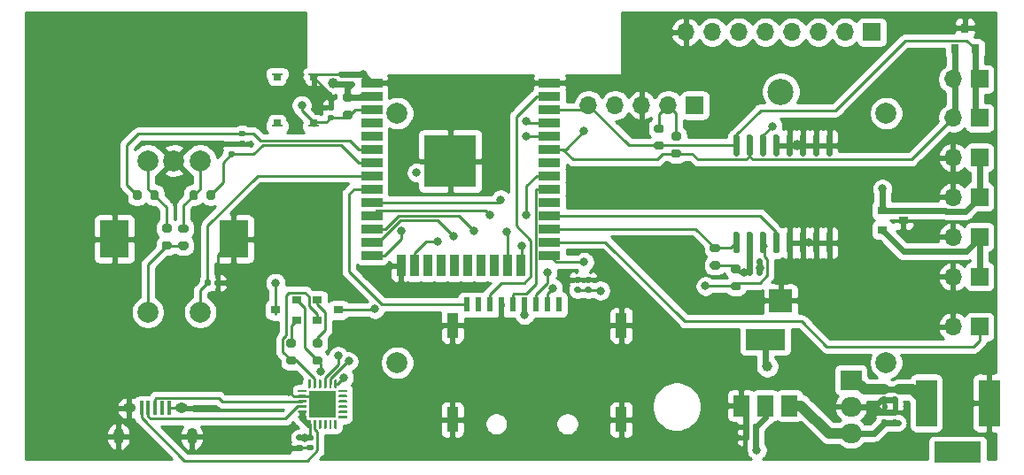
<source format=gbr>
%TF.GenerationSoftware,KiCad,Pcbnew,(5.1.8)-1*%
%TF.CreationDate,2021-03-10T16:05:31+00:00*%
%TF.ProjectId,Project_2_smaller,50726f6a-6563-4745-9f32-5f736d616c6c,rev?*%
%TF.SameCoordinates,Original*%
%TF.FileFunction,Copper,L1,Top*%
%TF.FilePolarity,Positive*%
%FSLAX46Y46*%
G04 Gerber Fmt 4.6, Leading zero omitted, Abs format (unit mm)*
G04 Created by KiCad (PCBNEW (5.1.8)-1) date 2021-03-10 16:05:31*
%MOMM*%
%LPD*%
G01*
G04 APERTURE LIST*
%TA.AperFunction,ComponentPad*%
%ADD10O,1.000000X1.550000*%
%TD*%
%TA.AperFunction,ComponentPad*%
%ADD11O,1.250000X0.950000*%
%TD*%
%TA.AperFunction,SMDPad,CuDef*%
%ADD12R,0.400000X1.350000*%
%TD*%
%TA.AperFunction,ComponentPad*%
%ADD13R,4.500000X2.000000*%
%TD*%
%TA.AperFunction,ComponentPad*%
%ADD14R,2.000000X4.500000*%
%TD*%
%TA.AperFunction,ComponentPad*%
%ADD15O,1.700000X1.700000*%
%TD*%
%TA.AperFunction,ComponentPad*%
%ADD16R,1.700000X1.700000*%
%TD*%
%TA.AperFunction,ComponentPad*%
%ADD17C,2.000000*%
%TD*%
%TA.AperFunction,SMDPad,CuDef*%
%ADD18R,0.620000X1.400000*%
%TD*%
%TA.AperFunction,SMDPad,CuDef*%
%ADD19R,1.100000X2.400000*%
%TD*%
%TA.AperFunction,ComponentPad*%
%ADD20R,2.170000X2.170000*%
%TD*%
%TA.AperFunction,ComponentPad*%
%ADD21C,2.500000*%
%TD*%
%TA.AperFunction,SMDPad,CuDef*%
%ADD22R,0.900000X0.800000*%
%TD*%
%TA.AperFunction,SMDPad,CuDef*%
%ADD23R,0.800000X0.900000*%
%TD*%
%TA.AperFunction,ComponentPad*%
%ADD24R,2.800000X3.600000*%
%TD*%
%TA.AperFunction,SMDPad,CuDef*%
%ADD25R,0.700000X0.500000*%
%TD*%
%TA.AperFunction,SMDPad,CuDef*%
%ADD26R,1.100000X0.200000*%
%TD*%
%TA.AperFunction,SMDPad,CuDef*%
%ADD27R,2.000000X0.900000*%
%TD*%
%TA.AperFunction,SMDPad,CuDef*%
%ADD28R,0.900000X2.000000*%
%TD*%
%TA.AperFunction,SMDPad,CuDef*%
%ADD29R,5.000000X5.000000*%
%TD*%
%TA.AperFunction,ComponentPad*%
%ADD30R,2.000000X1.905000*%
%TD*%
%TA.AperFunction,ComponentPad*%
%ADD31O,2.000000X1.905000*%
%TD*%
%TA.AperFunction,SMDPad,CuDef*%
%ADD32R,2.600000X2.600000*%
%TD*%
%TA.AperFunction,SMDPad,CuDef*%
%ADD33R,3.800000X2.000000*%
%TD*%
%TA.AperFunction,SMDPad,CuDef*%
%ADD34R,1.500000X2.000000*%
%TD*%
%TA.AperFunction,ViaPad*%
%ADD35C,0.800000*%
%TD*%
%TA.AperFunction,ViaPad*%
%ADD36C,1.000000*%
%TD*%
%TA.AperFunction,Conductor*%
%ADD37C,0.250000*%
%TD*%
%TA.AperFunction,Conductor*%
%ADD38C,0.600000*%
%TD*%
%TA.AperFunction,Conductor*%
%ADD39C,1.000000*%
%TD*%
%TA.AperFunction,Conductor*%
%ADD40C,0.254000*%
%TD*%
%TA.AperFunction,Conductor*%
%ADD41C,0.100000*%
%TD*%
G04 APERTURE END LIST*
D10*
%TO.P,J1,6*%
%TO.N,Earth*%
X102000000Y-106700000D03*
X95000000Y-106700000D03*
D11*
X96000000Y-104000000D03*
X101000000Y-104000000D03*
D12*
%TO.P,J1,1*%
%TO.N,Net-(J1-Pad1)*%
X97200000Y-104000000D03*
%TO.P,J1,2*%
%TO.N,Net-(J1-Pad2)*%
X97850000Y-104000000D03*
%TO.P,J1,5*%
%TO.N,Earth*%
X99800000Y-104000000D03*
%TO.P,J1,4*%
%TO.N,N/C*%
X99150000Y-104000000D03*
%TO.P,J1,3*%
%TO.N,Net-(J1-Pad3)*%
X98500000Y-104000000D03*
%TD*%
D13*
%TO.P,J2,3*%
%TO.N,N/C*%
X175200000Y-108200000D03*
D14*
%TO.P,J2,1*%
%TO.N,LINE*%
X172200000Y-103500000D03*
%TO.P,J2,2*%
%TO.N,Earth*%
X178200000Y-103500000D03*
%TD*%
D15*
%TO.P,J13,5*%
%TO.N,SCL*%
X139920000Y-75000000D03*
%TO.P,J13,4*%
%TO.N,SDA*%
X142460000Y-75000000D03*
%TO.P,J13,3*%
%TO.N,Earth*%
X145000000Y-75000000D03*
%TO.P,J13,2*%
%TO.N,+3V3*%
X147540000Y-75000000D03*
D16*
%TO.P,J13,1*%
X150080000Y-75000000D03*
D17*
%TO.P,J13,*%
%TO.N,*%
X121632000Y-75762000D03*
X168368000Y-75762000D03*
X168368000Y-99638000D03*
X121632000Y-99638000D03*
%TD*%
D18*
%TO.P,J3,1*%
%TO.N,N/C*%
X137080000Y-94080000D03*
%TO.P,J3,2*%
%TO.N,/!SD_SS*%
X135980000Y-94080000D03*
%TO.P,J3,3*%
%TO.N,MOSI*%
X134880000Y-94080000D03*
%TO.P,J3,4*%
%TO.N,+3V3*%
X133780000Y-94080000D03*
%TO.P,J3,5*%
%TO.N,SCK*%
X132680000Y-94080000D03*
%TO.P,J3,6*%
%TO.N,Earth*%
X131580000Y-94080000D03*
%TO.P,J3,7*%
%TO.N,MISO*%
X130480000Y-94080000D03*
%TO.P,J3,8*%
%TO.N,N/C*%
X129380000Y-94080000D03*
%TO.P,J3,9*%
%TO.N,/SD_Det*%
X128280000Y-94080000D03*
D19*
%TO.P,J3,11*%
%TO.N,Earth*%
X126900000Y-105080000D03*
X126900000Y-96080000D03*
X143050000Y-96080000D03*
X143050000Y-105080000D03*
%TD*%
%TO.P,R7,2*%
%TO.N,Net-(Q2-Pad1)*%
%TA.AperFunction,SMDPad,CuDef*%
G36*
G01*
X114275000Y-98175000D02*
X113725000Y-98175000D01*
G75*
G02*
X113525000Y-97975000I0J200000D01*
G01*
X113525000Y-97575000D01*
G75*
G02*
X113725000Y-97375000I200000J0D01*
G01*
X114275000Y-97375000D01*
G75*
G02*
X114475000Y-97575000I0J-200000D01*
G01*
X114475000Y-97975000D01*
G75*
G02*
X114275000Y-98175000I-200000J0D01*
G01*
G37*
%TD.AperFunction*%
%TO.P,R7,1*%
%TO.N,Net-(Q1-Pad2)*%
%TA.AperFunction,SMDPad,CuDef*%
G36*
G01*
X114275000Y-99825000D02*
X113725000Y-99825000D01*
G75*
G02*
X113525000Y-99625000I0J200000D01*
G01*
X113525000Y-99225000D01*
G75*
G02*
X113725000Y-99025000I200000J0D01*
G01*
X114275000Y-99025000D01*
G75*
G02*
X114475000Y-99225000I0J-200000D01*
G01*
X114475000Y-99625000D01*
G75*
G02*
X114275000Y-99825000I-200000J0D01*
G01*
G37*
%TD.AperFunction*%
%TD*%
D20*
%TO.P,BT1,2*%
%TO.N,Earth*%
X158300000Y-93700000D03*
D21*
%TO.P,BT1,1*%
%TO.N,Net-(BT1-Pad1)*%
X158300000Y-73700000D03*
%TD*%
%TO.P,C1,2*%
%TO.N,Earth*%
%TA.AperFunction,SMDPad,CuDef*%
G36*
G01*
X116470000Y-72314999D02*
X116130000Y-72314999D01*
G75*
G02*
X115990000Y-72174999I0J140000D01*
G01*
X115990000Y-71894999D01*
G75*
G02*
X116130000Y-71754999I140000J0D01*
G01*
X116470000Y-71754999D01*
G75*
G02*
X116610000Y-71894999I0J-140000D01*
G01*
X116610000Y-72174999D01*
G75*
G02*
X116470000Y-72314999I-140000J0D01*
G01*
G37*
%TD.AperFunction*%
%TO.P,C1,1*%
%TO.N,+3V3*%
%TA.AperFunction,SMDPad,CuDef*%
G36*
G01*
X116470000Y-73274999D02*
X116130000Y-73274999D01*
G75*
G02*
X115990000Y-73134999I0J140000D01*
G01*
X115990000Y-72854999D01*
G75*
G02*
X116130000Y-72714999I140000J0D01*
G01*
X116470000Y-72714999D01*
G75*
G02*
X116610000Y-72854999I0J-140000D01*
G01*
X116610000Y-73134999D01*
G75*
G02*
X116470000Y-73274999I-140000J0D01*
G01*
G37*
%TD.AperFunction*%
%TD*%
%TO.P,C2,2*%
%TO.N,Earth*%
%TA.AperFunction,SMDPad,CuDef*%
G36*
G01*
X117445001Y-72314999D02*
X117105001Y-72314999D01*
G75*
G02*
X116965001Y-72174999I0J140000D01*
G01*
X116965001Y-71894999D01*
G75*
G02*
X117105001Y-71754999I140000J0D01*
G01*
X117445001Y-71754999D01*
G75*
G02*
X117585001Y-71894999I0J-140000D01*
G01*
X117585001Y-72174999D01*
G75*
G02*
X117445001Y-72314999I-140000J0D01*
G01*
G37*
%TD.AperFunction*%
%TO.P,C2,1*%
%TO.N,+3V3*%
%TA.AperFunction,SMDPad,CuDef*%
G36*
G01*
X117445001Y-73274999D02*
X117105001Y-73274999D01*
G75*
G02*
X116965001Y-73134999I0J140000D01*
G01*
X116965001Y-72854999D01*
G75*
G02*
X117105001Y-72714999I140000J0D01*
G01*
X117445001Y-72714999D01*
G75*
G02*
X117585001Y-72854999I0J-140000D01*
G01*
X117585001Y-73134999D01*
G75*
G02*
X117445001Y-73274999I-140000J0D01*
G01*
G37*
%TD.AperFunction*%
%TD*%
%TO.P,C3,2*%
%TO.N,Earth*%
%TA.AperFunction,SMDPad,CuDef*%
G36*
G01*
X115470000Y-75500000D02*
X115130000Y-75500000D01*
G75*
G02*
X114990000Y-75360000I0J140000D01*
G01*
X114990000Y-75080000D01*
G75*
G02*
X115130000Y-74940000I140000J0D01*
G01*
X115470000Y-74940000D01*
G75*
G02*
X115610000Y-75080000I0J-140000D01*
G01*
X115610000Y-75360000D01*
G75*
G02*
X115470000Y-75500000I-140000J0D01*
G01*
G37*
%TD.AperFunction*%
%TO.P,C3,1*%
%TO.N,/RESET*%
%TA.AperFunction,SMDPad,CuDef*%
G36*
G01*
X115470000Y-76460000D02*
X115130000Y-76460000D01*
G75*
G02*
X114990000Y-76320000I0J140000D01*
G01*
X114990000Y-76040000D01*
G75*
G02*
X115130000Y-75900000I140000J0D01*
G01*
X115470000Y-75900000D01*
G75*
G02*
X115610000Y-76040000I0J-140000D01*
G01*
X115610000Y-76320000D01*
G75*
G02*
X115470000Y-76460000I-140000J0D01*
G01*
G37*
%TD.AperFunction*%
%TD*%
%TO.P,C4,1*%
%TO.N,+3V3*%
%TA.AperFunction,SMDPad,CuDef*%
G36*
G01*
X113130000Y-106540000D02*
X113470000Y-106540000D01*
G75*
G02*
X113610000Y-106680000I0J-140000D01*
G01*
X113610000Y-106960000D01*
G75*
G02*
X113470000Y-107100000I-140000J0D01*
G01*
X113130000Y-107100000D01*
G75*
G02*
X112990000Y-106960000I0J140000D01*
G01*
X112990000Y-106680000D01*
G75*
G02*
X113130000Y-106540000I140000J0D01*
G01*
G37*
%TD.AperFunction*%
%TO.P,C4,2*%
%TO.N,Earth*%
%TA.AperFunction,SMDPad,CuDef*%
G36*
G01*
X113130000Y-107500000D02*
X113470000Y-107500000D01*
G75*
G02*
X113610000Y-107640000I0J-140000D01*
G01*
X113610000Y-107920000D01*
G75*
G02*
X113470000Y-108060000I-140000J0D01*
G01*
X113130000Y-108060000D01*
G75*
G02*
X112990000Y-107920000I0J140000D01*
G01*
X112990000Y-107640000D01*
G75*
G02*
X113130000Y-107500000I140000J0D01*
G01*
G37*
%TD.AperFunction*%
%TD*%
%TO.P,C5,1*%
%TO.N,+3V3*%
%TA.AperFunction,SMDPad,CuDef*%
G36*
G01*
X155040000Y-90170000D02*
X155040000Y-89830000D01*
G75*
G02*
X155180000Y-89690000I140000J0D01*
G01*
X155460000Y-89690000D01*
G75*
G02*
X155600000Y-89830000I0J-140000D01*
G01*
X155600000Y-90170000D01*
G75*
G02*
X155460000Y-90310000I-140000J0D01*
G01*
X155180000Y-90310000D01*
G75*
G02*
X155040000Y-90170000I0J140000D01*
G01*
G37*
%TD.AperFunction*%
%TO.P,C5,2*%
%TO.N,Earth*%
%TA.AperFunction,SMDPad,CuDef*%
G36*
G01*
X156000000Y-90170000D02*
X156000000Y-89830000D01*
G75*
G02*
X156140000Y-89690000I140000J0D01*
G01*
X156420000Y-89690000D01*
G75*
G02*
X156560000Y-89830000I0J-140000D01*
G01*
X156560000Y-90170000D01*
G75*
G02*
X156420000Y-90310000I-140000J0D01*
G01*
X156140000Y-90310000D01*
G75*
G02*
X156000000Y-90170000I0J140000D01*
G01*
G37*
%TD.AperFunction*%
%TD*%
%TO.P,C6,2*%
%TO.N,Earth*%
%TA.AperFunction,SMDPad,CuDef*%
G36*
G01*
X112130000Y-107500000D02*
X112470000Y-107500000D01*
G75*
G02*
X112610000Y-107640000I0J-140000D01*
G01*
X112610000Y-107920000D01*
G75*
G02*
X112470000Y-108060000I-140000J0D01*
G01*
X112130000Y-108060000D01*
G75*
G02*
X111990000Y-107920000I0J140000D01*
G01*
X111990000Y-107640000D01*
G75*
G02*
X112130000Y-107500000I140000J0D01*
G01*
G37*
%TD.AperFunction*%
%TO.P,C6,1*%
%TO.N,+3V3*%
%TA.AperFunction,SMDPad,CuDef*%
G36*
G01*
X112130000Y-106540000D02*
X112470000Y-106540000D01*
G75*
G02*
X112610000Y-106680000I0J-140000D01*
G01*
X112610000Y-106960000D01*
G75*
G02*
X112470000Y-107100000I-140000J0D01*
G01*
X112130000Y-107100000D01*
G75*
G02*
X111990000Y-106960000I0J140000D01*
G01*
X111990000Y-106680000D01*
G75*
G02*
X112130000Y-106540000I140000J0D01*
G01*
G37*
%TD.AperFunction*%
%TD*%
%TO.P,C7,2*%
%TO.N,Earth*%
%TA.AperFunction,SMDPad,CuDef*%
G36*
G01*
X156000000Y-91170000D02*
X156000000Y-90830000D01*
G75*
G02*
X156140000Y-90690000I140000J0D01*
G01*
X156420000Y-90690000D01*
G75*
G02*
X156560000Y-90830000I0J-140000D01*
G01*
X156560000Y-91170000D01*
G75*
G02*
X156420000Y-91310000I-140000J0D01*
G01*
X156140000Y-91310000D01*
G75*
G02*
X156000000Y-91170000I0J140000D01*
G01*
G37*
%TD.AperFunction*%
%TO.P,C7,1*%
%TO.N,+3V3*%
%TA.AperFunction,SMDPad,CuDef*%
G36*
G01*
X155040000Y-91170000D02*
X155040000Y-90830000D01*
G75*
G02*
X155180000Y-90690000I140000J0D01*
G01*
X155460000Y-90690000D01*
G75*
G02*
X155600000Y-90830000I0J-140000D01*
G01*
X155600000Y-91170000D01*
G75*
G02*
X155460000Y-91310000I-140000J0D01*
G01*
X155180000Y-91310000D01*
G75*
G02*
X155040000Y-91170000I0J140000D01*
G01*
G37*
%TD.AperFunction*%
%TD*%
%TO.P,C8,2*%
%TO.N,Earth*%
%TA.AperFunction,SMDPad,CuDef*%
G36*
G01*
X169030000Y-102900000D02*
X169370000Y-102900000D01*
G75*
G02*
X169510000Y-103040000I0J-140000D01*
G01*
X169510000Y-103320000D01*
G75*
G02*
X169370000Y-103460000I-140000J0D01*
G01*
X169030000Y-103460000D01*
G75*
G02*
X168890000Y-103320000I0J140000D01*
G01*
X168890000Y-103040000D01*
G75*
G02*
X169030000Y-102900000I140000J0D01*
G01*
G37*
%TD.AperFunction*%
%TO.P,C8,1*%
%TO.N,LINE*%
%TA.AperFunction,SMDPad,CuDef*%
G36*
G01*
X169030000Y-101940000D02*
X169370000Y-101940000D01*
G75*
G02*
X169510000Y-102080000I0J-140000D01*
G01*
X169510000Y-102360000D01*
G75*
G02*
X169370000Y-102500000I-140000J0D01*
G01*
X169030000Y-102500000D01*
G75*
G02*
X168890000Y-102360000I0J140000D01*
G01*
X168890000Y-102080000D01*
G75*
G02*
X169030000Y-101940000I140000J0D01*
G01*
G37*
%TD.AperFunction*%
%TD*%
%TO.P,C9,2*%
%TO.N,Earth*%
%TA.AperFunction,SMDPad,CuDef*%
G36*
G01*
X168030000Y-102900000D02*
X168370000Y-102900000D01*
G75*
G02*
X168510000Y-103040000I0J-140000D01*
G01*
X168510000Y-103320000D01*
G75*
G02*
X168370000Y-103460000I-140000J0D01*
G01*
X168030000Y-103460000D01*
G75*
G02*
X167890000Y-103320000I0J140000D01*
G01*
X167890000Y-103040000D01*
G75*
G02*
X168030000Y-102900000I140000J0D01*
G01*
G37*
%TD.AperFunction*%
%TO.P,C9,1*%
%TO.N,LINE*%
%TA.AperFunction,SMDPad,CuDef*%
G36*
G01*
X168030000Y-101940000D02*
X168370000Y-101940000D01*
G75*
G02*
X168510000Y-102080000I0J-140000D01*
G01*
X168510000Y-102360000D01*
G75*
G02*
X168370000Y-102500000I-140000J0D01*
G01*
X168030000Y-102500000D01*
G75*
G02*
X167890000Y-102360000I0J140000D01*
G01*
X167890000Y-102080000D01*
G75*
G02*
X168030000Y-101940000I140000J0D01*
G01*
G37*
%TD.AperFunction*%
%TD*%
%TO.P,C10,2*%
%TO.N,Earth*%
%TA.AperFunction,SMDPad,CuDef*%
G36*
G01*
X169370000Y-104700000D02*
X169030000Y-104700000D01*
G75*
G02*
X168890000Y-104560000I0J140000D01*
G01*
X168890000Y-104280000D01*
G75*
G02*
X169030000Y-104140000I140000J0D01*
G01*
X169370000Y-104140000D01*
G75*
G02*
X169510000Y-104280000I0J-140000D01*
G01*
X169510000Y-104560000D01*
G75*
G02*
X169370000Y-104700000I-140000J0D01*
G01*
G37*
%TD.AperFunction*%
%TO.P,C10,1*%
%TO.N,+12V*%
%TA.AperFunction,SMDPad,CuDef*%
G36*
G01*
X169370000Y-105660000D02*
X169030000Y-105660000D01*
G75*
G02*
X168890000Y-105520000I0J140000D01*
G01*
X168890000Y-105240000D01*
G75*
G02*
X169030000Y-105100000I140000J0D01*
G01*
X169370000Y-105100000D01*
G75*
G02*
X169510000Y-105240000I0J-140000D01*
G01*
X169510000Y-105520000D01*
G75*
G02*
X169370000Y-105660000I-140000J0D01*
G01*
G37*
%TD.AperFunction*%
%TD*%
%TO.P,C11,1*%
%TO.N,+12V*%
%TA.AperFunction,SMDPad,CuDef*%
G36*
G01*
X168370000Y-105660000D02*
X168030000Y-105660000D01*
G75*
G02*
X167890000Y-105520000I0J140000D01*
G01*
X167890000Y-105240000D01*
G75*
G02*
X168030000Y-105100000I140000J0D01*
G01*
X168370000Y-105100000D01*
G75*
G02*
X168510000Y-105240000I0J-140000D01*
G01*
X168510000Y-105520000D01*
G75*
G02*
X168370000Y-105660000I-140000J0D01*
G01*
G37*
%TD.AperFunction*%
%TO.P,C11,2*%
%TO.N,Earth*%
%TA.AperFunction,SMDPad,CuDef*%
G36*
G01*
X168370000Y-104700000D02*
X168030000Y-104700000D01*
G75*
G02*
X167890000Y-104560000I0J140000D01*
G01*
X167890000Y-104280000D01*
G75*
G02*
X168030000Y-104140000I140000J0D01*
G01*
X168370000Y-104140000D01*
G75*
G02*
X168510000Y-104280000I0J-140000D01*
G01*
X168510000Y-104560000D01*
G75*
G02*
X168370000Y-104700000I-140000J0D01*
G01*
G37*
%TD.AperFunction*%
%TD*%
%TO.P,C12,1*%
%TO.N,+3V3*%
%TA.AperFunction,SMDPad,CuDef*%
G36*
G01*
X140070000Y-92960000D02*
X139730000Y-92960000D01*
G75*
G02*
X139590000Y-92820000I0J140000D01*
G01*
X139590000Y-92540000D01*
G75*
G02*
X139730000Y-92400000I140000J0D01*
G01*
X140070000Y-92400000D01*
G75*
G02*
X140210000Y-92540000I0J-140000D01*
G01*
X140210000Y-92820000D01*
G75*
G02*
X140070000Y-92960000I-140000J0D01*
G01*
G37*
%TD.AperFunction*%
%TO.P,C12,2*%
%TO.N,Earth*%
%TA.AperFunction,SMDPad,CuDef*%
G36*
G01*
X140070000Y-92000000D02*
X139730000Y-92000000D01*
G75*
G02*
X139590000Y-91860000I0J140000D01*
G01*
X139590000Y-91580000D01*
G75*
G02*
X139730000Y-91440000I140000J0D01*
G01*
X140070000Y-91440000D01*
G75*
G02*
X140210000Y-91580000I0J-140000D01*
G01*
X140210000Y-91860000D01*
G75*
G02*
X140070000Y-92000000I-140000J0D01*
G01*
G37*
%TD.AperFunction*%
%TD*%
%TO.P,C13,2*%
%TO.N,Earth*%
%TA.AperFunction,SMDPad,CuDef*%
G36*
G01*
X139055001Y-92000000D02*
X138715001Y-92000000D01*
G75*
G02*
X138575001Y-91860000I0J140000D01*
G01*
X138575001Y-91580000D01*
G75*
G02*
X138715001Y-91440000I140000J0D01*
G01*
X139055001Y-91440000D01*
G75*
G02*
X139195001Y-91580000I0J-140000D01*
G01*
X139195001Y-91860000D01*
G75*
G02*
X139055001Y-92000000I-140000J0D01*
G01*
G37*
%TD.AperFunction*%
%TO.P,C13,1*%
%TO.N,+3V3*%
%TA.AperFunction,SMDPad,CuDef*%
G36*
G01*
X139055001Y-92960000D02*
X138715001Y-92960000D01*
G75*
G02*
X138575001Y-92820000I0J140000D01*
G01*
X138575001Y-92540000D01*
G75*
G02*
X138715001Y-92400000I140000J0D01*
G01*
X139055001Y-92400000D01*
G75*
G02*
X139195001Y-92540000I0J-140000D01*
G01*
X139195001Y-92820000D01*
G75*
G02*
X139055001Y-92960000I-140000J0D01*
G01*
G37*
%TD.AperFunction*%
%TD*%
%TO.P,C14,1*%
%TO.N,+3V3*%
%TA.AperFunction,SMDPad,CuDef*%
G36*
G01*
X156160000Y-105630000D02*
X156160000Y-105970000D01*
G75*
G02*
X156020000Y-106110000I-140000J0D01*
G01*
X155740000Y-106110000D01*
G75*
G02*
X155600000Y-105970000I0J140000D01*
G01*
X155600000Y-105630000D01*
G75*
G02*
X155740000Y-105490000I140000J0D01*
G01*
X156020000Y-105490000D01*
G75*
G02*
X156160000Y-105630000I0J-140000D01*
G01*
G37*
%TD.AperFunction*%
%TO.P,C14,2*%
%TO.N,Earth*%
%TA.AperFunction,SMDPad,CuDef*%
G36*
G01*
X155200000Y-105630000D02*
X155200000Y-105970000D01*
G75*
G02*
X155060000Y-106110000I-140000J0D01*
G01*
X154780000Y-106110000D01*
G75*
G02*
X154640000Y-105970000I0J140000D01*
G01*
X154640000Y-105630000D01*
G75*
G02*
X154780000Y-105490000I140000J0D01*
G01*
X155060000Y-105490000D01*
G75*
G02*
X155200000Y-105630000I0J-140000D01*
G01*
G37*
%TD.AperFunction*%
%TD*%
%TO.P,C15,2*%
%TO.N,Earth*%
%TA.AperFunction,SMDPad,CuDef*%
G36*
G01*
X155200000Y-106630000D02*
X155200000Y-106970000D01*
G75*
G02*
X155060000Y-107110000I-140000J0D01*
G01*
X154780000Y-107110000D01*
G75*
G02*
X154640000Y-106970000I0J140000D01*
G01*
X154640000Y-106630000D01*
G75*
G02*
X154780000Y-106490000I140000J0D01*
G01*
X155060000Y-106490000D01*
G75*
G02*
X155200000Y-106630000I0J-140000D01*
G01*
G37*
%TD.AperFunction*%
%TO.P,C15,1*%
%TO.N,+3V3*%
%TA.AperFunction,SMDPad,CuDef*%
G36*
G01*
X156160000Y-106630000D02*
X156160000Y-106970000D01*
G75*
G02*
X156020000Y-107110000I-140000J0D01*
G01*
X155740000Y-107110000D01*
G75*
G02*
X155600000Y-106970000I0J140000D01*
G01*
X155600000Y-106630000D01*
G75*
G02*
X155740000Y-106490000I140000J0D01*
G01*
X156020000Y-106490000D01*
G75*
G02*
X156160000Y-106630000I0J-140000D01*
G01*
G37*
%TD.AperFunction*%
%TD*%
%TO.P,C16,1*%
%TO.N,/EncoderB*%
%TA.AperFunction,SMDPad,CuDef*%
G36*
G01*
X105970000Y-79960000D02*
X105630000Y-79960000D01*
G75*
G02*
X105490000Y-79820000I0J140000D01*
G01*
X105490000Y-79540000D01*
G75*
G02*
X105630000Y-79400000I140000J0D01*
G01*
X105970000Y-79400000D01*
G75*
G02*
X106110000Y-79540000I0J-140000D01*
G01*
X106110000Y-79820000D01*
G75*
G02*
X105970000Y-79960000I-140000J0D01*
G01*
G37*
%TD.AperFunction*%
%TO.P,C16,2*%
%TO.N,Earth*%
%TA.AperFunction,SMDPad,CuDef*%
G36*
G01*
X105970000Y-79000000D02*
X105630000Y-79000000D01*
G75*
G02*
X105490000Y-78860000I0J140000D01*
G01*
X105490000Y-78580000D01*
G75*
G02*
X105630000Y-78440000I140000J0D01*
G01*
X105970000Y-78440000D01*
G75*
G02*
X106110000Y-78580000I0J-140000D01*
G01*
X106110000Y-78860000D01*
G75*
G02*
X105970000Y-79000000I-140000J0D01*
G01*
G37*
%TD.AperFunction*%
%TD*%
%TO.P,C17,2*%
%TO.N,Earth*%
%TA.AperFunction,SMDPad,CuDef*%
G36*
G01*
X106630000Y-78400000D02*
X106970000Y-78400000D01*
G75*
G02*
X107110000Y-78540000I0J-140000D01*
G01*
X107110000Y-78820000D01*
G75*
G02*
X106970000Y-78960000I-140000J0D01*
G01*
X106630000Y-78960000D01*
G75*
G02*
X106490000Y-78820000I0J140000D01*
G01*
X106490000Y-78540000D01*
G75*
G02*
X106630000Y-78400000I140000J0D01*
G01*
G37*
%TD.AperFunction*%
%TO.P,C17,1*%
%TO.N,/EncoderA*%
%TA.AperFunction,SMDPad,CuDef*%
G36*
G01*
X106630000Y-77440000D02*
X106970000Y-77440000D01*
G75*
G02*
X107110000Y-77580000I0J-140000D01*
G01*
X107110000Y-77860000D01*
G75*
G02*
X106970000Y-78000000I-140000J0D01*
G01*
X106630000Y-78000000D01*
G75*
G02*
X106490000Y-77860000I0J140000D01*
G01*
X106490000Y-77580000D01*
G75*
G02*
X106630000Y-77440000I140000J0D01*
G01*
G37*
%TD.AperFunction*%
%TD*%
%TO.P,C18,1*%
%TO.N,/Button*%
%TA.AperFunction,SMDPad,CuDef*%
G36*
G01*
X103240000Y-92170000D02*
X103240000Y-91830000D01*
G75*
G02*
X103380000Y-91690000I140000J0D01*
G01*
X103660000Y-91690000D01*
G75*
G02*
X103800000Y-91830000I0J-140000D01*
G01*
X103800000Y-92170000D01*
G75*
G02*
X103660000Y-92310000I-140000J0D01*
G01*
X103380000Y-92310000D01*
G75*
G02*
X103240000Y-92170000I0J140000D01*
G01*
G37*
%TD.AperFunction*%
%TO.P,C18,2*%
%TO.N,Earth*%
%TA.AperFunction,SMDPad,CuDef*%
G36*
G01*
X104200000Y-92170000D02*
X104200000Y-91830000D01*
G75*
G02*
X104340000Y-91690000I140000J0D01*
G01*
X104620000Y-91690000D01*
G75*
G02*
X104760000Y-91830000I0J-140000D01*
G01*
X104760000Y-92170000D01*
G75*
G02*
X104620000Y-92310000I-140000J0D01*
G01*
X104340000Y-92310000D01*
G75*
G02*
X104200000Y-92170000I0J140000D01*
G01*
G37*
%TD.AperFunction*%
%TD*%
D22*
%TO.P,D1,3*%
%TO.N,Earth*%
X170000000Y-86000000D03*
%TO.P,D1,2*%
%TO.N,+12V*%
X168000000Y-86950000D03*
%TO.P,D1,1*%
%TO.N,+3V3*%
X168000000Y-85050000D03*
%TD*%
D23*
%TO.P,D2,1*%
%TO.N,SDA*%
X174950000Y-69600000D03*
%TO.P,D2,2*%
%TO.N,SCL*%
X176850000Y-69600000D03*
%TO.P,D2,3*%
%TO.N,Earth*%
X175900000Y-67600000D03*
%TD*%
D16*
%TO.P,J5,1*%
%TO.N,+12V*%
X167000000Y-68000000D03*
D15*
%TO.P,J5,2*%
%TO.N,/PWM6*%
X164460000Y-68000000D03*
%TO.P,J5,3*%
%TO.N,/PWM5*%
X161920000Y-68000000D03*
%TO.P,J5,4*%
%TO.N,/PWM4*%
X159380000Y-68000000D03*
%TO.P,J5,5*%
%TO.N,/PWM3*%
X156840000Y-68000000D03*
%TO.P,J5,6*%
%TO.N,/PWM2*%
X154300000Y-68000000D03*
%TO.P,J5,7*%
%TO.N,/PWM1*%
X151760000Y-68000000D03*
%TO.P,J5,8*%
%TO.N,Earth*%
X149220000Y-68000000D03*
%TD*%
D16*
%TO.P,J6,1*%
%TO.N,/OnOff*%
X177300000Y-96200000D03*
D15*
%TO.P,J6,2*%
%TO.N,Earth*%
X174760000Y-96200000D03*
%TD*%
D16*
%TO.P,J7,1*%
%TO.N,+12V*%
X177300000Y-91400000D03*
D15*
%TO.P,J7,2*%
%TO.N,Earth*%
X174760000Y-91400000D03*
%TD*%
%TO.P,J8,2*%
%TO.N,Earth*%
X174760000Y-87600000D03*
D16*
%TO.P,J8,1*%
%TO.N,+12V*%
X177300000Y-87600000D03*
%TD*%
%TO.P,J9,1*%
%TO.N,+3V3*%
X177300000Y-83800000D03*
D15*
%TO.P,J9,2*%
%TO.N,Earth*%
X174760000Y-83800000D03*
%TD*%
D16*
%TO.P,J10,1*%
%TO.N,+3V3*%
X177300000Y-80000000D03*
D15*
%TO.P,J10,2*%
%TO.N,Earth*%
X174760000Y-80000000D03*
%TD*%
%TO.P,J11,2*%
%TO.N,SDA*%
X174760000Y-76200000D03*
D16*
%TO.P,J11,1*%
%TO.N,SCL*%
X177300000Y-76200000D03*
%TD*%
D15*
%TO.P,J12,2*%
%TO.N,SDA*%
X174760000Y-72500000D03*
D16*
%TO.P,J12,1*%
%TO.N,SCL*%
X177300000Y-72500000D03*
%TD*%
D22*
%TO.P,Q1,3*%
%TO.N,/RESET*%
X110000000Y-94600000D03*
%TO.P,Q1,2*%
%TO.N,Net-(Q1-Pad2)*%
X112000000Y-93650000D03*
%TO.P,Q1,1*%
%TO.N,Net-(Q1-Pad1)*%
X112000000Y-95550000D03*
%TD*%
%TO.P,Q2,1*%
%TO.N,Net-(Q2-Pad1)*%
X114000000Y-93650000D03*
%TO.P,Q2,2*%
%TO.N,Net-(Q2-Pad2)*%
X114000000Y-95550000D03*
%TO.P,Q2,3*%
%TO.N,/IO0*%
X116000000Y-94600000D03*
%TD*%
%TO.P,R1,1*%
%TO.N,/RESET*%
%TA.AperFunction,SMDPad,CuDef*%
G36*
G01*
X117175000Y-76325000D02*
X116625000Y-76325000D01*
G75*
G02*
X116425000Y-76125000I0J200000D01*
G01*
X116425000Y-75725000D01*
G75*
G02*
X116625000Y-75525000I200000J0D01*
G01*
X117175000Y-75525000D01*
G75*
G02*
X117375000Y-75725000I0J-200000D01*
G01*
X117375000Y-76125000D01*
G75*
G02*
X117175000Y-76325000I-200000J0D01*
G01*
G37*
%TD.AperFunction*%
%TO.P,R1,2*%
%TO.N,+3V3*%
%TA.AperFunction,SMDPad,CuDef*%
G36*
G01*
X117175000Y-74675000D02*
X116625000Y-74675000D01*
G75*
G02*
X116425000Y-74475000I0J200000D01*
G01*
X116425000Y-74075000D01*
G75*
G02*
X116625000Y-73875000I200000J0D01*
G01*
X117175000Y-73875000D01*
G75*
G02*
X117375000Y-74075000I0J-200000D01*
G01*
X117375000Y-74475000D01*
G75*
G02*
X117175000Y-74675000I-200000J0D01*
G01*
G37*
%TD.AperFunction*%
%TD*%
%TO.P,R2,1*%
%TO.N,/RTC-INTSQW*%
%TA.AperFunction,SMDPad,CuDef*%
G36*
G01*
X154275000Y-92725000D02*
X153725000Y-92725000D01*
G75*
G02*
X153525000Y-92525000I0J200000D01*
G01*
X153525000Y-92125000D01*
G75*
G02*
X153725000Y-91925000I200000J0D01*
G01*
X154275000Y-91925000D01*
G75*
G02*
X154475000Y-92125000I0J-200000D01*
G01*
X154475000Y-92525000D01*
G75*
G02*
X154275000Y-92725000I-200000J0D01*
G01*
G37*
%TD.AperFunction*%
%TO.P,R2,2*%
%TO.N,+3V3*%
%TA.AperFunction,SMDPad,CuDef*%
G36*
G01*
X154275000Y-91075000D02*
X153725000Y-91075000D01*
G75*
G02*
X153525000Y-90875000I0J200000D01*
G01*
X153525000Y-90475000D01*
G75*
G02*
X153725000Y-90275000I200000J0D01*
G01*
X154275000Y-90275000D01*
G75*
G02*
X154475000Y-90475000I0J-200000D01*
G01*
X154475000Y-90875000D01*
G75*
G02*
X154275000Y-91075000I-200000J0D01*
G01*
G37*
%TD.AperFunction*%
%TD*%
%TO.P,R3,2*%
%TO.N,+3V3*%
%TA.AperFunction,SMDPad,CuDef*%
G36*
G01*
X151725000Y-89925000D02*
X152275000Y-89925000D01*
G75*
G02*
X152475000Y-90125000I0J-200000D01*
G01*
X152475000Y-90525000D01*
G75*
G02*
X152275000Y-90725000I-200000J0D01*
G01*
X151725000Y-90725000D01*
G75*
G02*
X151525000Y-90525000I0J200000D01*
G01*
X151525000Y-90125000D01*
G75*
G02*
X151725000Y-89925000I200000J0D01*
G01*
G37*
%TD.AperFunction*%
%TO.P,R3,1*%
%TO.N,/RTC-32kHz*%
%TA.AperFunction,SMDPad,CuDef*%
G36*
G01*
X151725000Y-88275000D02*
X152275000Y-88275000D01*
G75*
G02*
X152475000Y-88475000I0J-200000D01*
G01*
X152475000Y-88875000D01*
G75*
G02*
X152275000Y-89075000I-200000J0D01*
G01*
X151725000Y-89075000D01*
G75*
G02*
X151525000Y-88875000I0J200000D01*
G01*
X151525000Y-88475000D01*
G75*
G02*
X151725000Y-88275000I200000J0D01*
G01*
G37*
%TD.AperFunction*%
%TD*%
%TO.P,R4,2*%
%TO.N,+3V3*%
%TA.AperFunction,SMDPad,CuDef*%
G36*
G01*
X148575000Y-78375000D02*
X148025000Y-78375000D01*
G75*
G02*
X147825000Y-78175000I0J200000D01*
G01*
X147825000Y-77775000D01*
G75*
G02*
X148025000Y-77575000I200000J0D01*
G01*
X148575000Y-77575000D01*
G75*
G02*
X148775000Y-77775000I0J-200000D01*
G01*
X148775000Y-78175000D01*
G75*
G02*
X148575000Y-78375000I-200000J0D01*
G01*
G37*
%TD.AperFunction*%
%TO.P,R4,1*%
%TO.N,SDA*%
%TA.AperFunction,SMDPad,CuDef*%
G36*
G01*
X148575000Y-80025000D02*
X148025000Y-80025000D01*
G75*
G02*
X147825000Y-79825000I0J200000D01*
G01*
X147825000Y-79425000D01*
G75*
G02*
X148025000Y-79225000I200000J0D01*
G01*
X148575000Y-79225000D01*
G75*
G02*
X148775000Y-79425000I0J-200000D01*
G01*
X148775000Y-79825000D01*
G75*
G02*
X148575000Y-80025000I-200000J0D01*
G01*
G37*
%TD.AperFunction*%
%TD*%
%TO.P,R5,2*%
%TO.N,+3V3*%
%TA.AperFunction,SMDPad,CuDef*%
G36*
G01*
X146925000Y-77625000D02*
X146375000Y-77625000D01*
G75*
G02*
X146175000Y-77425000I0J200000D01*
G01*
X146175000Y-77025000D01*
G75*
G02*
X146375000Y-76825000I200000J0D01*
G01*
X146925000Y-76825000D01*
G75*
G02*
X147125000Y-77025000I0J-200000D01*
G01*
X147125000Y-77425000D01*
G75*
G02*
X146925000Y-77625000I-200000J0D01*
G01*
G37*
%TD.AperFunction*%
%TO.P,R5,1*%
%TO.N,SCL*%
%TA.AperFunction,SMDPad,CuDef*%
G36*
G01*
X146925000Y-79275000D02*
X146375000Y-79275000D01*
G75*
G02*
X146175000Y-79075000I0J200000D01*
G01*
X146175000Y-78675000D01*
G75*
G02*
X146375000Y-78475000I200000J0D01*
G01*
X146925000Y-78475000D01*
G75*
G02*
X147125000Y-78675000I0J-200000D01*
G01*
X147125000Y-79075000D01*
G75*
G02*
X146925000Y-79275000I-200000J0D01*
G01*
G37*
%TD.AperFunction*%
%TD*%
%TO.P,R6,1*%
%TO.N,Net-(Q2-Pad2)*%
%TA.AperFunction,SMDPad,CuDef*%
G36*
G01*
X111775000Y-99825000D02*
X111225000Y-99825000D01*
G75*
G02*
X111025000Y-99625000I0J200000D01*
G01*
X111025000Y-99225000D01*
G75*
G02*
X111225000Y-99025000I200000J0D01*
G01*
X111775000Y-99025000D01*
G75*
G02*
X111975000Y-99225000I0J-200000D01*
G01*
X111975000Y-99625000D01*
G75*
G02*
X111775000Y-99825000I-200000J0D01*
G01*
G37*
%TD.AperFunction*%
%TO.P,R6,2*%
%TO.N,Net-(Q1-Pad1)*%
%TA.AperFunction,SMDPad,CuDef*%
G36*
G01*
X111775000Y-98175000D02*
X111225000Y-98175000D01*
G75*
G02*
X111025000Y-97975000I0J200000D01*
G01*
X111025000Y-97575000D01*
G75*
G02*
X111225000Y-97375000I200000J0D01*
G01*
X111775000Y-97375000D01*
G75*
G02*
X111975000Y-97575000I0J-200000D01*
G01*
X111975000Y-97975000D01*
G75*
G02*
X111775000Y-98175000I-200000J0D01*
G01*
G37*
%TD.AperFunction*%
%TD*%
%TO.P,R8,2*%
%TO.N,Net-(R10-Pad2)*%
%TA.AperFunction,SMDPad,CuDef*%
G36*
G01*
X98025000Y-83875000D02*
X98025000Y-83325000D01*
G75*
G02*
X98225000Y-83125000I200000J0D01*
G01*
X98625000Y-83125000D01*
G75*
G02*
X98825000Y-83325000I0J-200000D01*
G01*
X98825000Y-83875000D01*
G75*
G02*
X98625000Y-84075000I-200000J0D01*
G01*
X98225000Y-84075000D01*
G75*
G02*
X98025000Y-83875000I0J200000D01*
G01*
G37*
%TD.AperFunction*%
%TO.P,R8,1*%
%TO.N,/EncoderA*%
%TA.AperFunction,SMDPad,CuDef*%
G36*
G01*
X96375000Y-83875000D02*
X96375000Y-83325000D01*
G75*
G02*
X96575000Y-83125000I200000J0D01*
G01*
X96975000Y-83125000D01*
G75*
G02*
X97175000Y-83325000I0J-200000D01*
G01*
X97175000Y-83875000D01*
G75*
G02*
X96975000Y-84075000I-200000J0D01*
G01*
X96575000Y-84075000D01*
G75*
G02*
X96375000Y-83875000I0J200000D01*
G01*
G37*
%TD.AperFunction*%
%TD*%
%TO.P,R9,2*%
%TO.N,Net-(R11-Pad2)*%
%TA.AperFunction,SMDPad,CuDef*%
G36*
G01*
X102575000Y-83325000D02*
X102575000Y-83875000D01*
G75*
G02*
X102375000Y-84075000I-200000J0D01*
G01*
X101975000Y-84075000D01*
G75*
G02*
X101775000Y-83875000I0J200000D01*
G01*
X101775000Y-83325000D01*
G75*
G02*
X101975000Y-83125000I200000J0D01*
G01*
X102375000Y-83125000D01*
G75*
G02*
X102575000Y-83325000I0J-200000D01*
G01*
G37*
%TD.AperFunction*%
%TO.P,R9,1*%
%TO.N,/EncoderB*%
%TA.AperFunction,SMDPad,CuDef*%
G36*
G01*
X104225000Y-83325000D02*
X104225000Y-83875000D01*
G75*
G02*
X104025000Y-84075000I-200000J0D01*
G01*
X103625000Y-84075000D01*
G75*
G02*
X103425000Y-83875000I0J200000D01*
G01*
X103425000Y-83325000D01*
G75*
G02*
X103625000Y-83125000I200000J0D01*
G01*
X104025000Y-83125000D01*
G75*
G02*
X104225000Y-83325000I0J-200000D01*
G01*
G37*
%TD.AperFunction*%
%TD*%
%TO.P,R10,2*%
%TO.N,Net-(R10-Pad2)*%
%TA.AperFunction,SMDPad,CuDef*%
G36*
G01*
X99875000Y-87175000D02*
X99325000Y-87175000D01*
G75*
G02*
X99125000Y-86975000I0J200000D01*
G01*
X99125000Y-86575000D01*
G75*
G02*
X99325000Y-86375000I200000J0D01*
G01*
X99875000Y-86375000D01*
G75*
G02*
X100075000Y-86575000I0J-200000D01*
G01*
X100075000Y-86975000D01*
G75*
G02*
X99875000Y-87175000I-200000J0D01*
G01*
G37*
%TD.AperFunction*%
%TO.P,R10,1*%
%TO.N,+3V3*%
%TA.AperFunction,SMDPad,CuDef*%
G36*
G01*
X99875000Y-88825000D02*
X99325000Y-88825000D01*
G75*
G02*
X99125000Y-88625000I0J200000D01*
G01*
X99125000Y-88225000D01*
G75*
G02*
X99325000Y-88025000I200000J0D01*
G01*
X99875000Y-88025000D01*
G75*
G02*
X100075000Y-88225000I0J-200000D01*
G01*
X100075000Y-88625000D01*
G75*
G02*
X99875000Y-88825000I-200000J0D01*
G01*
G37*
%TD.AperFunction*%
%TD*%
%TO.P,R11,2*%
%TO.N,Net-(R11-Pad2)*%
%TA.AperFunction,SMDPad,CuDef*%
G36*
G01*
X101475000Y-87200000D02*
X100925000Y-87200000D01*
G75*
G02*
X100725000Y-87000000I0J200000D01*
G01*
X100725000Y-86600000D01*
G75*
G02*
X100925000Y-86400000I200000J0D01*
G01*
X101475000Y-86400000D01*
G75*
G02*
X101675000Y-86600000I0J-200000D01*
G01*
X101675000Y-87000000D01*
G75*
G02*
X101475000Y-87200000I-200000J0D01*
G01*
G37*
%TD.AperFunction*%
%TO.P,R11,1*%
%TO.N,+3V3*%
%TA.AperFunction,SMDPad,CuDef*%
G36*
G01*
X101475000Y-88850000D02*
X100925000Y-88850000D01*
G75*
G02*
X100725000Y-88650000I0J200000D01*
G01*
X100725000Y-88250000D01*
G75*
G02*
X100925000Y-88050000I200000J0D01*
G01*
X101475000Y-88050000D01*
G75*
G02*
X101675000Y-88250000I0J-200000D01*
G01*
X101675000Y-88650000D01*
G75*
G02*
X101475000Y-88850000I-200000J0D01*
G01*
G37*
%TD.AperFunction*%
%TD*%
D17*
%TO.P,S1,B*%
%TO.N,Net-(R11-Pad2)*%
X102800000Y-80300000D03*
%TO.P,S1,C*%
%TO.N,Earth*%
X100300000Y-80300000D03*
%TO.P,S1,A*%
%TO.N,Net-(R10-Pad2)*%
X97800000Y-80300000D03*
%TO.P,S1,2*%
%TO.N,/Button*%
X102800000Y-94800000D03*
%TO.P,S1,1*%
%TO.N,+3V3*%
X97800000Y-94800000D03*
D24*
%TO.P,S1,3*%
%TO.N,Earth*%
X106000000Y-87800000D03*
X94600000Y-87800000D03*
%TD*%
D25*
%TO.P,SW1,4*%
%TO.N,N/C*%
X110150000Y-76625000D03*
%TO.P,SW1,3*%
X110150000Y-72375000D03*
%TO.P,SW1,2*%
%TO.N,/RESET*%
X113650000Y-76625000D03*
%TO.P,SW1,1*%
%TO.N,Earth*%
X113650000Y-72375000D03*
D26*
%TO.P,SW1,2*%
%TO.N,/RESET*%
X113650000Y-76975000D03*
%TO.P,SW1,3*%
%TO.N,N/C*%
X110150000Y-72025000D03*
%TO.P,SW1,4*%
X110150000Y-76975000D03*
%TO.P,SW1,1*%
%TO.N,Earth*%
X113650000Y-72025000D03*
%TD*%
D27*
%TO.P,U1,38*%
%TO.N,Earth*%
X136200000Y-72845000D03*
%TO.P,U1,37*%
%TO.N,MISO*%
X136200000Y-74115000D03*
%TO.P,U1,36*%
%TO.N,SCL*%
X136200000Y-75385000D03*
%TO.P,U1,35*%
%TO.N,TXD*%
X136200000Y-76655000D03*
%TO.P,U1,34*%
%TO.N,RXD*%
X136200000Y-77925000D03*
%TO.P,U1,33*%
%TO.N,SDA*%
X136200000Y-79195000D03*
%TO.P,U1,32*%
%TO.N,N/C*%
X136200000Y-80465000D03*
%TO.P,U1,31*%
%TO.N,MOSI*%
X136200000Y-81735000D03*
%TO.P,U1,30*%
%TO.N,SCK*%
X136200000Y-83005000D03*
%TO.P,U1,29*%
%TO.N,N/C*%
X136200000Y-84275000D03*
%TO.P,U1,28*%
%TO.N,/RTC-RST*%
X136200000Y-85545000D03*
%TO.P,U1,27*%
%TO.N,/RTC-32kHz*%
X136200000Y-86815000D03*
%TO.P,U1,26*%
%TO.N,/OnOff*%
X136200000Y-88085000D03*
%TO.P,U1,25*%
%TO.N,/IO0*%
X136200000Y-89355000D03*
D28*
%TO.P,U1,24*%
%TO.N,/!SD_SS*%
X133415000Y-90355000D03*
%TO.P,U1,23*%
%TO.N,/RTC-INTSQW*%
X132145000Y-90355000D03*
%TO.P,U1,22*%
%TO.N,N/C*%
X130875000Y-90355000D03*
%TO.P,U1,21*%
X129605000Y-90355000D03*
%TO.P,U1,20*%
X128335000Y-90355000D03*
%TO.P,U1,19*%
X127065000Y-90355000D03*
%TO.P,U1,18*%
X125795000Y-90355000D03*
%TO.P,U1,17*%
X124525000Y-90355000D03*
%TO.P,U1,16*%
%TO.N,/PWM2*%
X123255000Y-90355000D03*
%TO.P,U1,15*%
%TO.N,Earth*%
X121985000Y-90355000D03*
D27*
%TO.P,U1,14*%
%TO.N,/PWM1*%
X119200000Y-89355000D03*
%TO.P,U1,13*%
%TO.N,/PWM3*%
X119200000Y-88085000D03*
%TO.P,U1,12*%
%TO.N,/PWM6*%
X119200000Y-86815000D03*
%TO.P,U1,11*%
%TO.N,/PWM5*%
X119200000Y-85545000D03*
%TO.P,U1,10*%
%TO.N,/PWM4*%
X119200000Y-84275000D03*
%TO.P,U1,9*%
%TO.N,/SD_Det*%
X119200000Y-83005000D03*
%TO.P,U1,8*%
%TO.N,/Button*%
X119200000Y-81735000D03*
%TO.P,U1,7*%
%TO.N,/EncoderB*%
X119200000Y-80465000D03*
%TO.P,U1,6*%
%TO.N,/EncoderA*%
X119200000Y-79195000D03*
%TO.P,U1,5*%
%TO.N,N/C*%
X119200000Y-77925000D03*
%TO.P,U1,4*%
X119200000Y-76655000D03*
%TO.P,U1,3*%
%TO.N,/RESET*%
X119200000Y-75385000D03*
%TO.P,U1,2*%
%TO.N,+3V3*%
X119200000Y-74115000D03*
%TO.P,U1,1*%
%TO.N,Earth*%
X119200000Y-72845000D03*
D29*
%TO.P,U1,39*%
X126700000Y-80345000D03*
%TD*%
D30*
%TO.P,U2,1*%
%TO.N,LINE*%
X165000000Y-101300000D03*
D31*
%TO.P,U2,2*%
%TO.N,Earth*%
X165000000Y-103840000D03*
%TO.P,U2,3*%
%TO.N,+12V*%
X165000000Y-106380000D03*
%TD*%
%TO.P,U3,1*%
%TO.N,/RTC-32kHz*%
%TA.AperFunction,SMDPad,CuDef*%
G36*
G01*
X154205000Y-89175000D02*
X153905000Y-89175000D01*
G75*
G02*
X153755000Y-89025000I0J150000D01*
G01*
X153755000Y-87275000D01*
G75*
G02*
X153905000Y-87125000I150000J0D01*
G01*
X154205000Y-87125000D01*
G75*
G02*
X154355000Y-87275000I0J-150000D01*
G01*
X154355000Y-89025000D01*
G75*
G02*
X154205000Y-89175000I-150000J0D01*
G01*
G37*
%TD.AperFunction*%
%TO.P,U3,2*%
%TO.N,+3V3*%
%TA.AperFunction,SMDPad,CuDef*%
G36*
G01*
X155475000Y-89175000D02*
X155175000Y-89175000D01*
G75*
G02*
X155025000Y-89025000I0J150000D01*
G01*
X155025000Y-87275000D01*
G75*
G02*
X155175000Y-87125000I150000J0D01*
G01*
X155475000Y-87125000D01*
G75*
G02*
X155625000Y-87275000I0J-150000D01*
G01*
X155625000Y-89025000D01*
G75*
G02*
X155475000Y-89175000I-150000J0D01*
G01*
G37*
%TD.AperFunction*%
%TO.P,U3,3*%
%TO.N,/RTC-INTSQW*%
%TA.AperFunction,SMDPad,CuDef*%
G36*
G01*
X156745000Y-89175000D02*
X156445000Y-89175000D01*
G75*
G02*
X156295000Y-89025000I0J150000D01*
G01*
X156295000Y-87275000D01*
G75*
G02*
X156445000Y-87125000I150000J0D01*
G01*
X156745000Y-87125000D01*
G75*
G02*
X156895000Y-87275000I0J-150000D01*
G01*
X156895000Y-89025000D01*
G75*
G02*
X156745000Y-89175000I-150000J0D01*
G01*
G37*
%TD.AperFunction*%
%TO.P,U3,4*%
%TO.N,/RTC-RST*%
%TA.AperFunction,SMDPad,CuDef*%
G36*
G01*
X158015000Y-89175000D02*
X157715000Y-89175000D01*
G75*
G02*
X157565000Y-89025000I0J150000D01*
G01*
X157565000Y-87275000D01*
G75*
G02*
X157715000Y-87125000I150000J0D01*
G01*
X158015000Y-87125000D01*
G75*
G02*
X158165000Y-87275000I0J-150000D01*
G01*
X158165000Y-89025000D01*
G75*
G02*
X158015000Y-89175000I-150000J0D01*
G01*
G37*
%TD.AperFunction*%
%TO.P,U3,5*%
%TO.N,Earth*%
%TA.AperFunction,SMDPad,CuDef*%
G36*
G01*
X159285000Y-89175000D02*
X158985000Y-89175000D01*
G75*
G02*
X158835000Y-89025000I0J150000D01*
G01*
X158835000Y-87275000D01*
G75*
G02*
X158985000Y-87125000I150000J0D01*
G01*
X159285000Y-87125000D01*
G75*
G02*
X159435000Y-87275000I0J-150000D01*
G01*
X159435000Y-89025000D01*
G75*
G02*
X159285000Y-89175000I-150000J0D01*
G01*
G37*
%TD.AperFunction*%
%TO.P,U3,6*%
%TA.AperFunction,SMDPad,CuDef*%
G36*
G01*
X160555000Y-89175000D02*
X160255000Y-89175000D01*
G75*
G02*
X160105000Y-89025000I0J150000D01*
G01*
X160105000Y-87275000D01*
G75*
G02*
X160255000Y-87125000I150000J0D01*
G01*
X160555000Y-87125000D01*
G75*
G02*
X160705000Y-87275000I0J-150000D01*
G01*
X160705000Y-89025000D01*
G75*
G02*
X160555000Y-89175000I-150000J0D01*
G01*
G37*
%TD.AperFunction*%
%TO.P,U3,7*%
%TA.AperFunction,SMDPad,CuDef*%
G36*
G01*
X161825000Y-89175000D02*
X161525000Y-89175000D01*
G75*
G02*
X161375000Y-89025000I0J150000D01*
G01*
X161375000Y-87275000D01*
G75*
G02*
X161525000Y-87125000I150000J0D01*
G01*
X161825000Y-87125000D01*
G75*
G02*
X161975000Y-87275000I0J-150000D01*
G01*
X161975000Y-89025000D01*
G75*
G02*
X161825000Y-89175000I-150000J0D01*
G01*
G37*
%TD.AperFunction*%
%TO.P,U3,8*%
%TA.AperFunction,SMDPad,CuDef*%
G36*
G01*
X163095000Y-89175000D02*
X162795000Y-89175000D01*
G75*
G02*
X162645000Y-89025000I0J150000D01*
G01*
X162645000Y-87275000D01*
G75*
G02*
X162795000Y-87125000I150000J0D01*
G01*
X163095000Y-87125000D01*
G75*
G02*
X163245000Y-87275000I0J-150000D01*
G01*
X163245000Y-89025000D01*
G75*
G02*
X163095000Y-89175000I-150000J0D01*
G01*
G37*
%TD.AperFunction*%
%TO.P,U3,9*%
%TA.AperFunction,SMDPad,CuDef*%
G36*
G01*
X163095000Y-79875000D02*
X162795000Y-79875000D01*
G75*
G02*
X162645000Y-79725000I0J150000D01*
G01*
X162645000Y-77975000D01*
G75*
G02*
X162795000Y-77825000I150000J0D01*
G01*
X163095000Y-77825000D01*
G75*
G02*
X163245000Y-77975000I0J-150000D01*
G01*
X163245000Y-79725000D01*
G75*
G02*
X163095000Y-79875000I-150000J0D01*
G01*
G37*
%TD.AperFunction*%
%TO.P,U3,10*%
%TA.AperFunction,SMDPad,CuDef*%
G36*
G01*
X161825000Y-79875000D02*
X161525000Y-79875000D01*
G75*
G02*
X161375000Y-79725000I0J150000D01*
G01*
X161375000Y-77975000D01*
G75*
G02*
X161525000Y-77825000I150000J0D01*
G01*
X161825000Y-77825000D01*
G75*
G02*
X161975000Y-77975000I0J-150000D01*
G01*
X161975000Y-79725000D01*
G75*
G02*
X161825000Y-79875000I-150000J0D01*
G01*
G37*
%TD.AperFunction*%
%TO.P,U3,11*%
%TA.AperFunction,SMDPad,CuDef*%
G36*
G01*
X160555000Y-79875000D02*
X160255000Y-79875000D01*
G75*
G02*
X160105000Y-79725000I0J150000D01*
G01*
X160105000Y-77975000D01*
G75*
G02*
X160255000Y-77825000I150000J0D01*
G01*
X160555000Y-77825000D01*
G75*
G02*
X160705000Y-77975000I0J-150000D01*
G01*
X160705000Y-79725000D01*
G75*
G02*
X160555000Y-79875000I-150000J0D01*
G01*
G37*
%TD.AperFunction*%
%TO.P,U3,12*%
%TA.AperFunction,SMDPad,CuDef*%
G36*
G01*
X159285000Y-79875000D02*
X158985000Y-79875000D01*
G75*
G02*
X158835000Y-79725000I0J150000D01*
G01*
X158835000Y-77975000D01*
G75*
G02*
X158985000Y-77825000I150000J0D01*
G01*
X159285000Y-77825000D01*
G75*
G02*
X159435000Y-77975000I0J-150000D01*
G01*
X159435000Y-79725000D01*
G75*
G02*
X159285000Y-79875000I-150000J0D01*
G01*
G37*
%TD.AperFunction*%
%TO.P,U3,13*%
%TA.AperFunction,SMDPad,CuDef*%
G36*
G01*
X158015000Y-79875000D02*
X157715000Y-79875000D01*
G75*
G02*
X157565000Y-79725000I0J150000D01*
G01*
X157565000Y-77975000D01*
G75*
G02*
X157715000Y-77825000I150000J0D01*
G01*
X158015000Y-77825000D01*
G75*
G02*
X158165000Y-77975000I0J-150000D01*
G01*
X158165000Y-79725000D01*
G75*
G02*
X158015000Y-79875000I-150000J0D01*
G01*
G37*
%TD.AperFunction*%
%TO.P,U3,14*%
%TO.N,Net-(BT1-Pad1)*%
%TA.AperFunction,SMDPad,CuDef*%
G36*
G01*
X156745000Y-79875000D02*
X156445000Y-79875000D01*
G75*
G02*
X156295000Y-79725000I0J150000D01*
G01*
X156295000Y-77975000D01*
G75*
G02*
X156445000Y-77825000I150000J0D01*
G01*
X156745000Y-77825000D01*
G75*
G02*
X156895000Y-77975000I0J-150000D01*
G01*
X156895000Y-79725000D01*
G75*
G02*
X156745000Y-79875000I-150000J0D01*
G01*
G37*
%TD.AperFunction*%
%TO.P,U3,15*%
%TO.N,SDA*%
%TA.AperFunction,SMDPad,CuDef*%
G36*
G01*
X155475000Y-79875000D02*
X155175000Y-79875000D01*
G75*
G02*
X155025000Y-79725000I0J150000D01*
G01*
X155025000Y-77975000D01*
G75*
G02*
X155175000Y-77825000I150000J0D01*
G01*
X155475000Y-77825000D01*
G75*
G02*
X155625000Y-77975000I0J-150000D01*
G01*
X155625000Y-79725000D01*
G75*
G02*
X155475000Y-79875000I-150000J0D01*
G01*
G37*
%TD.AperFunction*%
%TO.P,U3,16*%
%TO.N,SCL*%
%TA.AperFunction,SMDPad,CuDef*%
G36*
G01*
X154205000Y-79875000D02*
X153905000Y-79875000D01*
G75*
G02*
X153755000Y-79725000I0J150000D01*
G01*
X153755000Y-77975000D01*
G75*
G02*
X153905000Y-77825000I150000J0D01*
G01*
X154205000Y-77825000D01*
G75*
G02*
X154355000Y-77975000I0J-150000D01*
G01*
X154355000Y-79725000D01*
G75*
G02*
X154205000Y-79875000I-150000J0D01*
G01*
G37*
%TD.AperFunction*%
%TD*%
D32*
%TO.P,U4,25*%
%TO.N,Earth*%
X114500000Y-103600000D03*
%TO.P,U4,24*%
%TO.N,N/C*%
%TA.AperFunction,SMDPad,CuDef*%
G36*
G01*
X113125000Y-102012500D02*
X113125000Y-101312500D01*
G75*
G02*
X113187500Y-101250000I62500J0D01*
G01*
X113312500Y-101250000D01*
G75*
G02*
X113375000Y-101312500I0J-62500D01*
G01*
X113375000Y-102012500D01*
G75*
G02*
X113312500Y-102075000I-62500J0D01*
G01*
X113187500Y-102075000D01*
G75*
G02*
X113125000Y-102012500I0J62500D01*
G01*
G37*
%TD.AperFunction*%
%TO.P,U4,23*%
%TO.N,Net-(Q2-Pad2)*%
%TA.AperFunction,SMDPad,CuDef*%
G36*
G01*
X113625000Y-102012500D02*
X113625000Y-101312500D01*
G75*
G02*
X113687500Y-101250000I62500J0D01*
G01*
X113812500Y-101250000D01*
G75*
G02*
X113875000Y-101312500I0J-62500D01*
G01*
X113875000Y-102012500D01*
G75*
G02*
X113812500Y-102075000I-62500J0D01*
G01*
X113687500Y-102075000D01*
G75*
G02*
X113625000Y-102012500I0J62500D01*
G01*
G37*
%TD.AperFunction*%
%TO.P,U4,22*%
%TO.N,N/C*%
%TA.AperFunction,SMDPad,CuDef*%
G36*
G01*
X114125000Y-102012500D02*
X114125000Y-101312500D01*
G75*
G02*
X114187500Y-101250000I62500J0D01*
G01*
X114312500Y-101250000D01*
G75*
G02*
X114375000Y-101312500I0J-62500D01*
G01*
X114375000Y-102012500D01*
G75*
G02*
X114312500Y-102075000I-62500J0D01*
G01*
X114187500Y-102075000D01*
G75*
G02*
X114125000Y-102012500I0J62500D01*
G01*
G37*
%TD.AperFunction*%
%TO.P,U4,21*%
%TO.N,TXD*%
%TA.AperFunction,SMDPad,CuDef*%
G36*
G01*
X114625000Y-102012500D02*
X114625000Y-101312500D01*
G75*
G02*
X114687500Y-101250000I62500J0D01*
G01*
X114812500Y-101250000D01*
G75*
G02*
X114875000Y-101312500I0J-62500D01*
G01*
X114875000Y-102012500D01*
G75*
G02*
X114812500Y-102075000I-62500J0D01*
G01*
X114687500Y-102075000D01*
G75*
G02*
X114625000Y-102012500I0J62500D01*
G01*
G37*
%TD.AperFunction*%
%TO.P,U4,20*%
%TO.N,RXD*%
%TA.AperFunction,SMDPad,CuDef*%
G36*
G01*
X115125000Y-102012500D02*
X115125000Y-101312500D01*
G75*
G02*
X115187500Y-101250000I62500J0D01*
G01*
X115312500Y-101250000D01*
G75*
G02*
X115375000Y-101312500I0J-62500D01*
G01*
X115375000Y-102012500D01*
G75*
G02*
X115312500Y-102075000I-62500J0D01*
G01*
X115187500Y-102075000D01*
G75*
G02*
X115125000Y-102012500I0J62500D01*
G01*
G37*
%TD.AperFunction*%
%TO.P,U4,19*%
%TO.N,Net-(Q1-Pad2)*%
%TA.AperFunction,SMDPad,CuDef*%
G36*
G01*
X115625000Y-102012500D02*
X115625000Y-101312500D01*
G75*
G02*
X115687500Y-101250000I62500J0D01*
G01*
X115812500Y-101250000D01*
G75*
G02*
X115875000Y-101312500I0J-62500D01*
G01*
X115875000Y-102012500D01*
G75*
G02*
X115812500Y-102075000I-62500J0D01*
G01*
X115687500Y-102075000D01*
G75*
G02*
X115625000Y-102012500I0J62500D01*
G01*
G37*
%TD.AperFunction*%
%TO.P,U4,18*%
%TO.N,N/C*%
%TA.AperFunction,SMDPad,CuDef*%
G36*
G01*
X116025000Y-102412500D02*
X116025000Y-102287500D01*
G75*
G02*
X116087500Y-102225000I62500J0D01*
G01*
X116787500Y-102225000D01*
G75*
G02*
X116850000Y-102287500I0J-62500D01*
G01*
X116850000Y-102412500D01*
G75*
G02*
X116787500Y-102475000I-62500J0D01*
G01*
X116087500Y-102475000D01*
G75*
G02*
X116025000Y-102412500I0J62500D01*
G01*
G37*
%TD.AperFunction*%
%TO.P,U4,17*%
%TA.AperFunction,SMDPad,CuDef*%
G36*
G01*
X116025000Y-102912500D02*
X116025000Y-102787500D01*
G75*
G02*
X116087500Y-102725000I62500J0D01*
G01*
X116787500Y-102725000D01*
G75*
G02*
X116850000Y-102787500I0J-62500D01*
G01*
X116850000Y-102912500D01*
G75*
G02*
X116787500Y-102975000I-62500J0D01*
G01*
X116087500Y-102975000D01*
G75*
G02*
X116025000Y-102912500I0J62500D01*
G01*
G37*
%TD.AperFunction*%
%TO.P,U4,16*%
%TA.AperFunction,SMDPad,CuDef*%
G36*
G01*
X116025000Y-103412500D02*
X116025000Y-103287500D01*
G75*
G02*
X116087500Y-103225000I62500J0D01*
G01*
X116787500Y-103225000D01*
G75*
G02*
X116850000Y-103287500I0J-62500D01*
G01*
X116850000Y-103412500D01*
G75*
G02*
X116787500Y-103475000I-62500J0D01*
G01*
X116087500Y-103475000D01*
G75*
G02*
X116025000Y-103412500I0J62500D01*
G01*
G37*
%TD.AperFunction*%
%TO.P,U4,15*%
%TA.AperFunction,SMDPad,CuDef*%
G36*
G01*
X116025000Y-103912500D02*
X116025000Y-103787500D01*
G75*
G02*
X116087500Y-103725000I62500J0D01*
G01*
X116787500Y-103725000D01*
G75*
G02*
X116850000Y-103787500I0J-62500D01*
G01*
X116850000Y-103912500D01*
G75*
G02*
X116787500Y-103975000I-62500J0D01*
G01*
X116087500Y-103975000D01*
G75*
G02*
X116025000Y-103912500I0J62500D01*
G01*
G37*
%TD.AperFunction*%
%TO.P,U4,14*%
%TA.AperFunction,SMDPad,CuDef*%
G36*
G01*
X116025000Y-104412500D02*
X116025000Y-104287500D01*
G75*
G02*
X116087500Y-104225000I62500J0D01*
G01*
X116787500Y-104225000D01*
G75*
G02*
X116850000Y-104287500I0J-62500D01*
G01*
X116850000Y-104412500D01*
G75*
G02*
X116787500Y-104475000I-62500J0D01*
G01*
X116087500Y-104475000D01*
G75*
G02*
X116025000Y-104412500I0J62500D01*
G01*
G37*
%TD.AperFunction*%
%TO.P,U4,13*%
%TA.AperFunction,SMDPad,CuDef*%
G36*
G01*
X116025000Y-104912500D02*
X116025000Y-104787500D01*
G75*
G02*
X116087500Y-104725000I62500J0D01*
G01*
X116787500Y-104725000D01*
G75*
G02*
X116850000Y-104787500I0J-62500D01*
G01*
X116850000Y-104912500D01*
G75*
G02*
X116787500Y-104975000I-62500J0D01*
G01*
X116087500Y-104975000D01*
G75*
G02*
X116025000Y-104912500I0J62500D01*
G01*
G37*
%TD.AperFunction*%
%TO.P,U4,12*%
%TA.AperFunction,SMDPad,CuDef*%
G36*
G01*
X115625000Y-105887500D02*
X115625000Y-105187500D01*
G75*
G02*
X115687500Y-105125000I62500J0D01*
G01*
X115812500Y-105125000D01*
G75*
G02*
X115875000Y-105187500I0J-62500D01*
G01*
X115875000Y-105887500D01*
G75*
G02*
X115812500Y-105950000I-62500J0D01*
G01*
X115687500Y-105950000D01*
G75*
G02*
X115625000Y-105887500I0J62500D01*
G01*
G37*
%TD.AperFunction*%
%TO.P,U4,11*%
%TA.AperFunction,SMDPad,CuDef*%
G36*
G01*
X115125000Y-105887500D02*
X115125000Y-105187500D01*
G75*
G02*
X115187500Y-105125000I62500J0D01*
G01*
X115312500Y-105125000D01*
G75*
G02*
X115375000Y-105187500I0J-62500D01*
G01*
X115375000Y-105887500D01*
G75*
G02*
X115312500Y-105950000I-62500J0D01*
G01*
X115187500Y-105950000D01*
G75*
G02*
X115125000Y-105887500I0J62500D01*
G01*
G37*
%TD.AperFunction*%
%TO.P,U4,10*%
%TA.AperFunction,SMDPad,CuDef*%
G36*
G01*
X114625000Y-105887500D02*
X114625000Y-105187500D01*
G75*
G02*
X114687500Y-105125000I62500J0D01*
G01*
X114812500Y-105125000D01*
G75*
G02*
X114875000Y-105187500I0J-62500D01*
G01*
X114875000Y-105887500D01*
G75*
G02*
X114812500Y-105950000I-62500J0D01*
G01*
X114687500Y-105950000D01*
G75*
G02*
X114625000Y-105887500I0J62500D01*
G01*
G37*
%TD.AperFunction*%
%TO.P,U4,9*%
%TA.AperFunction,SMDPad,CuDef*%
G36*
G01*
X114125000Y-105887500D02*
X114125000Y-105187500D01*
G75*
G02*
X114187500Y-105125000I62500J0D01*
G01*
X114312500Y-105125000D01*
G75*
G02*
X114375000Y-105187500I0J-62500D01*
G01*
X114375000Y-105887500D01*
G75*
G02*
X114312500Y-105950000I-62500J0D01*
G01*
X114187500Y-105950000D01*
G75*
G02*
X114125000Y-105887500I0J62500D01*
G01*
G37*
%TD.AperFunction*%
%TO.P,U4,8*%
%TO.N,Net-(J1-Pad1)*%
%TA.AperFunction,SMDPad,CuDef*%
G36*
G01*
X113625000Y-105887500D02*
X113625000Y-105187500D01*
G75*
G02*
X113687500Y-105125000I62500J0D01*
G01*
X113812500Y-105125000D01*
G75*
G02*
X113875000Y-105187500I0J-62500D01*
G01*
X113875000Y-105887500D01*
G75*
G02*
X113812500Y-105950000I-62500J0D01*
G01*
X113687500Y-105950000D01*
G75*
G02*
X113625000Y-105887500I0J62500D01*
G01*
G37*
%TD.AperFunction*%
%TO.P,U4,7*%
%TO.N,+3V3*%
%TA.AperFunction,SMDPad,CuDef*%
G36*
G01*
X113125000Y-105887500D02*
X113125000Y-105187500D01*
G75*
G02*
X113187500Y-105125000I62500J0D01*
G01*
X113312500Y-105125000D01*
G75*
G02*
X113375000Y-105187500I0J-62500D01*
G01*
X113375000Y-105887500D01*
G75*
G02*
X113312500Y-105950000I-62500J0D01*
G01*
X113187500Y-105950000D01*
G75*
G02*
X113125000Y-105887500I0J62500D01*
G01*
G37*
%TD.AperFunction*%
%TO.P,U4,6*%
%TA.AperFunction,SMDPad,CuDef*%
G36*
G01*
X112150000Y-104912500D02*
X112150000Y-104787500D01*
G75*
G02*
X112212500Y-104725000I62500J0D01*
G01*
X112912500Y-104725000D01*
G75*
G02*
X112975000Y-104787500I0J-62500D01*
G01*
X112975000Y-104912500D01*
G75*
G02*
X112912500Y-104975000I-62500J0D01*
G01*
X112212500Y-104975000D01*
G75*
G02*
X112150000Y-104912500I0J62500D01*
G01*
G37*
%TD.AperFunction*%
%TO.P,U4,5*%
%TA.AperFunction,SMDPad,CuDef*%
G36*
G01*
X112150000Y-104412500D02*
X112150000Y-104287500D01*
G75*
G02*
X112212500Y-104225000I62500J0D01*
G01*
X112912500Y-104225000D01*
G75*
G02*
X112975000Y-104287500I0J-62500D01*
G01*
X112975000Y-104412500D01*
G75*
G02*
X112912500Y-104475000I-62500J0D01*
G01*
X112212500Y-104475000D01*
G75*
G02*
X112150000Y-104412500I0J62500D01*
G01*
G37*
%TD.AperFunction*%
%TO.P,U4,4*%
%TO.N,Net-(J1-Pad2)*%
%TA.AperFunction,SMDPad,CuDef*%
G36*
G01*
X112150000Y-103912500D02*
X112150000Y-103787500D01*
G75*
G02*
X112212500Y-103725000I62500J0D01*
G01*
X112912500Y-103725000D01*
G75*
G02*
X112975000Y-103787500I0J-62500D01*
G01*
X112975000Y-103912500D01*
G75*
G02*
X112912500Y-103975000I-62500J0D01*
G01*
X112212500Y-103975000D01*
G75*
G02*
X112150000Y-103912500I0J62500D01*
G01*
G37*
%TD.AperFunction*%
%TO.P,U4,3*%
%TO.N,Net-(J1-Pad3)*%
%TA.AperFunction,SMDPad,CuDef*%
G36*
G01*
X112150000Y-103412500D02*
X112150000Y-103287500D01*
G75*
G02*
X112212500Y-103225000I62500J0D01*
G01*
X112912500Y-103225000D01*
G75*
G02*
X112975000Y-103287500I0J-62500D01*
G01*
X112975000Y-103412500D01*
G75*
G02*
X112912500Y-103475000I-62500J0D01*
G01*
X112212500Y-103475000D01*
G75*
G02*
X112150000Y-103412500I0J62500D01*
G01*
G37*
%TD.AperFunction*%
%TO.P,U4,2*%
%TO.N,Earth*%
%TA.AperFunction,SMDPad,CuDef*%
G36*
G01*
X112150000Y-102912500D02*
X112150000Y-102787500D01*
G75*
G02*
X112212500Y-102725000I62500J0D01*
G01*
X112912500Y-102725000D01*
G75*
G02*
X112975000Y-102787500I0J-62500D01*
G01*
X112975000Y-102912500D01*
G75*
G02*
X112912500Y-102975000I-62500J0D01*
G01*
X112212500Y-102975000D01*
G75*
G02*
X112150000Y-102912500I0J62500D01*
G01*
G37*
%TD.AperFunction*%
%TO.P,U4,1*%
%TO.N,N/C*%
%TA.AperFunction,SMDPad,CuDef*%
G36*
G01*
X112150000Y-102412500D02*
X112150000Y-102287500D01*
G75*
G02*
X112212500Y-102225000I62500J0D01*
G01*
X112912500Y-102225000D01*
G75*
G02*
X112975000Y-102287500I0J-62500D01*
G01*
X112975000Y-102412500D01*
G75*
G02*
X112912500Y-102475000I-62500J0D01*
G01*
X112212500Y-102475000D01*
G75*
G02*
X112150000Y-102412500I0J62500D01*
G01*
G37*
%TD.AperFunction*%
%TD*%
D33*
%TO.P,U5,2*%
%TO.N,+3V3*%
X156800000Y-97450000D03*
D34*
X156800000Y-103750000D03*
%TO.P,U5,3*%
%TO.N,+12V*%
X159100000Y-103750000D03*
%TO.P,U5,1*%
%TO.N,Earth*%
X154500000Y-103750000D03*
%TD*%
D35*
%TO.N,*%
X123500000Y-81450000D03*
D36*
%TO.N,Earth*%
X159850000Y-78850000D03*
D35*
X118389999Y-72034999D03*
X124900000Y-97250000D03*
X122350000Y-92550000D03*
X111300000Y-102400000D03*
X161000000Y-88150000D03*
X156280000Y-90620000D03*
X111150000Y-107800000D03*
D36*
%TO.N,+3V3*%
X115500000Y-72900000D03*
D35*
X168000000Y-83000000D03*
X156000000Y-108000000D03*
D36*
X157000000Y-100000000D03*
D35*
X154750000Y-91000000D03*
X133800000Y-95050000D03*
X112780000Y-106820000D03*
X141050000Y-92750000D03*
%TO.N,/RESET*%
X110000000Y-92000000D03*
X112500000Y-75000000D03*
%TO.N,SDA*%
X139500000Y-77500000D03*
%TO.N,TXD*%
X134000000Y-76500000D03*
X116000000Y-99000000D03*
%TO.N,RXD*%
X117000000Y-99500000D03*
X134000000Y-78000000D03*
%TO.N,/IO0*%
X119500000Y-94500000D03*
X139500000Y-90000000D03*
%TO.N,Net-(Q1-Pad2)*%
X116500000Y-101100000D03*
X114345131Y-100445131D03*
%TO.N,/RTC-INTSQW*%
X132100000Y-87150000D03*
X151100000Y-92300000D03*
%TO.N,MOSI*%
X136000000Y-91000000D03*
X134000000Y-85500000D03*
%TO.N,Net-(BT1-Pad1)*%
X157500000Y-77000000D03*
%TO.N,/!SD_SS*%
X136517805Y-92517449D03*
X133500000Y-88500000D03*
%TO.N,/PWM6*%
X129000000Y-87000000D03*
%TO.N,/PWM5*%
X130500000Y-85500000D03*
%TO.N,/PWM4*%
X131525306Y-84025306D03*
%TO.N,/PWM3*%
X127012653Y-87512653D03*
%TO.N,/PWM2*%
X125500000Y-88000000D03*
%TO.N,/PWM1*%
X122000000Y-87000000D03*
%TD*%
D37*
%TO.N,Earth*%
X113300000Y-107780000D02*
X112720000Y-107780000D01*
X112720000Y-107780000D02*
X112300000Y-107780000D01*
X105840000Y-78680000D02*
X105800000Y-78720000D01*
X106800000Y-78680000D02*
X105840000Y-78680000D01*
D38*
X169200000Y-103180000D02*
X167920000Y-103180000D01*
X154920000Y-104170000D02*
X154500000Y-103750000D01*
X154920000Y-106800000D02*
X154920000Y-104170000D01*
X119200000Y-72845000D02*
X118389999Y-72034999D01*
X116300000Y-72034999D02*
X117275001Y-72034999D01*
D37*
X113990001Y-72034999D02*
X113650000Y-72375000D01*
X116300000Y-72034999D02*
X113990001Y-72034999D01*
X115300000Y-74025000D02*
X113650000Y-72375000D01*
X115300000Y-75220000D02*
X115300000Y-74025000D01*
X156280000Y-91000000D02*
X156280000Y-90620000D01*
X159135000Y-88150000D02*
X161000000Y-88150000D01*
X157865000Y-78850000D02*
X159850000Y-78850000D01*
X159850000Y-78850000D02*
X162945000Y-78850000D01*
X101920000Y-78680000D02*
X106800000Y-78680000D01*
X100300000Y-80300000D02*
X101920000Y-78680000D01*
D38*
X167920000Y-103180000D02*
X167300000Y-103800000D01*
X167300000Y-103800000D02*
X167300000Y-103840000D01*
X167880000Y-104420000D02*
X167300000Y-103840000D01*
X169200000Y-104420000D02*
X167880000Y-104420000D01*
X167300000Y-103840000D02*
X165000000Y-103840000D01*
D37*
X104480000Y-89320000D02*
X106000000Y-87800000D01*
X104480000Y-92000000D02*
X104480000Y-89320000D01*
D38*
X118389999Y-72034999D02*
X117275001Y-72034999D01*
D37*
X126070000Y-96080000D02*
X124900000Y-97250000D01*
X126900000Y-96080000D02*
X126070000Y-96080000D01*
X121985000Y-92185000D02*
X122350000Y-92550000D01*
X121985000Y-90355000D02*
X121985000Y-92185000D01*
X113750000Y-102850000D02*
X114500000Y-103600000D01*
X112562500Y-102850000D02*
X113750000Y-102850000D01*
X111750000Y-102850000D02*
X111300000Y-102400000D01*
X112562500Y-102850000D02*
X111750000Y-102850000D01*
X99800000Y-104000000D02*
X101000000Y-104000000D01*
X161000000Y-88150000D02*
X162945000Y-88150000D01*
X156280000Y-90620000D02*
X156280000Y-90000000D01*
%TO.N,+3V3*%
X112562500Y-104350000D02*
X112562500Y-104850000D01*
X113250000Y-105537500D02*
X112562500Y-104850000D01*
D38*
X112562500Y-104975010D02*
X113124990Y-105537500D01*
X112562500Y-104850000D02*
X112562500Y-104975010D01*
X112562500Y-104850000D02*
X112562500Y-104475010D01*
D37*
X113300000Y-105587500D02*
X113250000Y-105537500D01*
X113300000Y-106820000D02*
X113300000Y-105587500D01*
X112300000Y-106820000D02*
X112780000Y-106820000D01*
X97800000Y-90225000D02*
X99600000Y-88425000D01*
X97800000Y-94800000D02*
X97800000Y-90225000D01*
X101175000Y-88425000D02*
X101200000Y-88450000D01*
X99600000Y-88425000D02*
X101175000Y-88425000D01*
D38*
X155880000Y-106800000D02*
X155880000Y-105800000D01*
X156800000Y-104880000D02*
X155880000Y-105800000D01*
X156800000Y-103750000D02*
X156800000Y-104880000D01*
D37*
X117100000Y-73170000D02*
X117275001Y-72994999D01*
D38*
X118115002Y-74115000D02*
X119200000Y-74115000D01*
X116300000Y-72994999D02*
X117275001Y-72994999D01*
X116900000Y-73370000D02*
X117275001Y-72994999D01*
X116900000Y-74275000D02*
X116900000Y-73370000D01*
X119040000Y-74275000D02*
X119200000Y-74115000D01*
X116900000Y-74275000D02*
X119040000Y-74275000D01*
X115594999Y-72994999D02*
X115500000Y-72900000D01*
X116300000Y-72994999D02*
X115594999Y-72994999D01*
X155325000Y-90995000D02*
X155320000Y-91000000D01*
X155325000Y-88150000D02*
X155325000Y-90995000D01*
D37*
X138885001Y-92680000D02*
X139900000Y-92680000D01*
X154325000Y-91000000D02*
X154000000Y-90675000D01*
X155320000Y-91000000D02*
X154750000Y-91000000D01*
X153650000Y-90325000D02*
X154000000Y-90675000D01*
X152000000Y-90325000D02*
X153650000Y-90325000D01*
D38*
X177300000Y-80000000D02*
X177300000Y-83800000D01*
X175949999Y-85150001D02*
X177300000Y-83800000D01*
X174111999Y-85150001D02*
X175949999Y-85150001D01*
X174011998Y-85050000D02*
X174111999Y-85150001D01*
X168000000Y-85050000D02*
X174011998Y-85050000D01*
X168000000Y-85050000D02*
X168000000Y-83000000D01*
X155880000Y-107880000D02*
X156000000Y-108000000D01*
X155880000Y-106800000D02*
X155880000Y-107880000D01*
X156800000Y-99800000D02*
X157000000Y-100000000D01*
X156800000Y-97450000D02*
X156800000Y-99800000D01*
D37*
X154750000Y-91000000D02*
X154325000Y-91000000D01*
X133780000Y-95030000D02*
X133800000Y-95050000D01*
X133780000Y-94080000D02*
X133780000Y-95030000D01*
X112780000Y-106820000D02*
X113300000Y-106820000D01*
X140980000Y-92680000D02*
X141050000Y-92750000D01*
X139900000Y-92680000D02*
X140980000Y-92680000D01*
X146650000Y-75890000D02*
X147540000Y-75000000D01*
X146650000Y-77225000D02*
X146650000Y-75890000D01*
X148300000Y-75760000D02*
X147540000Y-75000000D01*
X148300000Y-77975000D02*
X148300000Y-75760000D01*
%TO.N,/RESET*%
X117640000Y-75385000D02*
X117100000Y-75925000D01*
X119200000Y-75385000D02*
X117640000Y-75385000D01*
X116845000Y-76180000D02*
X117100000Y-75925000D01*
X115300000Y-76180000D02*
X116845000Y-76180000D01*
X114855000Y-76625000D02*
X115300000Y-76180000D01*
X113650000Y-76625000D02*
X114855000Y-76625000D01*
X113650000Y-76625000D02*
X113650000Y-76975000D01*
X110000000Y-94600000D02*
X110000000Y-95000000D01*
X110000000Y-94600000D02*
X110000000Y-92000000D01*
X112500000Y-75475000D02*
X113650000Y-76625000D01*
X112500000Y-75000000D02*
X112500000Y-75475000D01*
D38*
%TO.N,LINE*%
X168200000Y-102220000D02*
X169200000Y-102220000D01*
X172200000Y-103500000D02*
X170920000Y-102220000D01*
X170920000Y-102220000D02*
X169200000Y-102220000D01*
D39*
X170899990Y-102199990D02*
X169634217Y-102199990D01*
X172200000Y-103500000D02*
X170899990Y-102199990D01*
X165400000Y-101300000D02*
X166320000Y-102220000D01*
X165000000Y-101300000D02*
X165400000Y-101300000D01*
X167505783Y-102179990D02*
X168200000Y-102179990D01*
X167465773Y-102220000D02*
X167505783Y-102179990D01*
X166620000Y-102220000D02*
X167465773Y-102220000D01*
D38*
X168200000Y-102220000D02*
X166620000Y-102220000D01*
X166620000Y-102220000D02*
X166320000Y-102220000D01*
%TO.N,+12V*%
X177300000Y-91400000D02*
X177300000Y-87600000D01*
X168200000Y-105380000D02*
X169200000Y-105380000D01*
X169200000Y-105380000D02*
X169480000Y-105380000D01*
X167200000Y-106380000D02*
X168200000Y-105380000D01*
X165000000Y-106380000D02*
X167200000Y-106380000D01*
X177300000Y-87600000D02*
X177300000Y-87700000D01*
X170000001Y-88950001D02*
X168000000Y-86950000D01*
X176049999Y-88950001D02*
X170000001Y-88950001D01*
X177300000Y-87700000D02*
X176049999Y-88950001D01*
X168000000Y-86950000D02*
X168000000Y-87000000D01*
D39*
X159100000Y-103750000D02*
X160250000Y-103750000D01*
X162880000Y-106380000D02*
X165000000Y-106380000D01*
X160250000Y-103750000D02*
X162880000Y-106380000D01*
D37*
%TO.N,/EncoderB*%
X105680000Y-79800000D02*
X105800000Y-79680000D01*
X103825000Y-83600000D02*
X103825000Y-83575000D01*
X103825000Y-83575000D02*
X105000000Y-82400000D01*
X105000000Y-80480000D02*
X105800000Y-79680000D01*
X105000000Y-82400000D02*
X105000000Y-80480000D01*
X117950000Y-80465000D02*
X119200000Y-80465000D01*
X108800000Y-78800000D02*
X116285000Y-78800000D01*
X107920000Y-79680000D02*
X108800000Y-78800000D01*
X116285000Y-78800000D02*
X117950000Y-80465000D01*
X105800000Y-79680000D02*
X107920000Y-79680000D01*
%TO.N,/EncoderA*%
X96775000Y-83600000D02*
X96775000Y-83175000D01*
X106800000Y-77720000D02*
X96880000Y-77720000D01*
X96880000Y-77720000D02*
X95800000Y-78800000D01*
X95800000Y-82625000D02*
X96775000Y-83600000D01*
X95800000Y-78800000D02*
X95800000Y-82625000D01*
X117104990Y-78349990D02*
X117950000Y-79195000D01*
X108613600Y-78349990D02*
X117104990Y-78349990D01*
X108581795Y-78381795D02*
X108613600Y-78349990D01*
X107920000Y-77720000D02*
X108581795Y-78381795D01*
X117950000Y-79195000D02*
X119200000Y-79195000D01*
X106800000Y-77720000D02*
X107920000Y-77720000D01*
%TO.N,/Button*%
X102800000Y-92720000D02*
X103520000Y-92000000D01*
X102800000Y-94800000D02*
X102800000Y-92720000D01*
X108279998Y-81735000D02*
X119200000Y-81735000D01*
X103520000Y-86494998D02*
X108279998Y-81735000D01*
X103520000Y-92000000D02*
X103520000Y-86494998D01*
D38*
%TO.N,SDA*%
X174950000Y-76010000D02*
X174760000Y-76200000D01*
X174950000Y-69600000D02*
X174950000Y-76010000D01*
D37*
X170759990Y-80200010D02*
X174760000Y-76200000D01*
X155650010Y-80200010D02*
X170759990Y-80200010D01*
X155325000Y-79875000D02*
X155650010Y-80200010D01*
X137450000Y-79195000D02*
X136200000Y-79195000D01*
X138455010Y-80200010D02*
X137450000Y-79195000D01*
X155325000Y-79875000D02*
X154999990Y-80200010D01*
X155325000Y-78850000D02*
X155325000Y-79875000D01*
X139700010Y-80200010D02*
X138455010Y-80200010D01*
X137805000Y-79195000D02*
X139500000Y-77500000D01*
X137450000Y-79195000D02*
X137805000Y-79195000D01*
X147025020Y-79625000D02*
X148300000Y-79625000D01*
X146500010Y-80150010D02*
X147025020Y-79625000D01*
X146500010Y-80200010D02*
X146500010Y-80150010D01*
X146500010Y-80200010D02*
X139700010Y-80200010D01*
X149824980Y-79625000D02*
X150399990Y-80200010D01*
X148300000Y-79625000D02*
X149824980Y-79625000D01*
X154999990Y-80200010D02*
X150399990Y-80200010D01*
D38*
%TO.N,SCL*%
X176850000Y-75750000D02*
X177300000Y-76200000D01*
X176850000Y-69600000D02*
X176850000Y-75750000D01*
D37*
X139535000Y-75385000D02*
X139920000Y-75000000D01*
X136200000Y-75385000D02*
X139535000Y-75385000D01*
X143770000Y-78850000D02*
X154055000Y-78850000D01*
X139920000Y-75000000D02*
X143770000Y-78850000D01*
X156380000Y-75500000D02*
X163500000Y-75500000D01*
X154055000Y-77825000D02*
X156380000Y-75500000D01*
X154055000Y-78850000D02*
X154055000Y-77825000D01*
X176074999Y-68824999D02*
X176850000Y-69600000D01*
X170175001Y-68824999D02*
X176074999Y-68824999D01*
X163500000Y-75500000D02*
X170175001Y-68824999D01*
%TO.N,Net-(J1-Pad3)*%
X112350001Y-103350001D02*
X112399990Y-103399990D01*
X112101979Y-103350001D02*
X112350001Y-103350001D01*
X98500000Y-103075000D02*
X98575001Y-102999999D01*
X98500000Y-104000000D02*
X98500000Y-103075000D01*
X112562500Y-103350000D02*
X104900000Y-103350000D01*
X104549999Y-102999999D02*
X98575001Y-102999999D01*
X104900000Y-103350000D02*
X104549999Y-102999999D01*
%TO.N,Net-(J1-Pad2)*%
X110951977Y-105000001D02*
X112151968Y-103800010D01*
X98039999Y-105000001D02*
X110951977Y-105000001D01*
X97850000Y-104810002D02*
X98039999Y-105000001D01*
X97850000Y-104000000D02*
X97850000Y-104810002D01*
%TO.N,Net-(J1-Pad1)*%
X97200000Y-104925000D02*
X101275000Y-109000000D01*
X97200000Y-104000000D02*
X97200000Y-104925000D01*
X113750000Y-105998022D02*
X113750000Y-105537500D01*
X114000000Y-106248022D02*
X113750000Y-105998022D01*
X114000000Y-108047626D02*
X114000000Y-106248022D01*
X113047626Y-109000000D02*
X114000000Y-108047626D01*
X101275000Y-109000000D02*
X113047626Y-109000000D01*
%TO.N,TXD*%
X114750000Y-101662500D02*
X114750000Y-101065568D01*
X134155000Y-76655000D02*
X134000000Y-76500000D01*
X136200000Y-76655000D02*
X134155000Y-76655000D01*
X116000000Y-99815568D02*
X115907784Y-99907784D01*
X116000000Y-99000000D02*
X116000000Y-99815568D01*
X114750000Y-101065568D02*
X115907784Y-99907784D01*
%TO.N,RXD*%
X136125000Y-78000000D02*
X136200000Y-77925000D01*
X134000000Y-78000000D02*
X136125000Y-78000000D01*
X115250000Y-101662500D02*
X115250000Y-101201978D01*
X116951978Y-99500000D02*
X115250000Y-101201978D01*
X117000000Y-99500000D02*
X116951978Y-99500000D01*
%TO.N,/IO0*%
X119400000Y-94600000D02*
X119500000Y-94500000D01*
X116000000Y-94600000D02*
X119400000Y-94600000D01*
X136845000Y-90000000D02*
X136200000Y-89355000D01*
X139500000Y-90000000D02*
X136845000Y-90000000D01*
%TO.N,/OnOff*%
X177300000Y-96200000D02*
X177300000Y-97550000D01*
X177300000Y-97550000D02*
X176750000Y-98100000D01*
X176750000Y-98100000D02*
X162700000Y-98100000D01*
X162700000Y-98100000D02*
X160300000Y-95700000D01*
X160300000Y-95700000D02*
X149150000Y-95700000D01*
X141535000Y-88085000D02*
X136200000Y-88085000D01*
X149150000Y-95700000D02*
X141535000Y-88085000D01*
%TO.N,Net-(Q1-Pad1)*%
X111500000Y-96050000D02*
X112000000Y-95550000D01*
X111500000Y-97775000D02*
X111500000Y-96050000D01*
%TO.N,Net-(Q1-Pad2)*%
X114000000Y-99425000D02*
X114000000Y-99600000D01*
X112775001Y-98200001D02*
X114000000Y-99425000D01*
X112775001Y-94425001D02*
X112775001Y-98200001D01*
X112000000Y-93650000D02*
X112775001Y-94425001D01*
X115937500Y-101662500D02*
X116500000Y-101100000D01*
X115750000Y-101662500D02*
X115937500Y-101662500D01*
X114345131Y-99770131D02*
X114000000Y-99425000D01*
X114345131Y-100445131D02*
X114345131Y-99770131D01*
%TO.N,Net-(Q2-Pad2)*%
X114000000Y-95013590D02*
X114000000Y-95550000D01*
X113224999Y-94238589D02*
X114000000Y-95013590D01*
X113224999Y-93324999D02*
X113224999Y-94238589D01*
X111049990Y-93165008D02*
X111289999Y-92924999D01*
X111049990Y-97007532D02*
X111049990Y-93165008D01*
X112824999Y-92924999D02*
X113224999Y-93324999D01*
X110699990Y-97357532D02*
X111049990Y-97007532D01*
X110699990Y-98624990D02*
X110699990Y-97357532D01*
X111289999Y-92924999D02*
X112824999Y-92924999D01*
X111500000Y-99425000D02*
X110699990Y-98624990D01*
X113750000Y-101200000D02*
X113750000Y-101662500D01*
X111975000Y-99425000D02*
X113750000Y-101200000D01*
X111500000Y-99425000D02*
X111975000Y-99425000D01*
%TO.N,Net-(Q2-Pad1)*%
X114775001Y-94810003D02*
X114775001Y-96499999D01*
X114000000Y-94035002D02*
X114775001Y-94810003D01*
X114000000Y-93650000D02*
X114000000Y-94035002D01*
X114000000Y-97275000D02*
X114775001Y-96499999D01*
X114000000Y-97775000D02*
X114000000Y-97275000D01*
%TO.N,/RTC-32kHz*%
X153530000Y-88675000D02*
X154055000Y-88150000D01*
X152000000Y-88675000D02*
X153530000Y-88675000D01*
X150140000Y-86815000D02*
X136200000Y-86815000D01*
X152000000Y-88675000D02*
X150140000Y-86815000D01*
%TO.N,/RTC-INTSQW*%
X156595000Y-88150000D02*
X156895000Y-88450000D01*
X132145000Y-87195000D02*
X132100000Y-87150000D01*
X132145000Y-90355000D02*
X132145000Y-87195000D01*
X153975000Y-92300000D02*
X154000000Y-92325000D01*
X151100000Y-92300000D02*
X153975000Y-92300000D01*
X156700000Y-89452374D02*
X156700000Y-88255000D01*
X157005001Y-89757375D02*
X156700000Y-89452374D01*
X156700000Y-88255000D02*
X156595000Y-88150000D01*
X157005001Y-91294999D02*
X157005001Y-89757375D01*
X156300000Y-92000000D02*
X157005001Y-91294999D01*
X154325000Y-92000000D02*
X156300000Y-92000000D01*
X154000000Y-92325000D02*
X154325000Y-92000000D01*
%TO.N,Net-(R10-Pad2)*%
X97800000Y-82975000D02*
X98425000Y-83600000D01*
X97800000Y-80300000D02*
X97800000Y-82975000D01*
X99600000Y-84775000D02*
X98425000Y-83600000D01*
X99600000Y-86775000D02*
X99600000Y-84775000D01*
%TO.N,Net-(R11-Pad2)*%
X102800000Y-82975000D02*
X102175000Y-83600000D01*
X102800000Y-80300000D02*
X102800000Y-82975000D01*
X101200000Y-84575000D02*
X102175000Y-83600000D01*
X101200000Y-86800000D02*
X101200000Y-84575000D01*
%TO.N,/RTC-RST*%
X156285000Y-85545000D02*
X136200000Y-85545000D01*
X157865000Y-87125000D02*
X156285000Y-85545000D01*
X157865000Y-88150000D02*
X157865000Y-87125000D01*
%TO.N,SCK*%
X134950000Y-83005000D02*
X134874999Y-83080001D01*
X136200000Y-83005000D02*
X134950000Y-83005000D01*
X132680000Y-93130000D02*
X132680000Y-94080000D01*
X132755001Y-93054999D02*
X132680000Y-93130000D01*
X133945001Y-93054999D02*
X132755001Y-93054999D01*
X134874999Y-92125001D02*
X133945001Y-93054999D01*
X134874999Y-90625001D02*
X134874999Y-92125001D01*
X134874999Y-83080001D02*
X134874999Y-90625001D01*
X134874999Y-90625001D02*
X134874999Y-90874999D01*
%TO.N,MOSI*%
X136000000Y-92010000D02*
X136000000Y-91000000D01*
X134880000Y-93130000D02*
X136000000Y-92010000D01*
X134880000Y-94080000D02*
X134880000Y-93130000D01*
X134950000Y-81735000D02*
X136200000Y-81735000D01*
X134000000Y-82685000D02*
X134950000Y-81735000D01*
X134000000Y-85500000D02*
X134000000Y-82685000D01*
%TO.N,MISO*%
X134950000Y-74115000D02*
X133000000Y-76065000D01*
X136200000Y-74115000D02*
X134950000Y-74115000D01*
X133000000Y-86500000D02*
X134424989Y-87924989D01*
X133000000Y-76065000D02*
X133000000Y-86500000D01*
X134424989Y-91380013D02*
X133805002Y-92000000D01*
X134424989Y-87924989D02*
X134424989Y-91380013D01*
X130480000Y-93130000D02*
X130480000Y-94080000D01*
X131610000Y-92000000D02*
X130480000Y-93130000D01*
X133805002Y-92000000D02*
X131610000Y-92000000D01*
%TO.N,Net-(BT1-Pad1)*%
X156595000Y-77905000D02*
X157500000Y-77000000D01*
X156595000Y-78850000D02*
X156595000Y-77905000D01*
%TO.N,/!SD_SS*%
X135980000Y-93055254D02*
X136517805Y-92517449D01*
X135980000Y-94080000D02*
X135980000Y-93055254D01*
X133500000Y-90270000D02*
X133415000Y-90355000D01*
X133500000Y-88500000D02*
X133500000Y-90270000D01*
%TO.N,/PWM6*%
X127549990Y-85549990D02*
X129000000Y-87000000D01*
X121740598Y-85549990D02*
X127549990Y-85549990D01*
X120475588Y-86815000D02*
X121740598Y-85549990D01*
X119200000Y-86815000D02*
X120475588Y-86815000D01*
%TO.N,/PWM5*%
X130099980Y-85099980D02*
X130500000Y-85500000D01*
X119645020Y-85099980D02*
X130099980Y-85099980D01*
X119200000Y-85545000D02*
X119645020Y-85099980D01*
%TO.N,/PWM4*%
X131275612Y-84275000D02*
X131525306Y-84025306D01*
X119200000Y-84275000D02*
X131275612Y-84275000D01*
%TO.N,/PWM3*%
X119841998Y-88085000D02*
X121926998Y-86000000D01*
X119200000Y-88085000D02*
X119841998Y-88085000D01*
X125500000Y-86000000D02*
X127012653Y-87512653D01*
X121926998Y-86000000D02*
X125500000Y-86000000D01*
%TO.N,/PWM2*%
X124360000Y-88000000D02*
X125500000Y-88000000D01*
X123255000Y-89105000D02*
X124360000Y-88000000D01*
X123255000Y-90355000D02*
X123255000Y-89105000D01*
%TO.N,/PWM1*%
X122000000Y-87805000D02*
X122000000Y-87000000D01*
X120450000Y-89355000D02*
X122000000Y-87805000D01*
X119200000Y-89355000D02*
X120450000Y-89355000D01*
%TO.N,/SD_Det*%
X119200000Y-83005000D02*
X117495000Y-83005000D01*
X117495000Y-83005000D02*
X117000000Y-83500000D01*
X117000000Y-90926998D02*
X120153002Y-94080000D01*
X120153002Y-94080000D02*
X128280000Y-94080000D01*
X117000000Y-83500000D02*
X117000000Y-90926998D01*
%TD*%
D40*
%TO.N,Earth*%
X178873000Y-100613334D02*
X178485750Y-100615000D01*
X178327000Y-100773750D01*
X178327000Y-103373000D01*
X178347000Y-103373000D01*
X178347000Y-103627000D01*
X178327000Y-103627000D01*
X178327000Y-106226250D01*
X178485750Y-106385000D01*
X178873000Y-106386666D01*
X178873000Y-108873000D01*
X178088072Y-108873000D01*
X178088072Y-107200000D01*
X178075812Y-107075518D01*
X178039502Y-106955820D01*
X177980537Y-106845506D01*
X177901185Y-106748815D01*
X177804494Y-106669463D01*
X177694180Y-106610498D01*
X177574482Y-106574188D01*
X177450000Y-106561928D01*
X172950000Y-106561928D01*
X172825518Y-106574188D01*
X172705820Y-106610498D01*
X172595506Y-106669463D01*
X172498815Y-106748815D01*
X172419463Y-106845506D01*
X172360498Y-106955820D01*
X172324188Y-107075518D01*
X172311928Y-107200000D01*
X172311928Y-108873000D01*
X156556414Y-108873000D01*
X156659774Y-108803937D01*
X156803937Y-108659774D01*
X156917205Y-108490256D01*
X156995226Y-108301898D01*
X157035000Y-108101939D01*
X157035000Y-107898061D01*
X156995226Y-107698102D01*
X156917205Y-107509744D01*
X156815000Y-107356783D01*
X156815000Y-106187289D01*
X157428664Y-105573626D01*
X157464344Y-105544344D01*
X157581186Y-105401972D01*
X157590761Y-105384057D01*
X157674482Y-105375812D01*
X157794180Y-105339502D01*
X157904494Y-105280537D01*
X157950000Y-105243191D01*
X157995506Y-105280537D01*
X158105820Y-105339502D01*
X158225518Y-105375812D01*
X158350000Y-105388072D01*
X159850000Y-105388072D01*
X159974482Y-105375812D01*
X160094180Y-105339502D01*
X160185538Y-105290669D01*
X162038013Y-107143146D01*
X162073551Y-107186449D01*
X162116854Y-107221987D01*
X162116856Y-107221989D01*
X162128583Y-107231613D01*
X162246377Y-107328284D01*
X162443553Y-107433676D01*
X162657501Y-107498577D01*
X162775310Y-107510180D01*
X162880000Y-107520491D01*
X162935752Y-107515000D01*
X163833112Y-107515000D01*
X164066265Y-107706345D01*
X164342051Y-107853755D01*
X164641296Y-107944530D01*
X164874514Y-107967500D01*
X165125486Y-107967500D01*
X165358704Y-107944530D01*
X165657949Y-107853755D01*
X165933735Y-107706345D01*
X166175463Y-107507963D01*
X166333824Y-107315000D01*
X167154068Y-107315000D01*
X167200000Y-107319524D01*
X167245932Y-107315000D01*
X167383292Y-107301471D01*
X167559540Y-107248007D01*
X167721972Y-107161186D01*
X167864344Y-107044344D01*
X167893630Y-107008659D01*
X168587289Y-106315000D01*
X169525932Y-106315000D01*
X169663292Y-106301471D01*
X169839540Y-106248007D01*
X170001972Y-106161186D01*
X170144344Y-106044344D01*
X170261186Y-105901972D01*
X170348007Y-105739540D01*
X170401471Y-105563292D01*
X170419524Y-105380000D01*
X170401471Y-105196708D01*
X170348007Y-105020460D01*
X170261186Y-104858028D01*
X170144344Y-104715656D01*
X170144213Y-104715549D01*
X170145000Y-104705750D01*
X169986250Y-104547000D01*
X169905034Y-104547000D01*
X169839540Y-104511993D01*
X169663292Y-104458529D01*
X169525932Y-104445000D01*
X168245935Y-104445000D01*
X168200000Y-104440476D01*
X168016708Y-104458528D01*
X167993721Y-104465501D01*
X167878206Y-104476878D01*
X167732245Y-104521155D01*
X167683892Y-104547000D01*
X167413750Y-104547000D01*
X167255000Y-104705750D01*
X167264765Y-104827348D01*
X167301623Y-104946878D01*
X167304854Y-104952857D01*
X166812711Y-105445000D01*
X166333824Y-105445000D01*
X166175463Y-105252037D01*
X165996101Y-105104837D01*
X166181315Y-104949437D01*
X166375969Y-104706923D01*
X166519571Y-104431094D01*
X166590563Y-104212980D01*
X166470594Y-103967000D01*
X165127000Y-103967000D01*
X165127000Y-103987000D01*
X164873000Y-103987000D01*
X164873000Y-103967000D01*
X163529406Y-103967000D01*
X163409437Y-104212980D01*
X163480429Y-104431094D01*
X163624031Y-104706923D01*
X163818685Y-104949437D01*
X164003899Y-105104837D01*
X163833112Y-105245000D01*
X163350133Y-105245000D01*
X161091996Y-102986865D01*
X161056449Y-102943551D01*
X160883623Y-102801716D01*
X160686447Y-102696324D01*
X160476514Y-102632641D01*
X160475812Y-102625518D01*
X160439502Y-102505820D01*
X160380537Y-102395506D01*
X160301185Y-102298815D01*
X160204494Y-102219463D01*
X160094180Y-102160498D01*
X159974482Y-102124188D01*
X159850000Y-102111928D01*
X158350000Y-102111928D01*
X158225518Y-102124188D01*
X158105820Y-102160498D01*
X157995506Y-102219463D01*
X157950000Y-102256809D01*
X157904494Y-102219463D01*
X157794180Y-102160498D01*
X157674482Y-102124188D01*
X157550000Y-102111928D01*
X156050000Y-102111928D01*
X155925518Y-102124188D01*
X155805820Y-102160498D01*
X155695506Y-102219463D01*
X155650000Y-102256809D01*
X155604494Y-102219463D01*
X155494180Y-102160498D01*
X155374482Y-102124188D01*
X155250000Y-102111928D01*
X154785750Y-102115000D01*
X154627000Y-102273750D01*
X154627000Y-103623000D01*
X154647000Y-103623000D01*
X154647000Y-103877000D01*
X154627000Y-103877000D01*
X154627000Y-103897000D01*
X154373000Y-103897000D01*
X154373000Y-103877000D01*
X153273750Y-103877000D01*
X153115000Y-104035750D01*
X153111928Y-104750000D01*
X153124188Y-104874482D01*
X153160498Y-104994180D01*
X153219463Y-105104494D01*
X153298815Y-105201185D01*
X153395506Y-105280537D01*
X153505820Y-105339502D01*
X153625518Y-105375812D01*
X153750000Y-105388072D01*
X154011940Y-105386339D01*
X154001935Y-105492923D01*
X154005000Y-105514250D01*
X154163750Y-105673000D01*
X154793000Y-105673000D01*
X154793000Y-105653000D01*
X154954955Y-105653000D01*
X154940476Y-105800000D01*
X154945001Y-105845941D01*
X154945000Y-106754068D01*
X154945000Y-106754069D01*
X154945001Y-107834059D01*
X154940476Y-107880000D01*
X154958529Y-108063291D01*
X154965000Y-108084623D01*
X154965000Y-108101939D01*
X155004774Y-108301898D01*
X155082795Y-108490256D01*
X155196063Y-108659774D01*
X155340226Y-108803937D01*
X155443586Y-108873000D01*
X114249428Y-108873000D01*
X114511004Y-108611424D01*
X114540001Y-108587627D01*
X114634974Y-108471902D01*
X114705546Y-108339873D01*
X114749003Y-108196612D01*
X114760000Y-108084959D01*
X114760000Y-108084950D01*
X114763676Y-108047627D01*
X114760000Y-108010304D01*
X114760000Y-107107077D01*
X154001935Y-107107077D01*
X154013625Y-107231613D01*
X154049386Y-107351476D01*
X154107844Y-107462059D01*
X154186753Y-107559113D01*
X154283079Y-107638908D01*
X154393122Y-107698377D01*
X154512652Y-107735235D01*
X154634250Y-107745000D01*
X154793000Y-107586250D01*
X154793000Y-106927000D01*
X154163750Y-106927000D01*
X154005000Y-107085750D01*
X154001935Y-107107077D01*
X114760000Y-107107077D01*
X114760000Y-106588072D01*
X114812500Y-106588072D01*
X114949175Y-106574611D01*
X115000000Y-106559193D01*
X115050825Y-106574611D01*
X115187500Y-106588072D01*
X115312500Y-106588072D01*
X115449175Y-106574611D01*
X115500000Y-106559193D01*
X115550825Y-106574611D01*
X115687500Y-106588072D01*
X115812500Y-106588072D01*
X115949175Y-106574611D01*
X116080597Y-106534744D01*
X116201717Y-106470004D01*
X116307879Y-106382879D01*
X116392309Y-106280000D01*
X125711928Y-106280000D01*
X125724188Y-106404482D01*
X125760498Y-106524180D01*
X125819463Y-106634494D01*
X125898815Y-106731185D01*
X125995506Y-106810537D01*
X126105820Y-106869502D01*
X126225518Y-106905812D01*
X126350000Y-106918072D01*
X126614250Y-106915000D01*
X126773000Y-106756250D01*
X126773000Y-105207000D01*
X127027000Y-105207000D01*
X127027000Y-106756250D01*
X127185750Y-106915000D01*
X127450000Y-106918072D01*
X127574482Y-106905812D01*
X127694180Y-106869502D01*
X127804494Y-106810537D01*
X127901185Y-106731185D01*
X127980537Y-106634494D01*
X128039502Y-106524180D01*
X128075812Y-106404482D01*
X128088072Y-106280000D01*
X128085084Y-105390675D01*
X129990000Y-105390675D01*
X129990000Y-105609325D01*
X130032657Y-105823775D01*
X130116331Y-106025782D01*
X130237807Y-106207584D01*
X130392416Y-106362193D01*
X130574218Y-106483669D01*
X130776225Y-106567343D01*
X130990675Y-106610000D01*
X131209325Y-106610000D01*
X131423775Y-106567343D01*
X131625782Y-106483669D01*
X131807584Y-106362193D01*
X131962193Y-106207584D01*
X132083669Y-106025782D01*
X132167343Y-105823775D01*
X132210000Y-105609325D01*
X132210000Y-105390675D01*
X136790000Y-105390675D01*
X136790000Y-105609325D01*
X136832657Y-105823775D01*
X136916331Y-106025782D01*
X137037807Y-106207584D01*
X137192416Y-106362193D01*
X137374218Y-106483669D01*
X137576225Y-106567343D01*
X137790675Y-106610000D01*
X138009325Y-106610000D01*
X138223775Y-106567343D01*
X138425782Y-106483669D01*
X138607584Y-106362193D01*
X138689777Y-106280000D01*
X141861928Y-106280000D01*
X141874188Y-106404482D01*
X141910498Y-106524180D01*
X141969463Y-106634494D01*
X142048815Y-106731185D01*
X142145506Y-106810537D01*
X142255820Y-106869502D01*
X142375518Y-106905812D01*
X142500000Y-106918072D01*
X142764250Y-106915000D01*
X142923000Y-106756250D01*
X142923000Y-105207000D01*
X143177000Y-105207000D01*
X143177000Y-106756250D01*
X143335750Y-106915000D01*
X143600000Y-106918072D01*
X143724482Y-106905812D01*
X143844180Y-106869502D01*
X143954494Y-106810537D01*
X144051185Y-106731185D01*
X144130537Y-106634494D01*
X144189502Y-106524180D01*
X144225812Y-106404482D01*
X144238072Y-106280000D01*
X144235000Y-105365750D01*
X144076250Y-105207000D01*
X143177000Y-105207000D01*
X142923000Y-105207000D01*
X142023750Y-105207000D01*
X141865000Y-105365750D01*
X141861928Y-106280000D01*
X138689777Y-106280000D01*
X138762193Y-106207584D01*
X138883669Y-106025782D01*
X138967343Y-105823775D01*
X139010000Y-105609325D01*
X139010000Y-105390675D01*
X138967343Y-105176225D01*
X138883669Y-104974218D01*
X138762193Y-104792416D01*
X138607584Y-104637807D01*
X138425782Y-104516331D01*
X138223775Y-104432657D01*
X138009325Y-104390000D01*
X137790675Y-104390000D01*
X137576225Y-104432657D01*
X137374218Y-104516331D01*
X137192416Y-104637807D01*
X137037807Y-104792416D01*
X136916331Y-104974218D01*
X136832657Y-105176225D01*
X136790000Y-105390675D01*
X132210000Y-105390675D01*
X132167343Y-105176225D01*
X132083669Y-104974218D01*
X131962193Y-104792416D01*
X131807584Y-104637807D01*
X131625782Y-104516331D01*
X131423775Y-104432657D01*
X131209325Y-104390000D01*
X130990675Y-104390000D01*
X130776225Y-104432657D01*
X130574218Y-104516331D01*
X130392416Y-104637807D01*
X130237807Y-104792416D01*
X130116331Y-104974218D01*
X130032657Y-105176225D01*
X129990000Y-105390675D01*
X128085084Y-105390675D01*
X128085000Y-105365750D01*
X127926250Y-105207000D01*
X127027000Y-105207000D01*
X126773000Y-105207000D01*
X125873750Y-105207000D01*
X125715000Y-105365750D01*
X125711928Y-106280000D01*
X116392309Y-106280000D01*
X116395004Y-106276717D01*
X116459744Y-106155597D01*
X116499611Y-106024175D01*
X116513072Y-105887500D01*
X116513072Y-105613072D01*
X116787500Y-105613072D01*
X116924175Y-105599611D01*
X117055597Y-105559744D01*
X117176717Y-105495004D01*
X117282879Y-105407879D01*
X117370004Y-105301717D01*
X117434744Y-105180597D01*
X117474611Y-105049175D01*
X117488072Y-104912500D01*
X117488072Y-104787500D01*
X117474611Y-104650825D01*
X117459193Y-104600000D01*
X117474611Y-104549175D01*
X117488072Y-104412500D01*
X117488072Y-104287500D01*
X117474611Y-104150825D01*
X117459193Y-104100000D01*
X117474611Y-104049175D01*
X117488072Y-103912500D01*
X117488072Y-103880000D01*
X125711928Y-103880000D01*
X125715000Y-104794250D01*
X125873750Y-104953000D01*
X126773000Y-104953000D01*
X126773000Y-103403750D01*
X127027000Y-103403750D01*
X127027000Y-104953000D01*
X127926250Y-104953000D01*
X128085000Y-104794250D01*
X128088072Y-103880000D01*
X141861928Y-103880000D01*
X141865000Y-104794250D01*
X142023750Y-104953000D01*
X142923000Y-104953000D01*
X142923000Y-103403750D01*
X143177000Y-103403750D01*
X143177000Y-104953000D01*
X144076250Y-104953000D01*
X144235000Y-104794250D01*
X144238072Y-103880000D01*
X144225812Y-103755518D01*
X144189502Y-103635820D01*
X144173081Y-103605098D01*
X145955000Y-103605098D01*
X145955000Y-104074902D01*
X146046654Y-104535679D01*
X146226440Y-104969721D01*
X146487450Y-105360349D01*
X146819651Y-105692550D01*
X147210279Y-105953560D01*
X147644321Y-106133346D01*
X148105098Y-106225000D01*
X148574902Y-106225000D01*
X149035679Y-106133346D01*
X149099098Y-106107077D01*
X154001935Y-106107077D01*
X154013625Y-106231613D01*
X154034028Y-106300000D01*
X154013625Y-106368387D01*
X154001935Y-106492923D01*
X154005000Y-106514250D01*
X154163750Y-106673000D01*
X154346164Y-106673000D01*
X154393122Y-106698377D01*
X154512652Y-106735235D01*
X154634250Y-106745000D01*
X154706250Y-106673000D01*
X154793000Y-106673000D01*
X154793000Y-105927000D01*
X154706250Y-105927000D01*
X154634250Y-105855000D01*
X154512652Y-105864765D01*
X154393122Y-105901623D01*
X154346164Y-105927000D01*
X154163750Y-105927000D01*
X154005000Y-106085750D01*
X154001935Y-106107077D01*
X149099098Y-106107077D01*
X149469721Y-105953560D01*
X149860349Y-105692550D01*
X150192550Y-105360349D01*
X150453560Y-104969721D01*
X150633346Y-104535679D01*
X150725000Y-104074902D01*
X150725000Y-103605098D01*
X150633346Y-103144321D01*
X150470013Y-102750000D01*
X153111928Y-102750000D01*
X153115000Y-103464250D01*
X153273750Y-103623000D01*
X154373000Y-103623000D01*
X154373000Y-102273750D01*
X154214250Y-102115000D01*
X153750000Y-102111928D01*
X153625518Y-102124188D01*
X153505820Y-102160498D01*
X153395506Y-102219463D01*
X153298815Y-102298815D01*
X153219463Y-102395506D01*
X153160498Y-102505820D01*
X153124188Y-102625518D01*
X153111928Y-102750000D01*
X150470013Y-102750000D01*
X150453560Y-102710279D01*
X150192550Y-102319651D01*
X149860349Y-101987450D01*
X149469721Y-101726440D01*
X149035679Y-101546654D01*
X148574902Y-101455000D01*
X148105098Y-101455000D01*
X147644321Y-101546654D01*
X147210279Y-101726440D01*
X146819651Y-101987450D01*
X146487450Y-102319651D01*
X146226440Y-102710279D01*
X146046654Y-103144321D01*
X145955000Y-103605098D01*
X144173081Y-103605098D01*
X144130537Y-103525506D01*
X144051185Y-103428815D01*
X143954494Y-103349463D01*
X143844180Y-103290498D01*
X143724482Y-103254188D01*
X143600000Y-103241928D01*
X143335750Y-103245000D01*
X143177000Y-103403750D01*
X142923000Y-103403750D01*
X142764250Y-103245000D01*
X142500000Y-103241928D01*
X142375518Y-103254188D01*
X142255820Y-103290498D01*
X142145506Y-103349463D01*
X142048815Y-103428815D01*
X141969463Y-103525506D01*
X141910498Y-103635820D01*
X141874188Y-103755518D01*
X141861928Y-103880000D01*
X128088072Y-103880000D01*
X128075812Y-103755518D01*
X128039502Y-103635820D01*
X127980537Y-103525506D01*
X127901185Y-103428815D01*
X127804494Y-103349463D01*
X127694180Y-103290498D01*
X127574482Y-103254188D01*
X127450000Y-103241928D01*
X127185750Y-103245000D01*
X127027000Y-103403750D01*
X126773000Y-103403750D01*
X126614250Y-103245000D01*
X126350000Y-103241928D01*
X126225518Y-103254188D01*
X126105820Y-103290498D01*
X125995506Y-103349463D01*
X125898815Y-103428815D01*
X125819463Y-103525506D01*
X125760498Y-103635820D01*
X125724188Y-103755518D01*
X125711928Y-103880000D01*
X117488072Y-103880000D01*
X117488072Y-103787500D01*
X117474611Y-103650825D01*
X117459193Y-103600000D01*
X117474611Y-103549175D01*
X117488072Y-103412500D01*
X117488072Y-103287500D01*
X117474611Y-103150825D01*
X117459193Y-103100000D01*
X117474611Y-103049175D01*
X117488072Y-102912500D01*
X117488072Y-102787500D01*
X117474611Y-102650825D01*
X117459193Y-102600000D01*
X117474611Y-102549175D01*
X117488072Y-102412500D01*
X117488072Y-102287500D01*
X117474611Y-102150825D01*
X117434744Y-102019403D01*
X117370004Y-101898283D01*
X117282879Y-101792121D01*
X117276679Y-101787032D01*
X117303937Y-101759774D01*
X117417205Y-101590256D01*
X117495226Y-101401898D01*
X117535000Y-101201939D01*
X117535000Y-100998061D01*
X117495226Y-100798102D01*
X117417205Y-100609744D01*
X117332278Y-100482642D01*
X117490256Y-100417205D01*
X117659774Y-100303937D01*
X117803937Y-100159774D01*
X117917205Y-99990256D01*
X117995226Y-99801898D01*
X118035000Y-99601939D01*
X118035000Y-99476967D01*
X119997000Y-99476967D01*
X119997000Y-99799033D01*
X120059832Y-100114912D01*
X120183082Y-100412463D01*
X120362013Y-100680252D01*
X120589748Y-100907987D01*
X120857537Y-101086918D01*
X121155088Y-101210168D01*
X121470967Y-101273000D01*
X121793033Y-101273000D01*
X122108912Y-101210168D01*
X122406463Y-101086918D01*
X122674252Y-100907987D01*
X122901987Y-100680252D01*
X123080918Y-100412463D01*
X123204168Y-100114912D01*
X123267000Y-99799033D01*
X123267000Y-99476967D01*
X123204168Y-99161088D01*
X123080918Y-98863537D01*
X122901987Y-98595748D01*
X122674252Y-98368013D01*
X122406463Y-98189082D01*
X122108912Y-98065832D01*
X121793033Y-98003000D01*
X121470967Y-98003000D01*
X121155088Y-98065832D01*
X120857537Y-98189082D01*
X120589748Y-98368013D01*
X120362013Y-98595748D01*
X120183082Y-98863537D01*
X120059832Y-99161088D01*
X119997000Y-99476967D01*
X118035000Y-99476967D01*
X118035000Y-99398061D01*
X117995226Y-99198102D01*
X117917205Y-99009744D01*
X117803937Y-98840226D01*
X117659774Y-98696063D01*
X117490256Y-98582795D01*
X117301898Y-98504774D01*
X117101939Y-98465000D01*
X116898061Y-98465000D01*
X116888570Y-98466888D01*
X116803937Y-98340226D01*
X116659774Y-98196063D01*
X116490256Y-98082795D01*
X116301898Y-98004774D01*
X116101939Y-97965000D01*
X115898061Y-97965000D01*
X115698102Y-98004774D01*
X115509744Y-98082795D01*
X115340226Y-98196063D01*
X115196063Y-98340226D01*
X115082795Y-98509744D01*
X115004774Y-98698102D01*
X114986955Y-98787686D01*
X114971831Y-98759392D01*
X114867606Y-98632394D01*
X114828134Y-98600000D01*
X114867606Y-98567606D01*
X114971831Y-98440608D01*
X115049278Y-98295716D01*
X115096969Y-98138500D01*
X115113072Y-97975000D01*
X115113072Y-97575000D01*
X115096969Y-97411500D01*
X115060040Y-97289762D01*
X115069801Y-97280000D01*
X125711928Y-97280000D01*
X125724188Y-97404482D01*
X125760498Y-97524180D01*
X125819463Y-97634494D01*
X125898815Y-97731185D01*
X125995506Y-97810537D01*
X126105820Y-97869502D01*
X126225518Y-97905812D01*
X126350000Y-97918072D01*
X126614250Y-97915000D01*
X126773000Y-97756250D01*
X126773000Y-96207000D01*
X127027000Y-96207000D01*
X127027000Y-97756250D01*
X127185750Y-97915000D01*
X127450000Y-97918072D01*
X127574482Y-97905812D01*
X127694180Y-97869502D01*
X127804494Y-97810537D01*
X127901185Y-97731185D01*
X127980537Y-97634494D01*
X128039502Y-97524180D01*
X128075812Y-97404482D01*
X128088072Y-97280000D01*
X141861928Y-97280000D01*
X141874188Y-97404482D01*
X141910498Y-97524180D01*
X141969463Y-97634494D01*
X142048815Y-97731185D01*
X142145506Y-97810537D01*
X142255820Y-97869502D01*
X142375518Y-97905812D01*
X142500000Y-97918072D01*
X142764250Y-97915000D01*
X142923000Y-97756250D01*
X142923000Y-96207000D01*
X143177000Y-96207000D01*
X143177000Y-97756250D01*
X143335750Y-97915000D01*
X143600000Y-97918072D01*
X143724482Y-97905812D01*
X143844180Y-97869502D01*
X143954494Y-97810537D01*
X144051185Y-97731185D01*
X144130537Y-97634494D01*
X144189502Y-97524180D01*
X144225812Y-97404482D01*
X144238072Y-97280000D01*
X144235000Y-96365750D01*
X144076250Y-96207000D01*
X143177000Y-96207000D01*
X142923000Y-96207000D01*
X142023750Y-96207000D01*
X141865000Y-96365750D01*
X141861928Y-97280000D01*
X128088072Y-97280000D01*
X128085000Y-96365750D01*
X127926250Y-96207000D01*
X127027000Y-96207000D01*
X126773000Y-96207000D01*
X125873750Y-96207000D01*
X125715000Y-96365750D01*
X125711928Y-97280000D01*
X115069801Y-97280000D01*
X115286003Y-97063798D01*
X115315002Y-97040000D01*
X115361983Y-96982754D01*
X115409975Y-96924276D01*
X115480547Y-96792246D01*
X115489116Y-96763998D01*
X115524004Y-96648985D01*
X115535001Y-96537332D01*
X115535001Y-96537322D01*
X115538677Y-96499999D01*
X115535001Y-96462676D01*
X115535001Y-95636595D01*
X115550000Y-95638072D01*
X116450000Y-95638072D01*
X116574482Y-95625812D01*
X116694180Y-95589502D01*
X116804494Y-95530537D01*
X116901185Y-95451185D01*
X116976018Y-95360000D01*
X118924130Y-95360000D01*
X119009744Y-95417205D01*
X119198102Y-95495226D01*
X119398061Y-95535000D01*
X119601939Y-95535000D01*
X119801898Y-95495226D01*
X119990256Y-95417205D01*
X120159774Y-95303937D01*
X120303937Y-95159774D01*
X120417205Y-94990256D01*
X120479444Y-94840000D01*
X125715868Y-94840000D01*
X125711928Y-94880000D01*
X125715000Y-95794250D01*
X125873750Y-95953000D01*
X126773000Y-95953000D01*
X126773000Y-95933000D01*
X127027000Y-95933000D01*
X127027000Y-95953000D01*
X127926250Y-95953000D01*
X128085000Y-95794250D01*
X128086264Y-95418072D01*
X128590000Y-95418072D01*
X128714482Y-95405812D01*
X128830000Y-95370770D01*
X128945518Y-95405812D01*
X129070000Y-95418072D01*
X129690000Y-95418072D01*
X129814482Y-95405812D01*
X129930000Y-95370770D01*
X130045518Y-95405812D01*
X130170000Y-95418072D01*
X130790000Y-95418072D01*
X130914482Y-95405812D01*
X131030000Y-95370770D01*
X131145518Y-95405812D01*
X131270000Y-95418072D01*
X131294250Y-95415000D01*
X131453000Y-95256250D01*
X131453000Y-94207000D01*
X131433000Y-94207000D01*
X131433000Y-93953000D01*
X131453000Y-93953000D01*
X131453000Y-93933000D01*
X131707000Y-93933000D01*
X131707000Y-93953000D01*
X131727000Y-93953000D01*
X131727000Y-94207000D01*
X131707000Y-94207000D01*
X131707000Y-95256250D01*
X131865750Y-95415000D01*
X131890000Y-95418072D01*
X132014482Y-95405812D01*
X132130000Y-95370770D01*
X132245518Y-95405812D01*
X132370000Y-95418072D01*
X132832184Y-95418072D01*
X132882795Y-95540256D01*
X132996063Y-95709774D01*
X133140226Y-95853937D01*
X133309744Y-95967205D01*
X133498102Y-96045226D01*
X133698061Y-96085000D01*
X133901939Y-96085000D01*
X134101898Y-96045226D01*
X134290256Y-95967205D01*
X134459774Y-95853937D01*
X134603937Y-95709774D01*
X134717205Y-95540256D01*
X134767816Y-95418072D01*
X135190000Y-95418072D01*
X135314482Y-95405812D01*
X135430000Y-95370770D01*
X135545518Y-95405812D01*
X135670000Y-95418072D01*
X136290000Y-95418072D01*
X136414482Y-95405812D01*
X136530000Y-95370770D01*
X136645518Y-95405812D01*
X136770000Y-95418072D01*
X137390000Y-95418072D01*
X137514482Y-95405812D01*
X137634180Y-95369502D01*
X137744494Y-95310537D01*
X137841185Y-95231185D01*
X137920537Y-95134494D01*
X137979502Y-95024180D01*
X138015812Y-94904482D01*
X138018223Y-94880000D01*
X141861928Y-94880000D01*
X141865000Y-95794250D01*
X142023750Y-95953000D01*
X142923000Y-95953000D01*
X142923000Y-94403750D01*
X143177000Y-94403750D01*
X143177000Y-95953000D01*
X144076250Y-95953000D01*
X144235000Y-95794250D01*
X144238072Y-94880000D01*
X144225812Y-94755518D01*
X144189502Y-94635820D01*
X144130537Y-94525506D01*
X144051185Y-94428815D01*
X143954494Y-94349463D01*
X143844180Y-94290498D01*
X143724482Y-94254188D01*
X143600000Y-94241928D01*
X143335750Y-94245000D01*
X143177000Y-94403750D01*
X142923000Y-94403750D01*
X142764250Y-94245000D01*
X142500000Y-94241928D01*
X142375518Y-94254188D01*
X142255820Y-94290498D01*
X142145506Y-94349463D01*
X142048815Y-94428815D01*
X141969463Y-94525506D01*
X141910498Y-94635820D01*
X141874188Y-94755518D01*
X141861928Y-94880000D01*
X138018223Y-94880000D01*
X138028072Y-94780000D01*
X138028072Y-93380000D01*
X138015812Y-93255518D01*
X137979502Y-93135820D01*
X137920537Y-93025506D01*
X137841185Y-92928815D01*
X137744494Y-92849463D01*
X137634180Y-92790498D01*
X137525337Y-92757481D01*
X137552805Y-92619388D01*
X137552805Y-92540000D01*
X137936929Y-92540000D01*
X137936929Y-92820000D01*
X137951879Y-92971794D01*
X137996156Y-93117755D01*
X138068058Y-93252274D01*
X138164821Y-93370180D01*
X138282727Y-93466943D01*
X138417246Y-93538845D01*
X138563207Y-93583122D01*
X138715001Y-93598072D01*
X139055001Y-93598072D01*
X139206795Y-93583122D01*
X139352756Y-93538845D01*
X139392501Y-93517601D01*
X139432245Y-93538845D01*
X139578206Y-93583122D01*
X139730000Y-93598072D01*
X140070000Y-93598072D01*
X140221794Y-93583122D01*
X140367755Y-93538845D01*
X140372564Y-93536275D01*
X140390226Y-93553937D01*
X140559744Y-93667205D01*
X140748102Y-93745226D01*
X140948061Y-93785000D01*
X141151939Y-93785000D01*
X141351898Y-93745226D01*
X141540256Y-93667205D01*
X141709774Y-93553937D01*
X141853937Y-93409774D01*
X141967205Y-93240256D01*
X142045226Y-93051898D01*
X142085000Y-92851939D01*
X142085000Y-92648061D01*
X142045226Y-92448102D01*
X141967205Y-92259744D01*
X141853937Y-92090226D01*
X141709774Y-91946063D01*
X141540256Y-91832795D01*
X141351898Y-91754774D01*
X141151939Y-91715000D01*
X140948061Y-91715000D01*
X140748102Y-91754774D01*
X140559744Y-91832795D01*
X140538485Y-91847000D01*
X140416108Y-91847000D01*
X140367755Y-91821155D01*
X140221794Y-91776878D01*
X140070000Y-91761928D01*
X139730000Y-91761928D01*
X139578206Y-91776878D01*
X139432245Y-91821155D01*
X139392500Y-91842399D01*
X139352756Y-91821155D01*
X139206795Y-91776878D01*
X139055001Y-91761928D01*
X138715001Y-91761928D01*
X138563207Y-91776878D01*
X138417246Y-91821155D01*
X138368893Y-91847000D01*
X138098751Y-91847000D01*
X137940001Y-92005750D01*
X137949766Y-92127348D01*
X137986624Y-92246878D01*
X137991829Y-92256509D01*
X137951879Y-92388206D01*
X137936929Y-92540000D01*
X137552805Y-92540000D01*
X137552805Y-92415510D01*
X137513031Y-92215551D01*
X137435010Y-92027193D01*
X137321742Y-91857675D01*
X137177579Y-91713512D01*
X137008061Y-91600244D01*
X136879340Y-91546926D01*
X136917205Y-91490256D01*
X136995226Y-91301898D01*
X137035000Y-91101939D01*
X137035000Y-90898061D01*
X137007538Y-90760000D01*
X138796289Y-90760000D01*
X138840226Y-90803937D01*
X138841817Y-90805000D01*
X138757999Y-90805000D01*
X138757999Y-90963748D01*
X138599251Y-90805000D01*
X138577924Y-90801935D01*
X138453388Y-90813625D01*
X138333525Y-90849386D01*
X138222942Y-90907844D01*
X138125888Y-90986753D01*
X138046093Y-91083079D01*
X137986624Y-91193122D01*
X137949766Y-91312652D01*
X137940001Y-91434250D01*
X138098751Y-91593000D01*
X138758001Y-91593000D01*
X138758001Y-91573000D01*
X139012001Y-91573000D01*
X139012001Y-91593000D01*
X139773000Y-91593000D01*
X139773000Y-91573000D01*
X140027000Y-91573000D01*
X140027000Y-91593000D01*
X140686250Y-91593000D01*
X140845000Y-91434250D01*
X140835235Y-91312652D01*
X140798377Y-91193122D01*
X140738908Y-91083079D01*
X140659113Y-90986753D01*
X140562059Y-90907844D01*
X140451476Y-90849386D01*
X140331613Y-90813625D01*
X140207077Y-90801935D01*
X140185750Y-90805000D01*
X140027002Y-90963748D01*
X140027002Y-90892652D01*
X140159774Y-90803937D01*
X140303937Y-90659774D01*
X140417205Y-90490256D01*
X140495226Y-90301898D01*
X140535000Y-90101939D01*
X140535000Y-89898061D01*
X140495226Y-89698102D01*
X140417205Y-89509744D01*
X140303937Y-89340226D01*
X140159774Y-89196063D01*
X139990256Y-89082795D01*
X139801898Y-89004774D01*
X139601939Y-88965000D01*
X139398061Y-88965000D01*
X139198102Y-89004774D01*
X139009744Y-89082795D01*
X138840226Y-89196063D01*
X138796289Y-89240000D01*
X137838072Y-89240000D01*
X137838072Y-88905000D01*
X137832163Y-88845000D01*
X141220199Y-88845000D01*
X148586200Y-96211002D01*
X148609999Y-96240001D01*
X148725724Y-96334974D01*
X148857753Y-96405546D01*
X149001014Y-96449003D01*
X149112667Y-96460000D01*
X149112676Y-96460000D01*
X149149999Y-96463676D01*
X149187322Y-96460000D01*
X154261928Y-96460000D01*
X154261928Y-98450000D01*
X154274188Y-98574482D01*
X154310498Y-98694180D01*
X154369463Y-98804494D01*
X154448815Y-98901185D01*
X154545506Y-98980537D01*
X154655820Y-99039502D01*
X154775518Y-99075812D01*
X154900000Y-99088072D01*
X155865001Y-99088072D01*
X155865001Y-99754058D01*
X155860476Y-99800000D01*
X155867785Y-99874210D01*
X155865000Y-99888212D01*
X155865000Y-100111788D01*
X155908617Y-100331067D01*
X155994176Y-100537624D01*
X156118388Y-100723520D01*
X156276480Y-100881612D01*
X156462376Y-101005824D01*
X156668933Y-101091383D01*
X156888212Y-101135000D01*
X157111788Y-101135000D01*
X157331067Y-101091383D01*
X157537624Y-101005824D01*
X157723520Y-100881612D01*
X157881612Y-100723520D01*
X158005824Y-100537624D01*
X158091383Y-100331067D01*
X158135000Y-100111788D01*
X158135000Y-99888212D01*
X158091383Y-99668933D01*
X158005824Y-99462376D01*
X157881612Y-99276480D01*
X157735000Y-99129868D01*
X157735000Y-99088072D01*
X158700000Y-99088072D01*
X158824482Y-99075812D01*
X158944180Y-99039502D01*
X159054494Y-98980537D01*
X159151185Y-98901185D01*
X159230537Y-98804494D01*
X159289502Y-98694180D01*
X159325812Y-98574482D01*
X159338072Y-98450000D01*
X159338072Y-96460000D01*
X159985199Y-96460000D01*
X162136201Y-98611003D01*
X162159999Y-98640001D01*
X162226016Y-98694180D01*
X162275724Y-98734974D01*
X162407753Y-98805546D01*
X162551014Y-98849003D01*
X162700000Y-98863677D01*
X162737333Y-98860000D01*
X166921445Y-98860000D01*
X166919082Y-98863537D01*
X166795832Y-99161088D01*
X166733000Y-99476967D01*
X166733000Y-99799033D01*
X166795832Y-100114912D01*
X166919082Y-100412463D01*
X167098013Y-100680252D01*
X167325748Y-100907987D01*
X167525472Y-101041438D01*
X167505783Y-101039499D01*
X167450032Y-101044990D01*
X167450031Y-101044990D01*
X167283284Y-101061413D01*
X167205529Y-101085000D01*
X166790132Y-101085000D01*
X166638072Y-100932941D01*
X166638072Y-100347500D01*
X166625812Y-100223018D01*
X166589502Y-100103320D01*
X166530537Y-99993006D01*
X166451185Y-99896315D01*
X166354494Y-99816963D01*
X166244180Y-99757998D01*
X166124482Y-99721688D01*
X166000000Y-99709428D01*
X164000000Y-99709428D01*
X163875518Y-99721688D01*
X163755820Y-99757998D01*
X163645506Y-99816963D01*
X163548815Y-99896315D01*
X163469463Y-99993006D01*
X163410498Y-100103320D01*
X163374188Y-100223018D01*
X163361928Y-100347500D01*
X163361928Y-102252500D01*
X163374188Y-102376982D01*
X163410498Y-102496680D01*
X163469463Y-102606994D01*
X163548815Y-102703685D01*
X163645506Y-102783037D01*
X163737219Y-102832059D01*
X163624031Y-102973077D01*
X163480429Y-103248906D01*
X163409437Y-103467020D01*
X163529406Y-103713000D01*
X164873000Y-103713000D01*
X164873000Y-103693000D01*
X165127000Y-103693000D01*
X165127000Y-103713000D01*
X166470594Y-103713000D01*
X166590563Y-103467020D01*
X166553767Y-103353968D01*
X166564248Y-103355000D01*
X167365750Y-103355000D01*
X167255000Y-103465750D01*
X167264765Y-103587348D01*
X167301623Y-103706878D01*
X167351948Y-103800000D01*
X167301623Y-103893122D01*
X167264765Y-104012652D01*
X167255000Y-104134250D01*
X167413750Y-104293000D01*
X168073000Y-104293000D01*
X168073000Y-103314990D01*
X168255752Y-103314990D01*
X168327000Y-103307973D01*
X168327000Y-103393750D01*
X168255000Y-103465750D01*
X168264765Y-103587348D01*
X168301623Y-103706878D01*
X168327000Y-103753836D01*
X168327000Y-103846164D01*
X168301623Y-103893122D01*
X168264765Y-104012652D01*
X168255000Y-104134250D01*
X168327000Y-104206250D01*
X168327000Y-104293000D01*
X169073000Y-104293000D01*
X169073000Y-104206250D01*
X169145000Y-104134250D01*
X169135235Y-104012652D01*
X169098377Y-103893122D01*
X169073000Y-103846164D01*
X169073000Y-103753836D01*
X169098377Y-103706878D01*
X169135235Y-103587348D01*
X169145000Y-103465750D01*
X169073000Y-103393750D01*
X169073000Y-103307002D01*
X169145000Y-103307002D01*
X169145000Y-103225460D01*
X169197770Y-103253666D01*
X169347000Y-103298935D01*
X169347000Y-103307000D01*
X169327000Y-103307000D01*
X169327000Y-104293000D01*
X169986250Y-104293000D01*
X170145000Y-104134250D01*
X170135235Y-104012652D01*
X170098377Y-103893122D01*
X170048052Y-103800000D01*
X170098377Y-103706878D01*
X170135235Y-103587348D01*
X170145000Y-103465750D01*
X170014240Y-103334990D01*
X170429859Y-103334990D01*
X170561928Y-103467059D01*
X170561928Y-105750000D01*
X170574188Y-105874482D01*
X170610498Y-105994180D01*
X170669463Y-106104494D01*
X170748815Y-106201185D01*
X170845506Y-106280537D01*
X170955820Y-106339502D01*
X171075518Y-106375812D01*
X171200000Y-106388072D01*
X173200000Y-106388072D01*
X173324482Y-106375812D01*
X173444180Y-106339502D01*
X173554494Y-106280537D01*
X173651185Y-106201185D01*
X173730537Y-106104494D01*
X173789502Y-105994180D01*
X173825812Y-105874482D01*
X173838072Y-105750000D01*
X176561928Y-105750000D01*
X176574188Y-105874482D01*
X176610498Y-105994180D01*
X176669463Y-106104494D01*
X176748815Y-106201185D01*
X176845506Y-106280537D01*
X176955820Y-106339502D01*
X177075518Y-106375812D01*
X177200000Y-106388072D01*
X177914250Y-106385000D01*
X178073000Y-106226250D01*
X178073000Y-103627000D01*
X176723750Y-103627000D01*
X176565000Y-103785750D01*
X176561928Y-105750000D01*
X173838072Y-105750000D01*
X173838072Y-101250000D01*
X176561928Y-101250000D01*
X176565000Y-103214250D01*
X176723750Y-103373000D01*
X178073000Y-103373000D01*
X178073000Y-100773750D01*
X177914250Y-100615000D01*
X177200000Y-100611928D01*
X177075518Y-100624188D01*
X176955820Y-100660498D01*
X176845506Y-100719463D01*
X176748815Y-100798815D01*
X176669463Y-100895506D01*
X176610498Y-101005820D01*
X176574188Y-101125518D01*
X176561928Y-101250000D01*
X173838072Y-101250000D01*
X173825812Y-101125518D01*
X173789502Y-101005820D01*
X173730537Y-100895506D01*
X173651185Y-100798815D01*
X173554494Y-100719463D01*
X173444180Y-100660498D01*
X173324482Y-100624188D01*
X173200000Y-100611928D01*
X171200000Y-100611928D01*
X171075518Y-100624188D01*
X170955820Y-100660498D01*
X170845506Y-100719463D01*
X170748815Y-100798815D01*
X170669463Y-100895506D01*
X170610498Y-101005820D01*
X170592549Y-101064990D01*
X169578465Y-101064990D01*
X169411718Y-101081413D01*
X169197770Y-101146314D01*
X169000594Y-101251706D01*
X168960025Y-101285000D01*
X168898562Y-101285000D01*
X168833623Y-101231706D01*
X168807318Y-101217646D01*
X168844912Y-101210168D01*
X169142463Y-101086918D01*
X169410252Y-100907987D01*
X169637987Y-100680252D01*
X169816918Y-100412463D01*
X169940168Y-100114912D01*
X170003000Y-99799033D01*
X170003000Y-99476967D01*
X169940168Y-99161088D01*
X169816918Y-98863537D01*
X169814555Y-98860000D01*
X176712678Y-98860000D01*
X176750000Y-98863676D01*
X176787322Y-98860000D01*
X176787333Y-98860000D01*
X176898986Y-98849003D01*
X177042247Y-98805546D01*
X177174276Y-98734974D01*
X177290001Y-98640001D01*
X177313803Y-98610998D01*
X177811007Y-98113795D01*
X177840001Y-98090001D01*
X177863795Y-98061008D01*
X177863799Y-98061004D01*
X177934973Y-97974277D01*
X177947407Y-97951015D01*
X178005546Y-97842247D01*
X178049003Y-97698986D01*
X178050078Y-97688072D01*
X178150000Y-97688072D01*
X178274482Y-97675812D01*
X178394180Y-97639502D01*
X178504494Y-97580537D01*
X178601185Y-97501185D01*
X178680537Y-97404494D01*
X178739502Y-97294180D01*
X178775812Y-97174482D01*
X178788072Y-97050000D01*
X178788072Y-95350000D01*
X178775812Y-95225518D01*
X178739502Y-95105820D01*
X178680537Y-94995506D01*
X178601185Y-94898815D01*
X178504494Y-94819463D01*
X178394180Y-94760498D01*
X178274482Y-94724188D01*
X178150000Y-94711928D01*
X176450000Y-94711928D01*
X176325518Y-94724188D01*
X176205820Y-94760498D01*
X176095506Y-94819463D01*
X175998815Y-94898815D01*
X175919463Y-94995506D01*
X175860498Y-95105820D01*
X175836034Y-95186466D01*
X175760269Y-95102412D01*
X175526920Y-94928359D01*
X175264099Y-94803175D01*
X175116890Y-94758524D01*
X174887000Y-94879845D01*
X174887000Y-96073000D01*
X174907000Y-96073000D01*
X174907000Y-96327000D01*
X174887000Y-96327000D01*
X174887000Y-96347000D01*
X174633000Y-96347000D01*
X174633000Y-96327000D01*
X173439186Y-96327000D01*
X173318519Y-96556891D01*
X173415843Y-96831252D01*
X173564822Y-97081355D01*
X173759731Y-97297588D01*
X173816592Y-97340000D01*
X163014802Y-97340000D01*
X161517911Y-95843109D01*
X173318519Y-95843109D01*
X173439186Y-96073000D01*
X174633000Y-96073000D01*
X174633000Y-94879845D01*
X174403110Y-94758524D01*
X174255901Y-94803175D01*
X173993080Y-94928359D01*
X173759731Y-95102412D01*
X173564822Y-95318645D01*
X173415843Y-95568748D01*
X173318519Y-95843109D01*
X161517911Y-95843109D01*
X160863804Y-95189003D01*
X160840001Y-95159999D01*
X160724276Y-95065026D01*
X160592247Y-94994454D01*
X160448986Y-94950997D01*
X160337333Y-94940000D01*
X160337322Y-94940000D01*
X160300000Y-94936324D01*
X160262678Y-94940000D01*
X160001554Y-94940000D01*
X160010812Y-94909482D01*
X160023072Y-94785000D01*
X160020000Y-93985750D01*
X159861250Y-93827000D01*
X158427000Y-93827000D01*
X158427000Y-93847000D01*
X158173000Y-93847000D01*
X158173000Y-93827000D01*
X156738750Y-93827000D01*
X156580000Y-93985750D01*
X156576928Y-94785000D01*
X156589188Y-94909482D01*
X156598446Y-94940000D01*
X149464802Y-94940000D01*
X142099801Y-87575000D01*
X149825199Y-87575000D01*
X150886928Y-88636730D01*
X150886928Y-88875000D01*
X150903031Y-89038500D01*
X150950722Y-89195716D01*
X151028169Y-89340608D01*
X151132394Y-89467606D01*
X151171866Y-89500000D01*
X151132394Y-89532394D01*
X151028169Y-89659392D01*
X150950722Y-89804284D01*
X150903031Y-89961500D01*
X150886928Y-90125000D01*
X150886928Y-90525000D01*
X150903031Y-90688500D01*
X150950722Y-90845716D01*
X151028169Y-90990608D01*
X151132394Y-91117606D01*
X151259392Y-91221831D01*
X151404284Y-91299278D01*
X151561500Y-91346969D01*
X151725000Y-91363072D01*
X152275000Y-91363072D01*
X152438500Y-91346969D01*
X152595716Y-91299278D01*
X152740608Y-91221831D01*
X152867606Y-91117606D01*
X152894365Y-91085000D01*
X152917137Y-91085000D01*
X152950722Y-91195716D01*
X153028169Y-91340608D01*
X153132394Y-91467606D01*
X153171866Y-91500000D01*
X153132394Y-91532394D01*
X153126152Y-91540000D01*
X151803711Y-91540000D01*
X151759774Y-91496063D01*
X151590256Y-91382795D01*
X151401898Y-91304774D01*
X151201939Y-91265000D01*
X150998061Y-91265000D01*
X150798102Y-91304774D01*
X150609744Y-91382795D01*
X150440226Y-91496063D01*
X150296063Y-91640226D01*
X150182795Y-91809744D01*
X150104774Y-91998102D01*
X150065000Y-92198061D01*
X150065000Y-92401939D01*
X150104774Y-92601898D01*
X150182795Y-92790256D01*
X150296063Y-92959774D01*
X150440226Y-93103937D01*
X150609744Y-93217205D01*
X150798102Y-93295226D01*
X150998061Y-93335000D01*
X151201939Y-93335000D01*
X151401898Y-93295226D01*
X151590256Y-93217205D01*
X151759774Y-93103937D01*
X151803711Y-93060000D01*
X153085118Y-93060000D01*
X153132394Y-93117606D01*
X153259392Y-93221831D01*
X153404284Y-93299278D01*
X153561500Y-93346969D01*
X153725000Y-93363072D01*
X154275000Y-93363072D01*
X154438500Y-93346969D01*
X154595716Y-93299278D01*
X154740608Y-93221831D01*
X154867606Y-93117606D01*
X154971831Y-92990608D01*
X155049278Y-92845716D01*
X155075280Y-92760000D01*
X156262678Y-92760000D01*
X156300000Y-92763676D01*
X156337322Y-92760000D01*
X156337333Y-92760000D01*
X156448986Y-92749003D01*
X156577293Y-92710082D01*
X156580000Y-93414250D01*
X156738750Y-93573000D01*
X158173000Y-93573000D01*
X158173000Y-92138750D01*
X158427000Y-92138750D01*
X158427000Y-93573000D01*
X159861250Y-93573000D01*
X160020000Y-93414250D01*
X160023072Y-92615000D01*
X160010812Y-92490518D01*
X159974502Y-92370820D01*
X159915537Y-92260506D01*
X159836185Y-92163815D01*
X159739494Y-92084463D01*
X159629180Y-92025498D01*
X159509482Y-91989188D01*
X159385000Y-91976928D01*
X158585750Y-91980000D01*
X158427000Y-92138750D01*
X158173000Y-92138750D01*
X158014250Y-91980000D01*
X157397174Y-91977628D01*
X157516005Y-91858797D01*
X157545002Y-91835000D01*
X157589167Y-91781185D01*
X157609104Y-91756891D01*
X173318519Y-91756891D01*
X173415843Y-92031252D01*
X173564822Y-92281355D01*
X173759731Y-92497588D01*
X173993080Y-92671641D01*
X174255901Y-92796825D01*
X174403110Y-92841476D01*
X174633000Y-92720155D01*
X174633000Y-91527000D01*
X173439186Y-91527000D01*
X173318519Y-91756891D01*
X157609104Y-91756891D01*
X157639975Y-91719276D01*
X157710547Y-91587246D01*
X157717659Y-91563799D01*
X157754004Y-91443985D01*
X157765001Y-91332332D01*
X157765001Y-91332322D01*
X157768677Y-91294999D01*
X157765001Y-91257676D01*
X157765001Y-91043109D01*
X173318519Y-91043109D01*
X173439186Y-91273000D01*
X174633000Y-91273000D01*
X174633000Y-90079845D01*
X174403110Y-89958524D01*
X174255901Y-90003175D01*
X173993080Y-90128359D01*
X173759731Y-90302412D01*
X173564822Y-90518645D01*
X173415843Y-90768748D01*
X173318519Y-91043109D01*
X157765001Y-91043109D01*
X157765001Y-89813072D01*
X158015000Y-89813072D01*
X158168745Y-89797929D01*
X158316582Y-89753084D01*
X158450936Y-89681270D01*
X158480506Y-89705537D01*
X158590820Y-89764502D01*
X158710518Y-89800812D01*
X158835000Y-89813072D01*
X158849250Y-89810000D01*
X159008000Y-89651250D01*
X159008000Y-88277000D01*
X159262000Y-88277000D01*
X159262000Y-89651250D01*
X159420750Y-89810000D01*
X159435000Y-89813072D01*
X159559482Y-89800812D01*
X159679180Y-89764502D01*
X159770000Y-89715957D01*
X159860820Y-89764502D01*
X159980518Y-89800812D01*
X160105000Y-89813072D01*
X160119250Y-89810000D01*
X160278000Y-89651250D01*
X160278000Y-88277000D01*
X160532000Y-88277000D01*
X160532000Y-89651250D01*
X160690750Y-89810000D01*
X160705000Y-89813072D01*
X160829482Y-89800812D01*
X160949180Y-89764502D01*
X161040000Y-89715957D01*
X161130820Y-89764502D01*
X161250518Y-89800812D01*
X161375000Y-89813072D01*
X161389250Y-89810000D01*
X161548000Y-89651250D01*
X161548000Y-88277000D01*
X161802000Y-88277000D01*
X161802000Y-89651250D01*
X161960750Y-89810000D01*
X161975000Y-89813072D01*
X162099482Y-89800812D01*
X162219180Y-89764502D01*
X162310000Y-89715957D01*
X162400820Y-89764502D01*
X162520518Y-89800812D01*
X162645000Y-89813072D01*
X162659250Y-89810000D01*
X162818000Y-89651250D01*
X162818000Y-88277000D01*
X163072000Y-88277000D01*
X163072000Y-89651250D01*
X163230750Y-89810000D01*
X163245000Y-89813072D01*
X163369482Y-89800812D01*
X163489180Y-89764502D01*
X163599494Y-89705537D01*
X163696185Y-89626185D01*
X163775537Y-89529494D01*
X163834502Y-89419180D01*
X163870812Y-89299482D01*
X163883072Y-89175000D01*
X163880000Y-88435750D01*
X163721250Y-88277000D01*
X163072000Y-88277000D01*
X162818000Y-88277000D01*
X161802000Y-88277000D01*
X161548000Y-88277000D01*
X160532000Y-88277000D01*
X160278000Y-88277000D01*
X159262000Y-88277000D01*
X159008000Y-88277000D01*
X158988000Y-88277000D01*
X158988000Y-88023000D01*
X159008000Y-88023000D01*
X159008000Y-86648750D01*
X159262000Y-86648750D01*
X159262000Y-88023000D01*
X160278000Y-88023000D01*
X160278000Y-86648750D01*
X160532000Y-86648750D01*
X160532000Y-88023000D01*
X161548000Y-88023000D01*
X161548000Y-86648750D01*
X161802000Y-86648750D01*
X161802000Y-88023000D01*
X162818000Y-88023000D01*
X162818000Y-86648750D01*
X163072000Y-86648750D01*
X163072000Y-88023000D01*
X163721250Y-88023000D01*
X163880000Y-87864250D01*
X163883072Y-87125000D01*
X163870812Y-87000518D01*
X163834502Y-86880820D01*
X163775537Y-86770506D01*
X163696185Y-86673815D01*
X163599494Y-86594463D01*
X163489180Y-86535498D01*
X163369482Y-86499188D01*
X163245000Y-86486928D01*
X163230750Y-86490000D01*
X163072000Y-86648750D01*
X162818000Y-86648750D01*
X162659250Y-86490000D01*
X162645000Y-86486928D01*
X162520518Y-86499188D01*
X162400820Y-86535498D01*
X162310000Y-86584043D01*
X162219180Y-86535498D01*
X162099482Y-86499188D01*
X161975000Y-86486928D01*
X161960750Y-86490000D01*
X161802000Y-86648750D01*
X161548000Y-86648750D01*
X161389250Y-86490000D01*
X161375000Y-86486928D01*
X161250518Y-86499188D01*
X161130820Y-86535498D01*
X161040000Y-86584043D01*
X160949180Y-86535498D01*
X160829482Y-86499188D01*
X160705000Y-86486928D01*
X160690750Y-86490000D01*
X160532000Y-86648750D01*
X160278000Y-86648750D01*
X160119250Y-86490000D01*
X160105000Y-86486928D01*
X159980518Y-86499188D01*
X159860820Y-86535498D01*
X159770000Y-86584043D01*
X159679180Y-86535498D01*
X159559482Y-86499188D01*
X159435000Y-86486928D01*
X159420750Y-86490000D01*
X159262000Y-86648750D01*
X159008000Y-86648750D01*
X158849250Y-86490000D01*
X158835000Y-86486928D01*
X158710518Y-86499188D01*
X158590820Y-86535498D01*
X158480506Y-86594463D01*
X158450936Y-86618730D01*
X158418420Y-86601350D01*
X158405001Y-86584999D01*
X158376008Y-86561205D01*
X156848803Y-85034002D01*
X156825001Y-85004999D01*
X156709276Y-84910026D01*
X156577247Y-84839454D01*
X156433986Y-84795997D01*
X156322333Y-84785000D01*
X156322322Y-84785000D01*
X156285000Y-84781324D01*
X156247678Y-84785000D01*
X137832163Y-84785000D01*
X137838072Y-84725000D01*
X137838072Y-84650000D01*
X166911928Y-84650000D01*
X166911928Y-85450000D01*
X166924188Y-85574482D01*
X166960498Y-85694180D01*
X167019463Y-85804494D01*
X167098815Y-85901185D01*
X167195506Y-85980537D01*
X167231918Y-86000000D01*
X167195506Y-86019463D01*
X167098815Y-86098815D01*
X167019463Y-86195506D01*
X166960498Y-86305820D01*
X166924188Y-86425518D01*
X166911928Y-86550000D01*
X166911928Y-87350000D01*
X166924188Y-87474482D01*
X166960498Y-87594180D01*
X167019463Y-87704494D01*
X167098815Y-87801185D01*
X167195506Y-87880537D01*
X167305820Y-87939502D01*
X167425518Y-87975812D01*
X167550000Y-87988072D01*
X167715783Y-87988072D01*
X169306371Y-89578660D01*
X169335657Y-89614345D01*
X169478029Y-89731187D01*
X169565927Y-89778169D01*
X169640460Y-89818008D01*
X169816709Y-89871473D01*
X170000001Y-89889525D01*
X170045936Y-89885001D01*
X176004067Y-89885001D01*
X176049999Y-89889525D01*
X176095931Y-89885001D01*
X176233291Y-89871472D01*
X176365000Y-89831519D01*
X176365000Y-89920299D01*
X176325518Y-89924188D01*
X176205820Y-89960498D01*
X176095506Y-90019463D01*
X175998815Y-90098815D01*
X175919463Y-90195506D01*
X175860498Y-90305820D01*
X175836034Y-90386466D01*
X175760269Y-90302412D01*
X175526920Y-90128359D01*
X175264099Y-90003175D01*
X175116890Y-89958524D01*
X174887000Y-90079845D01*
X174887000Y-91273000D01*
X174907000Y-91273000D01*
X174907000Y-91527000D01*
X174887000Y-91527000D01*
X174887000Y-92720155D01*
X175116890Y-92841476D01*
X175264099Y-92796825D01*
X175526920Y-92671641D01*
X175760269Y-92497588D01*
X175836034Y-92413534D01*
X175860498Y-92494180D01*
X175919463Y-92604494D01*
X175998815Y-92701185D01*
X176095506Y-92780537D01*
X176205820Y-92839502D01*
X176325518Y-92875812D01*
X176450000Y-92888072D01*
X178150000Y-92888072D01*
X178274482Y-92875812D01*
X178394180Y-92839502D01*
X178504494Y-92780537D01*
X178601185Y-92701185D01*
X178680537Y-92604494D01*
X178739502Y-92494180D01*
X178775812Y-92374482D01*
X178788072Y-92250000D01*
X178788072Y-90550000D01*
X178775812Y-90425518D01*
X178739502Y-90305820D01*
X178680537Y-90195506D01*
X178601185Y-90098815D01*
X178504494Y-90019463D01*
X178394180Y-89960498D01*
X178274482Y-89924188D01*
X178235000Y-89920299D01*
X178235000Y-89079701D01*
X178274482Y-89075812D01*
X178394180Y-89039502D01*
X178504494Y-88980537D01*
X178601185Y-88901185D01*
X178680537Y-88804494D01*
X178739502Y-88694180D01*
X178775812Y-88574482D01*
X178788072Y-88450000D01*
X178788072Y-86750000D01*
X178775812Y-86625518D01*
X178739502Y-86505820D01*
X178680537Y-86395506D01*
X178601185Y-86298815D01*
X178504494Y-86219463D01*
X178394180Y-86160498D01*
X178274482Y-86124188D01*
X178150000Y-86111928D01*
X176450000Y-86111928D01*
X176325518Y-86124188D01*
X176205820Y-86160498D01*
X176095506Y-86219463D01*
X175998815Y-86298815D01*
X175919463Y-86395506D01*
X175860498Y-86505820D01*
X175836034Y-86586466D01*
X175760269Y-86502412D01*
X175526920Y-86328359D01*
X175264099Y-86203175D01*
X175116890Y-86158524D01*
X174887000Y-86279845D01*
X174887000Y-87473000D01*
X174907000Y-87473000D01*
X174907000Y-87727000D01*
X174887000Y-87727000D01*
X174887000Y-87747000D01*
X174633000Y-87747000D01*
X174633000Y-87727000D01*
X173439186Y-87727000D01*
X173318519Y-87956891D01*
X173339132Y-88015001D01*
X170387290Y-88015001D01*
X169615398Y-87243109D01*
X173318519Y-87243109D01*
X173439186Y-87473000D01*
X174633000Y-87473000D01*
X174633000Y-86279845D01*
X174403110Y-86158524D01*
X174255901Y-86203175D01*
X173993080Y-86328359D01*
X173759731Y-86502412D01*
X173564822Y-86718645D01*
X173415843Y-86968748D01*
X173318519Y-87243109D01*
X169615398Y-87243109D01*
X169386163Y-87013874D01*
X169425518Y-87025812D01*
X169550000Y-87038072D01*
X169714250Y-87035000D01*
X169873000Y-86876250D01*
X169873000Y-86127000D01*
X170127000Y-86127000D01*
X170127000Y-86876250D01*
X170285750Y-87035000D01*
X170450000Y-87038072D01*
X170574482Y-87025812D01*
X170694180Y-86989502D01*
X170804494Y-86930537D01*
X170901185Y-86851185D01*
X170980537Y-86754494D01*
X171039502Y-86644180D01*
X171075812Y-86524482D01*
X171088072Y-86400000D01*
X171085000Y-86285750D01*
X170926250Y-86127000D01*
X170127000Y-86127000D01*
X169873000Y-86127000D01*
X169073750Y-86127000D01*
X168989143Y-86211607D01*
X168980537Y-86195506D01*
X168901185Y-86098815D01*
X168804494Y-86019463D01*
X168768082Y-86000000D01*
X168796144Y-85985000D01*
X173690705Y-85985000D01*
X173752459Y-86018008D01*
X173856339Y-86049520D01*
X173928708Y-86071473D01*
X174111999Y-86089525D01*
X174157934Y-86085001D01*
X175904067Y-86085001D01*
X175949999Y-86089525D01*
X175995931Y-86085001D01*
X176133291Y-86071472D01*
X176309539Y-86018008D01*
X176471971Y-85931187D01*
X176614343Y-85814345D01*
X176643629Y-85778660D01*
X177134217Y-85288072D01*
X178150000Y-85288072D01*
X178274482Y-85275812D01*
X178394180Y-85239502D01*
X178504494Y-85180537D01*
X178601185Y-85101185D01*
X178680537Y-85004494D01*
X178739502Y-84894180D01*
X178775812Y-84774482D01*
X178788072Y-84650000D01*
X178788072Y-82950000D01*
X178775812Y-82825518D01*
X178739502Y-82705820D01*
X178680537Y-82595506D01*
X178601185Y-82498815D01*
X178504494Y-82419463D01*
X178394180Y-82360498D01*
X178274482Y-82324188D01*
X178235000Y-82320299D01*
X178235000Y-81479701D01*
X178274482Y-81475812D01*
X178394180Y-81439502D01*
X178504494Y-81380537D01*
X178601185Y-81301185D01*
X178680537Y-81204494D01*
X178739502Y-81094180D01*
X178775812Y-80974482D01*
X178788072Y-80850000D01*
X178788072Y-79150000D01*
X178775812Y-79025518D01*
X178739502Y-78905820D01*
X178680537Y-78795506D01*
X178601185Y-78698815D01*
X178504494Y-78619463D01*
X178394180Y-78560498D01*
X178274482Y-78524188D01*
X178150000Y-78511928D01*
X176450000Y-78511928D01*
X176325518Y-78524188D01*
X176205820Y-78560498D01*
X176095506Y-78619463D01*
X175998815Y-78698815D01*
X175919463Y-78795506D01*
X175860498Y-78905820D01*
X175836034Y-78986466D01*
X175760269Y-78902412D01*
X175526920Y-78728359D01*
X175264099Y-78603175D01*
X175116890Y-78558524D01*
X174887000Y-78679845D01*
X174887000Y-79873000D01*
X174907000Y-79873000D01*
X174907000Y-80127000D01*
X174887000Y-80127000D01*
X174887000Y-81320155D01*
X175116890Y-81441476D01*
X175264099Y-81396825D01*
X175526920Y-81271641D01*
X175760269Y-81097588D01*
X175836034Y-81013534D01*
X175860498Y-81094180D01*
X175919463Y-81204494D01*
X175998815Y-81301185D01*
X176095506Y-81380537D01*
X176205820Y-81439502D01*
X176325518Y-81475812D01*
X176365000Y-81479701D01*
X176365001Y-82320299D01*
X176325518Y-82324188D01*
X176205820Y-82360498D01*
X176095506Y-82419463D01*
X175998815Y-82498815D01*
X175919463Y-82595506D01*
X175860498Y-82705820D01*
X175836034Y-82786466D01*
X175760269Y-82702412D01*
X175526920Y-82528359D01*
X175264099Y-82403175D01*
X175116890Y-82358524D01*
X174887000Y-82479845D01*
X174887000Y-83673000D01*
X174907000Y-83673000D01*
X174907000Y-83927000D01*
X174887000Y-83927000D01*
X174887000Y-83947000D01*
X174633000Y-83947000D01*
X174633000Y-83927000D01*
X173439186Y-83927000D01*
X173340507Y-84115000D01*
X168935000Y-84115000D01*
X168935000Y-83447295D01*
X168936733Y-83443109D01*
X173318519Y-83443109D01*
X173439186Y-83673000D01*
X174633000Y-83673000D01*
X174633000Y-82479845D01*
X174403110Y-82358524D01*
X174255901Y-82403175D01*
X173993080Y-82528359D01*
X173759731Y-82702412D01*
X173564822Y-82918645D01*
X173415843Y-83168748D01*
X173318519Y-83443109D01*
X168936733Y-83443109D01*
X168995226Y-83301898D01*
X169035000Y-83101939D01*
X169035000Y-82898061D01*
X168995226Y-82698102D01*
X168917205Y-82509744D01*
X168803937Y-82340226D01*
X168659774Y-82196063D01*
X168490256Y-82082795D01*
X168301898Y-82004774D01*
X168101939Y-81965000D01*
X167898061Y-81965000D01*
X167698102Y-82004774D01*
X167509744Y-82082795D01*
X167340226Y-82196063D01*
X167196063Y-82340226D01*
X167082795Y-82509744D01*
X167004774Y-82698102D01*
X166965000Y-82898061D01*
X166965000Y-83101939D01*
X167004774Y-83301898D01*
X167065001Y-83447297D01*
X167065000Y-84240018D01*
X167019463Y-84295506D01*
X166960498Y-84405820D01*
X166924188Y-84525518D01*
X166911928Y-84650000D01*
X137838072Y-84650000D01*
X137838072Y-83825000D01*
X137825812Y-83700518D01*
X137807454Y-83640000D01*
X137825812Y-83579482D01*
X137838072Y-83455000D01*
X137838072Y-82555000D01*
X137825812Y-82430518D01*
X137807454Y-82370000D01*
X137825812Y-82309482D01*
X137838072Y-82185000D01*
X137838072Y-81285000D01*
X137825812Y-81160518D01*
X137807454Y-81100000D01*
X137825812Y-81039482D01*
X137838072Y-80915000D01*
X137838072Y-80657874D01*
X137891211Y-80711013D01*
X137915009Y-80740011D01*
X138030734Y-80834984D01*
X138162763Y-80905556D01*
X138306024Y-80949013D01*
X138417677Y-80960010D01*
X138417685Y-80960010D01*
X138455010Y-80963686D01*
X138492335Y-80960010D01*
X146462677Y-80960010D01*
X146500010Y-80963687D01*
X146537343Y-80960010D01*
X146648996Y-80949013D01*
X146792257Y-80905556D01*
X146924286Y-80834984D01*
X147040011Y-80740011D01*
X147134984Y-80624286D01*
X147174542Y-80550279D01*
X147339822Y-80385000D01*
X147405635Y-80385000D01*
X147432394Y-80417606D01*
X147559392Y-80521831D01*
X147704284Y-80599278D01*
X147861500Y-80646969D01*
X148025000Y-80663072D01*
X148575000Y-80663072D01*
X148738500Y-80646969D01*
X148895716Y-80599278D01*
X149040608Y-80521831D01*
X149167606Y-80417606D01*
X149194365Y-80385000D01*
X149510179Y-80385000D01*
X149836190Y-80711012D01*
X149859989Y-80740011D01*
X149888987Y-80763809D01*
X149975713Y-80834984D01*
X150095500Y-80899012D01*
X150107743Y-80905556D01*
X150251004Y-80949013D01*
X150362657Y-80960010D01*
X150362667Y-80960010D01*
X150399990Y-80963686D01*
X150437313Y-80960010D01*
X154962668Y-80960010D01*
X154999990Y-80963686D01*
X155037312Y-80960010D01*
X155037323Y-80960010D01*
X155148976Y-80949013D01*
X155292237Y-80905556D01*
X155325000Y-80888043D01*
X155357763Y-80905556D01*
X155501024Y-80949013D01*
X155650010Y-80963687D01*
X155687343Y-80960010D01*
X170722668Y-80960010D01*
X170759990Y-80963686D01*
X170797312Y-80960010D01*
X170797323Y-80960010D01*
X170908976Y-80949013D01*
X171052237Y-80905556D01*
X171184266Y-80834984D01*
X171299991Y-80740011D01*
X171323794Y-80711007D01*
X171677910Y-80356891D01*
X173318519Y-80356891D01*
X173415843Y-80631252D01*
X173564822Y-80881355D01*
X173759731Y-81097588D01*
X173993080Y-81271641D01*
X174255901Y-81396825D01*
X174403110Y-81441476D01*
X174633000Y-81320155D01*
X174633000Y-80127000D01*
X173439186Y-80127000D01*
X173318519Y-80356891D01*
X171677910Y-80356891D01*
X172391692Y-79643109D01*
X173318519Y-79643109D01*
X173439186Y-79873000D01*
X174633000Y-79873000D01*
X174633000Y-78679845D01*
X174403110Y-78558524D01*
X174255901Y-78603175D01*
X173993080Y-78728359D01*
X173759731Y-78902412D01*
X173564822Y-79118645D01*
X173415843Y-79368748D01*
X173318519Y-79643109D01*
X172391692Y-79643109D01*
X174393593Y-77641210D01*
X174613740Y-77685000D01*
X174906260Y-77685000D01*
X175193158Y-77627932D01*
X175463411Y-77515990D01*
X175706632Y-77353475D01*
X175838487Y-77221620D01*
X175860498Y-77294180D01*
X175919463Y-77404494D01*
X175998815Y-77501185D01*
X176095506Y-77580537D01*
X176205820Y-77639502D01*
X176325518Y-77675812D01*
X176450000Y-77688072D01*
X178150000Y-77688072D01*
X178274482Y-77675812D01*
X178394180Y-77639502D01*
X178504494Y-77580537D01*
X178601185Y-77501185D01*
X178680537Y-77404494D01*
X178739502Y-77294180D01*
X178775812Y-77174482D01*
X178788072Y-77050000D01*
X178788072Y-75350000D01*
X178775812Y-75225518D01*
X178739502Y-75105820D01*
X178680537Y-74995506D01*
X178601185Y-74898815D01*
X178504494Y-74819463D01*
X178394180Y-74760498D01*
X178274482Y-74724188D01*
X178150000Y-74711928D01*
X177785000Y-74711928D01*
X177785000Y-73988072D01*
X178150000Y-73988072D01*
X178274482Y-73975812D01*
X178394180Y-73939502D01*
X178504494Y-73880537D01*
X178601185Y-73801185D01*
X178680537Y-73704494D01*
X178739502Y-73594180D01*
X178775812Y-73474482D01*
X178788072Y-73350000D01*
X178788072Y-71650000D01*
X178775812Y-71525518D01*
X178739502Y-71405820D01*
X178680537Y-71295506D01*
X178601185Y-71198815D01*
X178504494Y-71119463D01*
X178394180Y-71060498D01*
X178274482Y-71024188D01*
X178150000Y-71011928D01*
X177785000Y-71011928D01*
X177785000Y-70396144D01*
X177839502Y-70294180D01*
X177875812Y-70174482D01*
X177888072Y-70050000D01*
X177888072Y-69150000D01*
X177875812Y-69025518D01*
X177839502Y-68905820D01*
X177780537Y-68795506D01*
X177701185Y-68698815D01*
X177604494Y-68619463D01*
X177494180Y-68560498D01*
X177374482Y-68524188D01*
X177250000Y-68511928D01*
X176836729Y-68511928D01*
X176784902Y-68460101D01*
X176830537Y-68404494D01*
X176889502Y-68294180D01*
X176925812Y-68174482D01*
X176938072Y-68050000D01*
X176935000Y-67885750D01*
X176776250Y-67727000D01*
X176027000Y-67727000D01*
X176027000Y-67747000D01*
X175773000Y-67747000D01*
X175773000Y-67727000D01*
X175023750Y-67727000D01*
X174865000Y-67885750D01*
X174861928Y-68050000D01*
X174863405Y-68064999D01*
X170212324Y-68064999D01*
X170175001Y-68061323D01*
X170137678Y-68064999D01*
X170137668Y-68064999D01*
X170026015Y-68075996D01*
X169882754Y-68119453D01*
X169750724Y-68190025D01*
X169667084Y-68258667D01*
X169635000Y-68284998D01*
X169611202Y-68313996D01*
X163185199Y-74740000D01*
X159872165Y-74740000D01*
X159970466Y-74592882D01*
X160112561Y-74249834D01*
X160185000Y-73885656D01*
X160185000Y-73514344D01*
X160112561Y-73150166D01*
X159970466Y-72807118D01*
X159764175Y-72498382D01*
X159501618Y-72235825D01*
X159192882Y-72029534D01*
X158849834Y-71887439D01*
X158485656Y-71815000D01*
X158114344Y-71815000D01*
X157750166Y-71887439D01*
X157407118Y-72029534D01*
X157098382Y-72235825D01*
X156835825Y-72498382D01*
X156629534Y-72807118D01*
X156487439Y-73150166D01*
X156415000Y-73514344D01*
X156415000Y-73885656D01*
X156487439Y-74249834D01*
X156629534Y-74592882D01*
X156727835Y-74740000D01*
X156417333Y-74740000D01*
X156380000Y-74736323D01*
X156342667Y-74740000D01*
X156231014Y-74750997D01*
X156087753Y-74794454D01*
X155955724Y-74865026D01*
X155839999Y-74959999D01*
X155816201Y-74988997D01*
X153543998Y-77261201D01*
X153515000Y-77284999D01*
X153501582Y-77301349D01*
X153467171Y-77319742D01*
X153347749Y-77417749D01*
X153249742Y-77537171D01*
X153176916Y-77673418D01*
X153132071Y-77821255D01*
X153116928Y-77975000D01*
X153116928Y-78090000D01*
X149413072Y-78090000D01*
X149413072Y-77775000D01*
X149396969Y-77611500D01*
X149349278Y-77454284D01*
X149271831Y-77309392D01*
X149167606Y-77182394D01*
X149060000Y-77094084D01*
X149060000Y-76462004D01*
X149105518Y-76475812D01*
X149230000Y-76488072D01*
X150930000Y-76488072D01*
X151054482Y-76475812D01*
X151174180Y-76439502D01*
X151284494Y-76380537D01*
X151381185Y-76301185D01*
X151460537Y-76204494D01*
X151519502Y-76094180D01*
X151555812Y-75974482D01*
X151568072Y-75850000D01*
X151568072Y-74150000D01*
X151555812Y-74025518D01*
X151519502Y-73905820D01*
X151460537Y-73795506D01*
X151381185Y-73698815D01*
X151284494Y-73619463D01*
X151174180Y-73560498D01*
X151054482Y-73524188D01*
X150930000Y-73511928D01*
X149230000Y-73511928D01*
X149105518Y-73524188D01*
X148985820Y-73560498D01*
X148875506Y-73619463D01*
X148778815Y-73698815D01*
X148699463Y-73795506D01*
X148640498Y-73905820D01*
X148618487Y-73978380D01*
X148486632Y-73846525D01*
X148243411Y-73684010D01*
X147973158Y-73572068D01*
X147686260Y-73515000D01*
X147393740Y-73515000D01*
X147106842Y-73572068D01*
X146836589Y-73684010D01*
X146593368Y-73846525D01*
X146386525Y-74053368D01*
X146264805Y-74235534D01*
X146195178Y-74118645D01*
X146000269Y-73902412D01*
X145766920Y-73728359D01*
X145504099Y-73603175D01*
X145356890Y-73558524D01*
X145127000Y-73679845D01*
X145127000Y-74873000D01*
X145147000Y-74873000D01*
X145147000Y-75127000D01*
X145127000Y-75127000D01*
X145127000Y-76320155D01*
X145356890Y-76441476D01*
X145504099Y-76396825D01*
X145766920Y-76271641D01*
X145890001Y-76179836D01*
X145890001Y-76344083D01*
X145782394Y-76432394D01*
X145678169Y-76559392D01*
X145600722Y-76704284D01*
X145553031Y-76861500D01*
X145536928Y-77025000D01*
X145536928Y-77425000D01*
X145553031Y-77588500D01*
X145600722Y-77745716D01*
X145678169Y-77890608D01*
X145782394Y-78017606D01*
X145821866Y-78050000D01*
X145782394Y-78082394D01*
X145776152Y-78090000D01*
X144084802Y-78090000D01*
X142479802Y-76485000D01*
X142606260Y-76485000D01*
X142893158Y-76427932D01*
X143163411Y-76315990D01*
X143406632Y-76153475D01*
X143613475Y-75946632D01*
X143735195Y-75764466D01*
X143804822Y-75881355D01*
X143999731Y-76097588D01*
X144233080Y-76271641D01*
X144495901Y-76396825D01*
X144643110Y-76441476D01*
X144873000Y-76320155D01*
X144873000Y-75127000D01*
X144853000Y-75127000D01*
X144853000Y-74873000D01*
X144873000Y-74873000D01*
X144873000Y-73679845D01*
X144643110Y-73558524D01*
X144495901Y-73603175D01*
X144233080Y-73728359D01*
X143999731Y-73902412D01*
X143804822Y-74118645D01*
X143735195Y-74235534D01*
X143613475Y-74053368D01*
X143406632Y-73846525D01*
X143163411Y-73684010D01*
X142893158Y-73572068D01*
X142606260Y-73515000D01*
X142313740Y-73515000D01*
X142026842Y-73572068D01*
X141756589Y-73684010D01*
X141513368Y-73846525D01*
X141306525Y-74053368D01*
X141190000Y-74227760D01*
X141073475Y-74053368D01*
X140866632Y-73846525D01*
X140623411Y-73684010D01*
X140353158Y-73572068D01*
X140066260Y-73515000D01*
X139773740Y-73515000D01*
X139486842Y-73572068D01*
X139216589Y-73684010D01*
X138973368Y-73846525D01*
X138766525Y-74053368D01*
X138604010Y-74296589D01*
X138492068Y-74566842D01*
X138480500Y-74625000D01*
X137832163Y-74625000D01*
X137838072Y-74565000D01*
X137838072Y-73665000D01*
X137825812Y-73540518D01*
X137807454Y-73480000D01*
X137825812Y-73419482D01*
X137838072Y-73295000D01*
X137835000Y-73130750D01*
X137676250Y-72972000D01*
X136327000Y-72972000D01*
X136327000Y-72992000D01*
X136073000Y-72992000D01*
X136073000Y-72972000D01*
X134723750Y-72972000D01*
X134565000Y-73130750D01*
X134561928Y-73295000D01*
X134574188Y-73419482D01*
X134583230Y-73449288D01*
X134525724Y-73480026D01*
X134525722Y-73480027D01*
X134525723Y-73480027D01*
X134438996Y-73551201D01*
X134438992Y-73551205D01*
X134409999Y-73574999D01*
X134386205Y-73603992D01*
X132489002Y-75501196D01*
X132459999Y-75524999D01*
X132410758Y-75585000D01*
X132365026Y-75640724D01*
X132313604Y-75736928D01*
X132294454Y-75772754D01*
X132250997Y-75916015D01*
X132240000Y-76027668D01*
X132240000Y-76027678D01*
X132236324Y-76065000D01*
X132240000Y-76102322D01*
X132240001Y-83276290D01*
X132185080Y-83221369D01*
X132015562Y-83108101D01*
X131827204Y-83030080D01*
X131627245Y-82990306D01*
X131423367Y-82990306D01*
X131223408Y-83030080D01*
X131035050Y-83108101D01*
X130865532Y-83221369D01*
X130721369Y-83365532D01*
X130621498Y-83515000D01*
X120832163Y-83515000D01*
X120838072Y-83455000D01*
X120838072Y-82555000D01*
X120825812Y-82430518D01*
X120807454Y-82370000D01*
X120825812Y-82309482D01*
X120838072Y-82185000D01*
X120838072Y-81348061D01*
X122465000Y-81348061D01*
X122465000Y-81551939D01*
X122504774Y-81751898D01*
X122582795Y-81940256D01*
X122696063Y-82109774D01*
X122840226Y-82253937D01*
X123009744Y-82367205D01*
X123198102Y-82445226D01*
X123398061Y-82485000D01*
X123562427Y-82485000D01*
X123561928Y-82845000D01*
X123574188Y-82969482D01*
X123610498Y-83089180D01*
X123669463Y-83199494D01*
X123748815Y-83296185D01*
X123845506Y-83375537D01*
X123955820Y-83434502D01*
X124075518Y-83470812D01*
X124200000Y-83483072D01*
X126414250Y-83480000D01*
X126573000Y-83321250D01*
X126573000Y-80472000D01*
X126827000Y-80472000D01*
X126827000Y-83321250D01*
X126985750Y-83480000D01*
X129200000Y-83483072D01*
X129324482Y-83470812D01*
X129444180Y-83434502D01*
X129554494Y-83375537D01*
X129651185Y-83296185D01*
X129730537Y-83199494D01*
X129789502Y-83089180D01*
X129825812Y-82969482D01*
X129838072Y-82845000D01*
X129835000Y-80630750D01*
X129676250Y-80472000D01*
X126827000Y-80472000D01*
X126573000Y-80472000D01*
X123843485Y-80472000D01*
X123801898Y-80454774D01*
X123601939Y-80415000D01*
X123398061Y-80415000D01*
X123198102Y-80454774D01*
X123009744Y-80532795D01*
X122840226Y-80646063D01*
X122696063Y-80790226D01*
X122582795Y-80959744D01*
X122504774Y-81148102D01*
X122465000Y-81348061D01*
X120838072Y-81348061D01*
X120838072Y-81285000D01*
X120825812Y-81160518D01*
X120807454Y-81100000D01*
X120825812Y-81039482D01*
X120838072Y-80915000D01*
X120838072Y-80015000D01*
X120825812Y-79890518D01*
X120807454Y-79830000D01*
X120825812Y-79769482D01*
X120838072Y-79645000D01*
X120838072Y-78745000D01*
X120825812Y-78620518D01*
X120807454Y-78560000D01*
X120825812Y-78499482D01*
X120838072Y-78375000D01*
X120838072Y-77845000D01*
X123561928Y-77845000D01*
X123565000Y-80059250D01*
X123723750Y-80218000D01*
X126573000Y-80218000D01*
X126573000Y-77368750D01*
X126827000Y-77368750D01*
X126827000Y-80218000D01*
X129676250Y-80218000D01*
X129835000Y-80059250D01*
X129838072Y-77845000D01*
X129825812Y-77720518D01*
X129789502Y-77600820D01*
X129730537Y-77490506D01*
X129651185Y-77393815D01*
X129554494Y-77314463D01*
X129444180Y-77255498D01*
X129324482Y-77219188D01*
X129200000Y-77206928D01*
X126985750Y-77210000D01*
X126827000Y-77368750D01*
X126573000Y-77368750D01*
X126414250Y-77210000D01*
X124200000Y-77206928D01*
X124075518Y-77219188D01*
X123955820Y-77255498D01*
X123845506Y-77314463D01*
X123748815Y-77393815D01*
X123669463Y-77490506D01*
X123610498Y-77600820D01*
X123574188Y-77720518D01*
X123561928Y-77845000D01*
X120838072Y-77845000D01*
X120838072Y-77475000D01*
X120825812Y-77350518D01*
X120807454Y-77290000D01*
X120825812Y-77229482D01*
X120829486Y-77192175D01*
X120857537Y-77210918D01*
X121155088Y-77334168D01*
X121470967Y-77397000D01*
X121793033Y-77397000D01*
X122108912Y-77334168D01*
X122406463Y-77210918D01*
X122674252Y-77031987D01*
X122901987Y-76804252D01*
X123080918Y-76536463D01*
X123204168Y-76238912D01*
X123267000Y-75923033D01*
X123267000Y-75600967D01*
X123204168Y-75285088D01*
X123080918Y-74987537D01*
X122901987Y-74719748D01*
X122674252Y-74492013D01*
X122406463Y-74313082D01*
X122108912Y-74189832D01*
X121793033Y-74127000D01*
X121470967Y-74127000D01*
X121155088Y-74189832D01*
X120857537Y-74313082D01*
X120838072Y-74326088D01*
X120838072Y-73665000D01*
X120825812Y-73540518D01*
X120807454Y-73480000D01*
X120825812Y-73419482D01*
X120838072Y-73295000D01*
X120835000Y-73130750D01*
X120676250Y-72972000D01*
X119327000Y-72972000D01*
X119327000Y-72992000D01*
X119073000Y-72992000D01*
X119073000Y-72972000D01*
X119053000Y-72972000D01*
X119053000Y-72718000D01*
X119073000Y-72718000D01*
X119073000Y-72698000D01*
X119327000Y-72698000D01*
X119327000Y-72718000D01*
X120676250Y-72718000D01*
X120835000Y-72559250D01*
X120838072Y-72395000D01*
X120825812Y-72270518D01*
X120789502Y-72150820D01*
X120776770Y-72127000D01*
X134623230Y-72127000D01*
X134610498Y-72150820D01*
X134574188Y-72270518D01*
X134561928Y-72395000D01*
X134565000Y-72559250D01*
X134723750Y-72718000D01*
X136073000Y-72718000D01*
X136073000Y-72698000D01*
X136327000Y-72698000D01*
X136327000Y-72718000D01*
X137676250Y-72718000D01*
X137835000Y-72559250D01*
X137838072Y-72395000D01*
X137825812Y-72270518D01*
X137789502Y-72150820D01*
X137776770Y-72127000D01*
X143000000Y-72127000D01*
X143024776Y-72124560D01*
X143048601Y-72117333D01*
X143070557Y-72105597D01*
X143089803Y-72089803D01*
X143105597Y-72070557D01*
X143117333Y-72048601D01*
X143124560Y-72024776D01*
X143127000Y-72000000D01*
X143127000Y-68356891D01*
X147778519Y-68356891D01*
X147875843Y-68631252D01*
X148024822Y-68881355D01*
X148219731Y-69097588D01*
X148453080Y-69271641D01*
X148715901Y-69396825D01*
X148863110Y-69441476D01*
X149093000Y-69320155D01*
X149093000Y-68127000D01*
X147899186Y-68127000D01*
X147778519Y-68356891D01*
X143127000Y-68356891D01*
X143127000Y-67643109D01*
X147778519Y-67643109D01*
X147899186Y-67873000D01*
X149093000Y-67873000D01*
X149093000Y-66679845D01*
X149347000Y-66679845D01*
X149347000Y-67873000D01*
X149367000Y-67873000D01*
X149367000Y-68127000D01*
X149347000Y-68127000D01*
X149347000Y-69320155D01*
X149576890Y-69441476D01*
X149724099Y-69396825D01*
X149986920Y-69271641D01*
X150220269Y-69097588D01*
X150415178Y-68881355D01*
X150484805Y-68764466D01*
X150606525Y-68946632D01*
X150813368Y-69153475D01*
X151056589Y-69315990D01*
X151326842Y-69427932D01*
X151613740Y-69485000D01*
X151906260Y-69485000D01*
X152193158Y-69427932D01*
X152463411Y-69315990D01*
X152706632Y-69153475D01*
X152913475Y-68946632D01*
X153030000Y-68772240D01*
X153146525Y-68946632D01*
X153353368Y-69153475D01*
X153596589Y-69315990D01*
X153866842Y-69427932D01*
X154153740Y-69485000D01*
X154446260Y-69485000D01*
X154733158Y-69427932D01*
X155003411Y-69315990D01*
X155246632Y-69153475D01*
X155453475Y-68946632D01*
X155570000Y-68772240D01*
X155686525Y-68946632D01*
X155893368Y-69153475D01*
X156136589Y-69315990D01*
X156406842Y-69427932D01*
X156693740Y-69485000D01*
X156986260Y-69485000D01*
X157273158Y-69427932D01*
X157543411Y-69315990D01*
X157786632Y-69153475D01*
X157993475Y-68946632D01*
X158110000Y-68772240D01*
X158226525Y-68946632D01*
X158433368Y-69153475D01*
X158676589Y-69315990D01*
X158946842Y-69427932D01*
X159233740Y-69485000D01*
X159526260Y-69485000D01*
X159813158Y-69427932D01*
X160083411Y-69315990D01*
X160326632Y-69153475D01*
X160533475Y-68946632D01*
X160650000Y-68772240D01*
X160766525Y-68946632D01*
X160973368Y-69153475D01*
X161216589Y-69315990D01*
X161486842Y-69427932D01*
X161773740Y-69485000D01*
X162066260Y-69485000D01*
X162353158Y-69427932D01*
X162623411Y-69315990D01*
X162866632Y-69153475D01*
X163073475Y-68946632D01*
X163190000Y-68772240D01*
X163306525Y-68946632D01*
X163513368Y-69153475D01*
X163756589Y-69315990D01*
X164026842Y-69427932D01*
X164313740Y-69485000D01*
X164606260Y-69485000D01*
X164893158Y-69427932D01*
X165163411Y-69315990D01*
X165406632Y-69153475D01*
X165538487Y-69021620D01*
X165560498Y-69094180D01*
X165619463Y-69204494D01*
X165698815Y-69301185D01*
X165795506Y-69380537D01*
X165905820Y-69439502D01*
X166025518Y-69475812D01*
X166150000Y-69488072D01*
X167850000Y-69488072D01*
X167974482Y-69475812D01*
X168094180Y-69439502D01*
X168204494Y-69380537D01*
X168301185Y-69301185D01*
X168380537Y-69204494D01*
X168439502Y-69094180D01*
X168475812Y-68974482D01*
X168488072Y-68850000D01*
X168488072Y-67150000D01*
X174861928Y-67150000D01*
X174865000Y-67314250D01*
X175023750Y-67473000D01*
X175773000Y-67473000D01*
X175773000Y-66673750D01*
X176027000Y-66673750D01*
X176027000Y-67473000D01*
X176776250Y-67473000D01*
X176935000Y-67314250D01*
X176938072Y-67150000D01*
X176925812Y-67025518D01*
X176889502Y-66905820D01*
X176830537Y-66795506D01*
X176751185Y-66698815D01*
X176654494Y-66619463D01*
X176544180Y-66560498D01*
X176424482Y-66524188D01*
X176300000Y-66511928D01*
X176185750Y-66515000D01*
X176027000Y-66673750D01*
X175773000Y-66673750D01*
X175614250Y-66515000D01*
X175500000Y-66511928D01*
X175375518Y-66524188D01*
X175255820Y-66560498D01*
X175145506Y-66619463D01*
X175048815Y-66698815D01*
X174969463Y-66795506D01*
X174910498Y-66905820D01*
X174874188Y-67025518D01*
X174861928Y-67150000D01*
X168488072Y-67150000D01*
X168475812Y-67025518D01*
X168439502Y-66905820D01*
X168380537Y-66795506D01*
X168301185Y-66698815D01*
X168204494Y-66619463D01*
X168094180Y-66560498D01*
X167974482Y-66524188D01*
X167850000Y-66511928D01*
X166150000Y-66511928D01*
X166025518Y-66524188D01*
X165905820Y-66560498D01*
X165795506Y-66619463D01*
X165698815Y-66698815D01*
X165619463Y-66795506D01*
X165560498Y-66905820D01*
X165538487Y-66978380D01*
X165406632Y-66846525D01*
X165163411Y-66684010D01*
X164893158Y-66572068D01*
X164606260Y-66515000D01*
X164313740Y-66515000D01*
X164026842Y-66572068D01*
X163756589Y-66684010D01*
X163513368Y-66846525D01*
X163306525Y-67053368D01*
X163190000Y-67227760D01*
X163073475Y-67053368D01*
X162866632Y-66846525D01*
X162623411Y-66684010D01*
X162353158Y-66572068D01*
X162066260Y-66515000D01*
X161773740Y-66515000D01*
X161486842Y-66572068D01*
X161216589Y-66684010D01*
X160973368Y-66846525D01*
X160766525Y-67053368D01*
X160650000Y-67227760D01*
X160533475Y-67053368D01*
X160326632Y-66846525D01*
X160083411Y-66684010D01*
X159813158Y-66572068D01*
X159526260Y-66515000D01*
X159233740Y-66515000D01*
X158946842Y-66572068D01*
X158676589Y-66684010D01*
X158433368Y-66846525D01*
X158226525Y-67053368D01*
X158110000Y-67227760D01*
X157993475Y-67053368D01*
X157786632Y-66846525D01*
X157543411Y-66684010D01*
X157273158Y-66572068D01*
X156986260Y-66515000D01*
X156693740Y-66515000D01*
X156406842Y-66572068D01*
X156136589Y-66684010D01*
X155893368Y-66846525D01*
X155686525Y-67053368D01*
X155570000Y-67227760D01*
X155453475Y-67053368D01*
X155246632Y-66846525D01*
X155003411Y-66684010D01*
X154733158Y-66572068D01*
X154446260Y-66515000D01*
X154153740Y-66515000D01*
X153866842Y-66572068D01*
X153596589Y-66684010D01*
X153353368Y-66846525D01*
X153146525Y-67053368D01*
X153030000Y-67227760D01*
X152913475Y-67053368D01*
X152706632Y-66846525D01*
X152463411Y-66684010D01*
X152193158Y-66572068D01*
X151906260Y-66515000D01*
X151613740Y-66515000D01*
X151326842Y-66572068D01*
X151056589Y-66684010D01*
X150813368Y-66846525D01*
X150606525Y-67053368D01*
X150484805Y-67235534D01*
X150415178Y-67118645D01*
X150220269Y-66902412D01*
X149986920Y-66728359D01*
X149724099Y-66603175D01*
X149576890Y-66558524D01*
X149347000Y-66679845D01*
X149093000Y-66679845D01*
X148863110Y-66558524D01*
X148715901Y-66603175D01*
X148453080Y-66728359D01*
X148219731Y-66902412D01*
X148024822Y-67118645D01*
X147875843Y-67368748D01*
X147778519Y-67643109D01*
X143127000Y-67643109D01*
X143127000Y-66127000D01*
X178873000Y-66127000D01*
X178873000Y-100613334D01*
%TA.AperFunction,Conductor*%
D41*
G36*
X178873000Y-100613334D02*
G01*
X178485750Y-100615000D01*
X178327000Y-100773750D01*
X178327000Y-103373000D01*
X178347000Y-103373000D01*
X178347000Y-103627000D01*
X178327000Y-103627000D01*
X178327000Y-106226250D01*
X178485750Y-106385000D01*
X178873000Y-106386666D01*
X178873000Y-108873000D01*
X178088072Y-108873000D01*
X178088072Y-107200000D01*
X178075812Y-107075518D01*
X178039502Y-106955820D01*
X177980537Y-106845506D01*
X177901185Y-106748815D01*
X177804494Y-106669463D01*
X177694180Y-106610498D01*
X177574482Y-106574188D01*
X177450000Y-106561928D01*
X172950000Y-106561928D01*
X172825518Y-106574188D01*
X172705820Y-106610498D01*
X172595506Y-106669463D01*
X172498815Y-106748815D01*
X172419463Y-106845506D01*
X172360498Y-106955820D01*
X172324188Y-107075518D01*
X172311928Y-107200000D01*
X172311928Y-108873000D01*
X156556414Y-108873000D01*
X156659774Y-108803937D01*
X156803937Y-108659774D01*
X156917205Y-108490256D01*
X156995226Y-108301898D01*
X157035000Y-108101939D01*
X157035000Y-107898061D01*
X156995226Y-107698102D01*
X156917205Y-107509744D01*
X156815000Y-107356783D01*
X156815000Y-106187289D01*
X157428664Y-105573626D01*
X157464344Y-105544344D01*
X157581186Y-105401972D01*
X157590761Y-105384057D01*
X157674482Y-105375812D01*
X157794180Y-105339502D01*
X157904494Y-105280537D01*
X157950000Y-105243191D01*
X157995506Y-105280537D01*
X158105820Y-105339502D01*
X158225518Y-105375812D01*
X158350000Y-105388072D01*
X159850000Y-105388072D01*
X159974482Y-105375812D01*
X160094180Y-105339502D01*
X160185538Y-105290669D01*
X162038013Y-107143146D01*
X162073551Y-107186449D01*
X162116854Y-107221987D01*
X162116856Y-107221989D01*
X162128583Y-107231613D01*
X162246377Y-107328284D01*
X162443553Y-107433676D01*
X162657501Y-107498577D01*
X162775310Y-107510180D01*
X162880000Y-107520491D01*
X162935752Y-107515000D01*
X163833112Y-107515000D01*
X164066265Y-107706345D01*
X164342051Y-107853755D01*
X164641296Y-107944530D01*
X164874514Y-107967500D01*
X165125486Y-107967500D01*
X165358704Y-107944530D01*
X165657949Y-107853755D01*
X165933735Y-107706345D01*
X166175463Y-107507963D01*
X166333824Y-107315000D01*
X167154068Y-107315000D01*
X167200000Y-107319524D01*
X167245932Y-107315000D01*
X167383292Y-107301471D01*
X167559540Y-107248007D01*
X167721972Y-107161186D01*
X167864344Y-107044344D01*
X167893630Y-107008659D01*
X168587289Y-106315000D01*
X169525932Y-106315000D01*
X169663292Y-106301471D01*
X169839540Y-106248007D01*
X170001972Y-106161186D01*
X170144344Y-106044344D01*
X170261186Y-105901972D01*
X170348007Y-105739540D01*
X170401471Y-105563292D01*
X170419524Y-105380000D01*
X170401471Y-105196708D01*
X170348007Y-105020460D01*
X170261186Y-104858028D01*
X170144344Y-104715656D01*
X170144213Y-104715549D01*
X170145000Y-104705750D01*
X169986250Y-104547000D01*
X169905034Y-104547000D01*
X169839540Y-104511993D01*
X169663292Y-104458529D01*
X169525932Y-104445000D01*
X168245935Y-104445000D01*
X168200000Y-104440476D01*
X168016708Y-104458528D01*
X167993721Y-104465501D01*
X167878206Y-104476878D01*
X167732245Y-104521155D01*
X167683892Y-104547000D01*
X167413750Y-104547000D01*
X167255000Y-104705750D01*
X167264765Y-104827348D01*
X167301623Y-104946878D01*
X167304854Y-104952857D01*
X166812711Y-105445000D01*
X166333824Y-105445000D01*
X166175463Y-105252037D01*
X165996101Y-105104837D01*
X166181315Y-104949437D01*
X166375969Y-104706923D01*
X166519571Y-104431094D01*
X166590563Y-104212980D01*
X166470594Y-103967000D01*
X165127000Y-103967000D01*
X165127000Y-103987000D01*
X164873000Y-103987000D01*
X164873000Y-103967000D01*
X163529406Y-103967000D01*
X163409437Y-104212980D01*
X163480429Y-104431094D01*
X163624031Y-104706923D01*
X163818685Y-104949437D01*
X164003899Y-105104837D01*
X163833112Y-105245000D01*
X163350133Y-105245000D01*
X161091996Y-102986865D01*
X161056449Y-102943551D01*
X160883623Y-102801716D01*
X160686447Y-102696324D01*
X160476514Y-102632641D01*
X160475812Y-102625518D01*
X160439502Y-102505820D01*
X160380537Y-102395506D01*
X160301185Y-102298815D01*
X160204494Y-102219463D01*
X160094180Y-102160498D01*
X159974482Y-102124188D01*
X159850000Y-102111928D01*
X158350000Y-102111928D01*
X158225518Y-102124188D01*
X158105820Y-102160498D01*
X157995506Y-102219463D01*
X157950000Y-102256809D01*
X157904494Y-102219463D01*
X157794180Y-102160498D01*
X157674482Y-102124188D01*
X157550000Y-102111928D01*
X156050000Y-102111928D01*
X155925518Y-102124188D01*
X155805820Y-102160498D01*
X155695506Y-102219463D01*
X155650000Y-102256809D01*
X155604494Y-102219463D01*
X155494180Y-102160498D01*
X155374482Y-102124188D01*
X155250000Y-102111928D01*
X154785750Y-102115000D01*
X154627000Y-102273750D01*
X154627000Y-103623000D01*
X154647000Y-103623000D01*
X154647000Y-103877000D01*
X154627000Y-103877000D01*
X154627000Y-103897000D01*
X154373000Y-103897000D01*
X154373000Y-103877000D01*
X153273750Y-103877000D01*
X153115000Y-104035750D01*
X153111928Y-104750000D01*
X153124188Y-104874482D01*
X153160498Y-104994180D01*
X153219463Y-105104494D01*
X153298815Y-105201185D01*
X153395506Y-105280537D01*
X153505820Y-105339502D01*
X153625518Y-105375812D01*
X153750000Y-105388072D01*
X154011940Y-105386339D01*
X154001935Y-105492923D01*
X154005000Y-105514250D01*
X154163750Y-105673000D01*
X154793000Y-105673000D01*
X154793000Y-105653000D01*
X154954955Y-105653000D01*
X154940476Y-105800000D01*
X154945001Y-105845941D01*
X154945000Y-106754068D01*
X154945000Y-106754069D01*
X154945001Y-107834059D01*
X154940476Y-107880000D01*
X154958529Y-108063291D01*
X154965000Y-108084623D01*
X154965000Y-108101939D01*
X155004774Y-108301898D01*
X155082795Y-108490256D01*
X155196063Y-108659774D01*
X155340226Y-108803937D01*
X155443586Y-108873000D01*
X114249428Y-108873000D01*
X114511004Y-108611424D01*
X114540001Y-108587627D01*
X114634974Y-108471902D01*
X114705546Y-108339873D01*
X114749003Y-108196612D01*
X114760000Y-108084959D01*
X114760000Y-108084950D01*
X114763676Y-108047627D01*
X114760000Y-108010304D01*
X114760000Y-107107077D01*
X154001935Y-107107077D01*
X154013625Y-107231613D01*
X154049386Y-107351476D01*
X154107844Y-107462059D01*
X154186753Y-107559113D01*
X154283079Y-107638908D01*
X154393122Y-107698377D01*
X154512652Y-107735235D01*
X154634250Y-107745000D01*
X154793000Y-107586250D01*
X154793000Y-106927000D01*
X154163750Y-106927000D01*
X154005000Y-107085750D01*
X154001935Y-107107077D01*
X114760000Y-107107077D01*
X114760000Y-106588072D01*
X114812500Y-106588072D01*
X114949175Y-106574611D01*
X115000000Y-106559193D01*
X115050825Y-106574611D01*
X115187500Y-106588072D01*
X115312500Y-106588072D01*
X115449175Y-106574611D01*
X115500000Y-106559193D01*
X115550825Y-106574611D01*
X115687500Y-106588072D01*
X115812500Y-106588072D01*
X115949175Y-106574611D01*
X116080597Y-106534744D01*
X116201717Y-106470004D01*
X116307879Y-106382879D01*
X116392309Y-106280000D01*
X125711928Y-106280000D01*
X125724188Y-106404482D01*
X125760498Y-106524180D01*
X125819463Y-106634494D01*
X125898815Y-106731185D01*
X125995506Y-106810537D01*
X126105820Y-106869502D01*
X126225518Y-106905812D01*
X126350000Y-106918072D01*
X126614250Y-106915000D01*
X126773000Y-106756250D01*
X126773000Y-105207000D01*
X127027000Y-105207000D01*
X127027000Y-106756250D01*
X127185750Y-106915000D01*
X127450000Y-106918072D01*
X127574482Y-106905812D01*
X127694180Y-106869502D01*
X127804494Y-106810537D01*
X127901185Y-106731185D01*
X127980537Y-106634494D01*
X128039502Y-106524180D01*
X128075812Y-106404482D01*
X128088072Y-106280000D01*
X128085084Y-105390675D01*
X129990000Y-105390675D01*
X129990000Y-105609325D01*
X130032657Y-105823775D01*
X130116331Y-106025782D01*
X130237807Y-106207584D01*
X130392416Y-106362193D01*
X130574218Y-106483669D01*
X130776225Y-106567343D01*
X130990675Y-106610000D01*
X131209325Y-106610000D01*
X131423775Y-106567343D01*
X131625782Y-106483669D01*
X131807584Y-106362193D01*
X131962193Y-106207584D01*
X132083669Y-106025782D01*
X132167343Y-105823775D01*
X132210000Y-105609325D01*
X132210000Y-105390675D01*
X136790000Y-105390675D01*
X136790000Y-105609325D01*
X136832657Y-105823775D01*
X136916331Y-106025782D01*
X137037807Y-106207584D01*
X137192416Y-106362193D01*
X137374218Y-106483669D01*
X137576225Y-106567343D01*
X137790675Y-106610000D01*
X138009325Y-106610000D01*
X138223775Y-106567343D01*
X138425782Y-106483669D01*
X138607584Y-106362193D01*
X138689777Y-106280000D01*
X141861928Y-106280000D01*
X141874188Y-106404482D01*
X141910498Y-106524180D01*
X141969463Y-106634494D01*
X142048815Y-106731185D01*
X142145506Y-106810537D01*
X142255820Y-106869502D01*
X142375518Y-106905812D01*
X142500000Y-106918072D01*
X142764250Y-106915000D01*
X142923000Y-106756250D01*
X142923000Y-105207000D01*
X143177000Y-105207000D01*
X143177000Y-106756250D01*
X143335750Y-106915000D01*
X143600000Y-106918072D01*
X143724482Y-106905812D01*
X143844180Y-106869502D01*
X143954494Y-106810537D01*
X144051185Y-106731185D01*
X144130537Y-106634494D01*
X144189502Y-106524180D01*
X144225812Y-106404482D01*
X144238072Y-106280000D01*
X144235000Y-105365750D01*
X144076250Y-105207000D01*
X143177000Y-105207000D01*
X142923000Y-105207000D01*
X142023750Y-105207000D01*
X141865000Y-105365750D01*
X141861928Y-106280000D01*
X138689777Y-106280000D01*
X138762193Y-106207584D01*
X138883669Y-106025782D01*
X138967343Y-105823775D01*
X139010000Y-105609325D01*
X139010000Y-105390675D01*
X138967343Y-105176225D01*
X138883669Y-104974218D01*
X138762193Y-104792416D01*
X138607584Y-104637807D01*
X138425782Y-104516331D01*
X138223775Y-104432657D01*
X138009325Y-104390000D01*
X137790675Y-104390000D01*
X137576225Y-104432657D01*
X137374218Y-104516331D01*
X137192416Y-104637807D01*
X137037807Y-104792416D01*
X136916331Y-104974218D01*
X136832657Y-105176225D01*
X136790000Y-105390675D01*
X132210000Y-105390675D01*
X132167343Y-105176225D01*
X132083669Y-104974218D01*
X131962193Y-104792416D01*
X131807584Y-104637807D01*
X131625782Y-104516331D01*
X131423775Y-104432657D01*
X131209325Y-104390000D01*
X130990675Y-104390000D01*
X130776225Y-104432657D01*
X130574218Y-104516331D01*
X130392416Y-104637807D01*
X130237807Y-104792416D01*
X130116331Y-104974218D01*
X130032657Y-105176225D01*
X129990000Y-105390675D01*
X128085084Y-105390675D01*
X128085000Y-105365750D01*
X127926250Y-105207000D01*
X127027000Y-105207000D01*
X126773000Y-105207000D01*
X125873750Y-105207000D01*
X125715000Y-105365750D01*
X125711928Y-106280000D01*
X116392309Y-106280000D01*
X116395004Y-106276717D01*
X116459744Y-106155597D01*
X116499611Y-106024175D01*
X116513072Y-105887500D01*
X116513072Y-105613072D01*
X116787500Y-105613072D01*
X116924175Y-105599611D01*
X117055597Y-105559744D01*
X117176717Y-105495004D01*
X117282879Y-105407879D01*
X117370004Y-105301717D01*
X117434744Y-105180597D01*
X117474611Y-105049175D01*
X117488072Y-104912500D01*
X117488072Y-104787500D01*
X117474611Y-104650825D01*
X117459193Y-104600000D01*
X117474611Y-104549175D01*
X117488072Y-104412500D01*
X117488072Y-104287500D01*
X117474611Y-104150825D01*
X117459193Y-104100000D01*
X117474611Y-104049175D01*
X117488072Y-103912500D01*
X117488072Y-103880000D01*
X125711928Y-103880000D01*
X125715000Y-104794250D01*
X125873750Y-104953000D01*
X126773000Y-104953000D01*
X126773000Y-103403750D01*
X127027000Y-103403750D01*
X127027000Y-104953000D01*
X127926250Y-104953000D01*
X128085000Y-104794250D01*
X128088072Y-103880000D01*
X141861928Y-103880000D01*
X141865000Y-104794250D01*
X142023750Y-104953000D01*
X142923000Y-104953000D01*
X142923000Y-103403750D01*
X143177000Y-103403750D01*
X143177000Y-104953000D01*
X144076250Y-104953000D01*
X144235000Y-104794250D01*
X144238072Y-103880000D01*
X144225812Y-103755518D01*
X144189502Y-103635820D01*
X144173081Y-103605098D01*
X145955000Y-103605098D01*
X145955000Y-104074902D01*
X146046654Y-104535679D01*
X146226440Y-104969721D01*
X146487450Y-105360349D01*
X146819651Y-105692550D01*
X147210279Y-105953560D01*
X147644321Y-106133346D01*
X148105098Y-106225000D01*
X148574902Y-106225000D01*
X149035679Y-106133346D01*
X149099098Y-106107077D01*
X154001935Y-106107077D01*
X154013625Y-106231613D01*
X154034028Y-106300000D01*
X154013625Y-106368387D01*
X154001935Y-106492923D01*
X154005000Y-106514250D01*
X154163750Y-106673000D01*
X154346164Y-106673000D01*
X154393122Y-106698377D01*
X154512652Y-106735235D01*
X154634250Y-106745000D01*
X154706250Y-106673000D01*
X154793000Y-106673000D01*
X154793000Y-105927000D01*
X154706250Y-105927000D01*
X154634250Y-105855000D01*
X154512652Y-105864765D01*
X154393122Y-105901623D01*
X154346164Y-105927000D01*
X154163750Y-105927000D01*
X154005000Y-106085750D01*
X154001935Y-106107077D01*
X149099098Y-106107077D01*
X149469721Y-105953560D01*
X149860349Y-105692550D01*
X150192550Y-105360349D01*
X150453560Y-104969721D01*
X150633346Y-104535679D01*
X150725000Y-104074902D01*
X150725000Y-103605098D01*
X150633346Y-103144321D01*
X150470013Y-102750000D01*
X153111928Y-102750000D01*
X153115000Y-103464250D01*
X153273750Y-103623000D01*
X154373000Y-103623000D01*
X154373000Y-102273750D01*
X154214250Y-102115000D01*
X153750000Y-102111928D01*
X153625518Y-102124188D01*
X153505820Y-102160498D01*
X153395506Y-102219463D01*
X153298815Y-102298815D01*
X153219463Y-102395506D01*
X153160498Y-102505820D01*
X153124188Y-102625518D01*
X153111928Y-102750000D01*
X150470013Y-102750000D01*
X150453560Y-102710279D01*
X150192550Y-102319651D01*
X149860349Y-101987450D01*
X149469721Y-101726440D01*
X149035679Y-101546654D01*
X148574902Y-101455000D01*
X148105098Y-101455000D01*
X147644321Y-101546654D01*
X147210279Y-101726440D01*
X146819651Y-101987450D01*
X146487450Y-102319651D01*
X146226440Y-102710279D01*
X146046654Y-103144321D01*
X145955000Y-103605098D01*
X144173081Y-103605098D01*
X144130537Y-103525506D01*
X144051185Y-103428815D01*
X143954494Y-103349463D01*
X143844180Y-103290498D01*
X143724482Y-103254188D01*
X143600000Y-103241928D01*
X143335750Y-103245000D01*
X143177000Y-103403750D01*
X142923000Y-103403750D01*
X142764250Y-103245000D01*
X142500000Y-103241928D01*
X142375518Y-103254188D01*
X142255820Y-103290498D01*
X142145506Y-103349463D01*
X142048815Y-103428815D01*
X141969463Y-103525506D01*
X141910498Y-103635820D01*
X141874188Y-103755518D01*
X141861928Y-103880000D01*
X128088072Y-103880000D01*
X128075812Y-103755518D01*
X128039502Y-103635820D01*
X127980537Y-103525506D01*
X127901185Y-103428815D01*
X127804494Y-103349463D01*
X127694180Y-103290498D01*
X127574482Y-103254188D01*
X127450000Y-103241928D01*
X127185750Y-103245000D01*
X127027000Y-103403750D01*
X126773000Y-103403750D01*
X126614250Y-103245000D01*
X126350000Y-103241928D01*
X126225518Y-103254188D01*
X126105820Y-103290498D01*
X125995506Y-103349463D01*
X125898815Y-103428815D01*
X125819463Y-103525506D01*
X125760498Y-103635820D01*
X125724188Y-103755518D01*
X125711928Y-103880000D01*
X117488072Y-103880000D01*
X117488072Y-103787500D01*
X117474611Y-103650825D01*
X117459193Y-103600000D01*
X117474611Y-103549175D01*
X117488072Y-103412500D01*
X117488072Y-103287500D01*
X117474611Y-103150825D01*
X117459193Y-103100000D01*
X117474611Y-103049175D01*
X117488072Y-102912500D01*
X117488072Y-102787500D01*
X117474611Y-102650825D01*
X117459193Y-102600000D01*
X117474611Y-102549175D01*
X117488072Y-102412500D01*
X117488072Y-102287500D01*
X117474611Y-102150825D01*
X117434744Y-102019403D01*
X117370004Y-101898283D01*
X117282879Y-101792121D01*
X117276679Y-101787032D01*
X117303937Y-101759774D01*
X117417205Y-101590256D01*
X117495226Y-101401898D01*
X117535000Y-101201939D01*
X117535000Y-100998061D01*
X117495226Y-100798102D01*
X117417205Y-100609744D01*
X117332278Y-100482642D01*
X117490256Y-100417205D01*
X117659774Y-100303937D01*
X117803937Y-100159774D01*
X117917205Y-99990256D01*
X117995226Y-99801898D01*
X118035000Y-99601939D01*
X118035000Y-99476967D01*
X119997000Y-99476967D01*
X119997000Y-99799033D01*
X120059832Y-100114912D01*
X120183082Y-100412463D01*
X120362013Y-100680252D01*
X120589748Y-100907987D01*
X120857537Y-101086918D01*
X121155088Y-101210168D01*
X121470967Y-101273000D01*
X121793033Y-101273000D01*
X122108912Y-101210168D01*
X122406463Y-101086918D01*
X122674252Y-100907987D01*
X122901987Y-100680252D01*
X123080918Y-100412463D01*
X123204168Y-100114912D01*
X123267000Y-99799033D01*
X123267000Y-99476967D01*
X123204168Y-99161088D01*
X123080918Y-98863537D01*
X122901987Y-98595748D01*
X122674252Y-98368013D01*
X122406463Y-98189082D01*
X122108912Y-98065832D01*
X121793033Y-98003000D01*
X121470967Y-98003000D01*
X121155088Y-98065832D01*
X120857537Y-98189082D01*
X120589748Y-98368013D01*
X120362013Y-98595748D01*
X120183082Y-98863537D01*
X120059832Y-99161088D01*
X119997000Y-99476967D01*
X118035000Y-99476967D01*
X118035000Y-99398061D01*
X117995226Y-99198102D01*
X117917205Y-99009744D01*
X117803937Y-98840226D01*
X117659774Y-98696063D01*
X117490256Y-98582795D01*
X117301898Y-98504774D01*
X117101939Y-98465000D01*
X116898061Y-98465000D01*
X116888570Y-98466888D01*
X116803937Y-98340226D01*
X116659774Y-98196063D01*
X116490256Y-98082795D01*
X116301898Y-98004774D01*
X116101939Y-97965000D01*
X115898061Y-97965000D01*
X115698102Y-98004774D01*
X115509744Y-98082795D01*
X115340226Y-98196063D01*
X115196063Y-98340226D01*
X115082795Y-98509744D01*
X115004774Y-98698102D01*
X114986955Y-98787686D01*
X114971831Y-98759392D01*
X114867606Y-98632394D01*
X114828134Y-98600000D01*
X114867606Y-98567606D01*
X114971831Y-98440608D01*
X115049278Y-98295716D01*
X115096969Y-98138500D01*
X115113072Y-97975000D01*
X115113072Y-97575000D01*
X115096969Y-97411500D01*
X115060040Y-97289762D01*
X115069801Y-97280000D01*
X125711928Y-97280000D01*
X125724188Y-97404482D01*
X125760498Y-97524180D01*
X125819463Y-97634494D01*
X125898815Y-97731185D01*
X125995506Y-97810537D01*
X126105820Y-97869502D01*
X126225518Y-97905812D01*
X126350000Y-97918072D01*
X126614250Y-97915000D01*
X126773000Y-97756250D01*
X126773000Y-96207000D01*
X127027000Y-96207000D01*
X127027000Y-97756250D01*
X127185750Y-97915000D01*
X127450000Y-97918072D01*
X127574482Y-97905812D01*
X127694180Y-97869502D01*
X127804494Y-97810537D01*
X127901185Y-97731185D01*
X127980537Y-97634494D01*
X128039502Y-97524180D01*
X128075812Y-97404482D01*
X128088072Y-97280000D01*
X141861928Y-97280000D01*
X141874188Y-97404482D01*
X141910498Y-97524180D01*
X141969463Y-97634494D01*
X142048815Y-97731185D01*
X142145506Y-97810537D01*
X142255820Y-97869502D01*
X142375518Y-97905812D01*
X142500000Y-97918072D01*
X142764250Y-97915000D01*
X142923000Y-97756250D01*
X142923000Y-96207000D01*
X143177000Y-96207000D01*
X143177000Y-97756250D01*
X143335750Y-97915000D01*
X143600000Y-97918072D01*
X143724482Y-97905812D01*
X143844180Y-97869502D01*
X143954494Y-97810537D01*
X144051185Y-97731185D01*
X144130537Y-97634494D01*
X144189502Y-97524180D01*
X144225812Y-97404482D01*
X144238072Y-97280000D01*
X144235000Y-96365750D01*
X144076250Y-96207000D01*
X143177000Y-96207000D01*
X142923000Y-96207000D01*
X142023750Y-96207000D01*
X141865000Y-96365750D01*
X141861928Y-97280000D01*
X128088072Y-97280000D01*
X128085000Y-96365750D01*
X127926250Y-96207000D01*
X127027000Y-96207000D01*
X126773000Y-96207000D01*
X125873750Y-96207000D01*
X125715000Y-96365750D01*
X125711928Y-97280000D01*
X115069801Y-97280000D01*
X115286003Y-97063798D01*
X115315002Y-97040000D01*
X115361983Y-96982754D01*
X115409975Y-96924276D01*
X115480547Y-96792246D01*
X115489116Y-96763998D01*
X115524004Y-96648985D01*
X115535001Y-96537332D01*
X115535001Y-96537322D01*
X115538677Y-96499999D01*
X115535001Y-96462676D01*
X115535001Y-95636595D01*
X115550000Y-95638072D01*
X116450000Y-95638072D01*
X116574482Y-95625812D01*
X116694180Y-95589502D01*
X116804494Y-95530537D01*
X116901185Y-95451185D01*
X116976018Y-95360000D01*
X118924130Y-95360000D01*
X119009744Y-95417205D01*
X119198102Y-95495226D01*
X119398061Y-95535000D01*
X119601939Y-95535000D01*
X119801898Y-95495226D01*
X119990256Y-95417205D01*
X120159774Y-95303937D01*
X120303937Y-95159774D01*
X120417205Y-94990256D01*
X120479444Y-94840000D01*
X125715868Y-94840000D01*
X125711928Y-94880000D01*
X125715000Y-95794250D01*
X125873750Y-95953000D01*
X126773000Y-95953000D01*
X126773000Y-95933000D01*
X127027000Y-95933000D01*
X127027000Y-95953000D01*
X127926250Y-95953000D01*
X128085000Y-95794250D01*
X128086264Y-95418072D01*
X128590000Y-95418072D01*
X128714482Y-95405812D01*
X128830000Y-95370770D01*
X128945518Y-95405812D01*
X129070000Y-95418072D01*
X129690000Y-95418072D01*
X129814482Y-95405812D01*
X129930000Y-95370770D01*
X130045518Y-95405812D01*
X130170000Y-95418072D01*
X130790000Y-95418072D01*
X130914482Y-95405812D01*
X131030000Y-95370770D01*
X131145518Y-95405812D01*
X131270000Y-95418072D01*
X131294250Y-95415000D01*
X131453000Y-95256250D01*
X131453000Y-94207000D01*
X131433000Y-94207000D01*
X131433000Y-93953000D01*
X131453000Y-93953000D01*
X131453000Y-93933000D01*
X131707000Y-93933000D01*
X131707000Y-93953000D01*
X131727000Y-93953000D01*
X131727000Y-94207000D01*
X131707000Y-94207000D01*
X131707000Y-95256250D01*
X131865750Y-95415000D01*
X131890000Y-95418072D01*
X132014482Y-95405812D01*
X132130000Y-95370770D01*
X132245518Y-95405812D01*
X132370000Y-95418072D01*
X132832184Y-95418072D01*
X132882795Y-95540256D01*
X132996063Y-95709774D01*
X133140226Y-95853937D01*
X133309744Y-95967205D01*
X133498102Y-96045226D01*
X133698061Y-96085000D01*
X133901939Y-96085000D01*
X134101898Y-96045226D01*
X134290256Y-95967205D01*
X134459774Y-95853937D01*
X134603937Y-95709774D01*
X134717205Y-95540256D01*
X134767816Y-95418072D01*
X135190000Y-95418072D01*
X135314482Y-95405812D01*
X135430000Y-95370770D01*
X135545518Y-95405812D01*
X135670000Y-95418072D01*
X136290000Y-95418072D01*
X136414482Y-95405812D01*
X136530000Y-95370770D01*
X136645518Y-95405812D01*
X136770000Y-95418072D01*
X137390000Y-95418072D01*
X137514482Y-95405812D01*
X137634180Y-95369502D01*
X137744494Y-95310537D01*
X137841185Y-95231185D01*
X137920537Y-95134494D01*
X137979502Y-95024180D01*
X138015812Y-94904482D01*
X138018223Y-94880000D01*
X141861928Y-94880000D01*
X141865000Y-95794250D01*
X142023750Y-95953000D01*
X142923000Y-95953000D01*
X142923000Y-94403750D01*
X143177000Y-94403750D01*
X143177000Y-95953000D01*
X144076250Y-95953000D01*
X144235000Y-95794250D01*
X144238072Y-94880000D01*
X144225812Y-94755518D01*
X144189502Y-94635820D01*
X144130537Y-94525506D01*
X144051185Y-94428815D01*
X143954494Y-94349463D01*
X143844180Y-94290498D01*
X143724482Y-94254188D01*
X143600000Y-94241928D01*
X143335750Y-94245000D01*
X143177000Y-94403750D01*
X142923000Y-94403750D01*
X142764250Y-94245000D01*
X142500000Y-94241928D01*
X142375518Y-94254188D01*
X142255820Y-94290498D01*
X142145506Y-94349463D01*
X142048815Y-94428815D01*
X141969463Y-94525506D01*
X141910498Y-94635820D01*
X141874188Y-94755518D01*
X141861928Y-94880000D01*
X138018223Y-94880000D01*
X138028072Y-94780000D01*
X138028072Y-93380000D01*
X138015812Y-93255518D01*
X137979502Y-93135820D01*
X137920537Y-93025506D01*
X137841185Y-92928815D01*
X137744494Y-92849463D01*
X137634180Y-92790498D01*
X137525337Y-92757481D01*
X137552805Y-92619388D01*
X137552805Y-92540000D01*
X137936929Y-92540000D01*
X137936929Y-92820000D01*
X137951879Y-92971794D01*
X137996156Y-93117755D01*
X138068058Y-93252274D01*
X138164821Y-93370180D01*
X138282727Y-93466943D01*
X138417246Y-93538845D01*
X138563207Y-93583122D01*
X138715001Y-93598072D01*
X139055001Y-93598072D01*
X139206795Y-93583122D01*
X139352756Y-93538845D01*
X139392501Y-93517601D01*
X139432245Y-93538845D01*
X139578206Y-93583122D01*
X139730000Y-93598072D01*
X140070000Y-93598072D01*
X140221794Y-93583122D01*
X140367755Y-93538845D01*
X140372564Y-93536275D01*
X140390226Y-93553937D01*
X140559744Y-93667205D01*
X140748102Y-93745226D01*
X140948061Y-93785000D01*
X141151939Y-93785000D01*
X141351898Y-93745226D01*
X141540256Y-93667205D01*
X141709774Y-93553937D01*
X141853937Y-93409774D01*
X141967205Y-93240256D01*
X142045226Y-93051898D01*
X142085000Y-92851939D01*
X142085000Y-92648061D01*
X142045226Y-92448102D01*
X141967205Y-92259744D01*
X141853937Y-92090226D01*
X141709774Y-91946063D01*
X141540256Y-91832795D01*
X141351898Y-91754774D01*
X141151939Y-91715000D01*
X140948061Y-91715000D01*
X140748102Y-91754774D01*
X140559744Y-91832795D01*
X140538485Y-91847000D01*
X140416108Y-91847000D01*
X140367755Y-91821155D01*
X140221794Y-91776878D01*
X140070000Y-91761928D01*
X139730000Y-91761928D01*
X139578206Y-91776878D01*
X139432245Y-91821155D01*
X139392500Y-91842399D01*
X139352756Y-91821155D01*
X139206795Y-91776878D01*
X139055001Y-91761928D01*
X138715001Y-91761928D01*
X138563207Y-91776878D01*
X138417246Y-91821155D01*
X138368893Y-91847000D01*
X138098751Y-91847000D01*
X137940001Y-92005750D01*
X137949766Y-92127348D01*
X137986624Y-92246878D01*
X137991829Y-92256509D01*
X137951879Y-92388206D01*
X137936929Y-92540000D01*
X137552805Y-92540000D01*
X137552805Y-92415510D01*
X137513031Y-92215551D01*
X137435010Y-92027193D01*
X137321742Y-91857675D01*
X137177579Y-91713512D01*
X137008061Y-91600244D01*
X136879340Y-91546926D01*
X136917205Y-91490256D01*
X136995226Y-91301898D01*
X137035000Y-91101939D01*
X137035000Y-90898061D01*
X137007538Y-90760000D01*
X138796289Y-90760000D01*
X138840226Y-90803937D01*
X138841817Y-90805000D01*
X138757999Y-90805000D01*
X138757999Y-90963748D01*
X138599251Y-90805000D01*
X138577924Y-90801935D01*
X138453388Y-90813625D01*
X138333525Y-90849386D01*
X138222942Y-90907844D01*
X138125888Y-90986753D01*
X138046093Y-91083079D01*
X137986624Y-91193122D01*
X137949766Y-91312652D01*
X137940001Y-91434250D01*
X138098751Y-91593000D01*
X138758001Y-91593000D01*
X138758001Y-91573000D01*
X139012001Y-91573000D01*
X139012001Y-91593000D01*
X139773000Y-91593000D01*
X139773000Y-91573000D01*
X140027000Y-91573000D01*
X140027000Y-91593000D01*
X140686250Y-91593000D01*
X140845000Y-91434250D01*
X140835235Y-91312652D01*
X140798377Y-91193122D01*
X140738908Y-91083079D01*
X140659113Y-90986753D01*
X140562059Y-90907844D01*
X140451476Y-90849386D01*
X140331613Y-90813625D01*
X140207077Y-90801935D01*
X140185750Y-90805000D01*
X140027002Y-90963748D01*
X140027002Y-90892652D01*
X140159774Y-90803937D01*
X140303937Y-90659774D01*
X140417205Y-90490256D01*
X140495226Y-90301898D01*
X140535000Y-90101939D01*
X140535000Y-89898061D01*
X140495226Y-89698102D01*
X140417205Y-89509744D01*
X140303937Y-89340226D01*
X140159774Y-89196063D01*
X139990256Y-89082795D01*
X139801898Y-89004774D01*
X139601939Y-88965000D01*
X139398061Y-88965000D01*
X139198102Y-89004774D01*
X139009744Y-89082795D01*
X138840226Y-89196063D01*
X138796289Y-89240000D01*
X137838072Y-89240000D01*
X137838072Y-88905000D01*
X137832163Y-88845000D01*
X141220199Y-88845000D01*
X148586200Y-96211002D01*
X148609999Y-96240001D01*
X148725724Y-96334974D01*
X148857753Y-96405546D01*
X149001014Y-96449003D01*
X149112667Y-96460000D01*
X149112676Y-96460000D01*
X149149999Y-96463676D01*
X149187322Y-96460000D01*
X154261928Y-96460000D01*
X154261928Y-98450000D01*
X154274188Y-98574482D01*
X154310498Y-98694180D01*
X154369463Y-98804494D01*
X154448815Y-98901185D01*
X154545506Y-98980537D01*
X154655820Y-99039502D01*
X154775518Y-99075812D01*
X154900000Y-99088072D01*
X155865001Y-99088072D01*
X155865001Y-99754058D01*
X155860476Y-99800000D01*
X155867785Y-99874210D01*
X155865000Y-99888212D01*
X155865000Y-100111788D01*
X155908617Y-100331067D01*
X155994176Y-100537624D01*
X156118388Y-100723520D01*
X156276480Y-100881612D01*
X156462376Y-101005824D01*
X156668933Y-101091383D01*
X156888212Y-101135000D01*
X157111788Y-101135000D01*
X157331067Y-101091383D01*
X157537624Y-101005824D01*
X157723520Y-100881612D01*
X157881612Y-100723520D01*
X158005824Y-100537624D01*
X158091383Y-100331067D01*
X158135000Y-100111788D01*
X158135000Y-99888212D01*
X158091383Y-99668933D01*
X158005824Y-99462376D01*
X157881612Y-99276480D01*
X157735000Y-99129868D01*
X157735000Y-99088072D01*
X158700000Y-99088072D01*
X158824482Y-99075812D01*
X158944180Y-99039502D01*
X159054494Y-98980537D01*
X159151185Y-98901185D01*
X159230537Y-98804494D01*
X159289502Y-98694180D01*
X159325812Y-98574482D01*
X159338072Y-98450000D01*
X159338072Y-96460000D01*
X159985199Y-96460000D01*
X162136201Y-98611003D01*
X162159999Y-98640001D01*
X162226016Y-98694180D01*
X162275724Y-98734974D01*
X162407753Y-98805546D01*
X162551014Y-98849003D01*
X162700000Y-98863677D01*
X162737333Y-98860000D01*
X166921445Y-98860000D01*
X166919082Y-98863537D01*
X166795832Y-99161088D01*
X166733000Y-99476967D01*
X166733000Y-99799033D01*
X166795832Y-100114912D01*
X166919082Y-100412463D01*
X167098013Y-100680252D01*
X167325748Y-100907987D01*
X167525472Y-101041438D01*
X167505783Y-101039499D01*
X167450032Y-101044990D01*
X167450031Y-101044990D01*
X167283284Y-101061413D01*
X167205529Y-101085000D01*
X166790132Y-101085000D01*
X166638072Y-100932941D01*
X166638072Y-100347500D01*
X166625812Y-100223018D01*
X166589502Y-100103320D01*
X166530537Y-99993006D01*
X166451185Y-99896315D01*
X166354494Y-99816963D01*
X166244180Y-99757998D01*
X166124482Y-99721688D01*
X166000000Y-99709428D01*
X164000000Y-99709428D01*
X163875518Y-99721688D01*
X163755820Y-99757998D01*
X163645506Y-99816963D01*
X163548815Y-99896315D01*
X163469463Y-99993006D01*
X163410498Y-100103320D01*
X163374188Y-100223018D01*
X163361928Y-100347500D01*
X163361928Y-102252500D01*
X163374188Y-102376982D01*
X163410498Y-102496680D01*
X163469463Y-102606994D01*
X163548815Y-102703685D01*
X163645506Y-102783037D01*
X163737219Y-102832059D01*
X163624031Y-102973077D01*
X163480429Y-103248906D01*
X163409437Y-103467020D01*
X163529406Y-103713000D01*
X164873000Y-103713000D01*
X164873000Y-103693000D01*
X165127000Y-103693000D01*
X165127000Y-103713000D01*
X166470594Y-103713000D01*
X166590563Y-103467020D01*
X166553767Y-103353968D01*
X166564248Y-103355000D01*
X167365750Y-103355000D01*
X167255000Y-103465750D01*
X167264765Y-103587348D01*
X167301623Y-103706878D01*
X167351948Y-103800000D01*
X167301623Y-103893122D01*
X167264765Y-104012652D01*
X167255000Y-104134250D01*
X167413750Y-104293000D01*
X168073000Y-104293000D01*
X168073000Y-103314990D01*
X168255752Y-103314990D01*
X168327000Y-103307973D01*
X168327000Y-103393750D01*
X168255000Y-103465750D01*
X168264765Y-103587348D01*
X168301623Y-103706878D01*
X168327000Y-103753836D01*
X168327000Y-103846164D01*
X168301623Y-103893122D01*
X168264765Y-104012652D01*
X168255000Y-104134250D01*
X168327000Y-104206250D01*
X168327000Y-104293000D01*
X169073000Y-104293000D01*
X169073000Y-104206250D01*
X169145000Y-104134250D01*
X169135235Y-104012652D01*
X169098377Y-103893122D01*
X169073000Y-103846164D01*
X169073000Y-103753836D01*
X169098377Y-103706878D01*
X169135235Y-103587348D01*
X169145000Y-103465750D01*
X169073000Y-103393750D01*
X169073000Y-103307002D01*
X169145000Y-103307002D01*
X169145000Y-103225460D01*
X169197770Y-103253666D01*
X169347000Y-103298935D01*
X169347000Y-103307000D01*
X169327000Y-103307000D01*
X169327000Y-104293000D01*
X169986250Y-104293000D01*
X170145000Y-104134250D01*
X170135235Y-104012652D01*
X170098377Y-103893122D01*
X170048052Y-103800000D01*
X170098377Y-103706878D01*
X170135235Y-103587348D01*
X170145000Y-103465750D01*
X170014240Y-103334990D01*
X170429859Y-103334990D01*
X170561928Y-103467059D01*
X170561928Y-105750000D01*
X170574188Y-105874482D01*
X170610498Y-105994180D01*
X170669463Y-106104494D01*
X170748815Y-106201185D01*
X170845506Y-106280537D01*
X170955820Y-106339502D01*
X171075518Y-106375812D01*
X171200000Y-106388072D01*
X173200000Y-106388072D01*
X173324482Y-106375812D01*
X173444180Y-106339502D01*
X173554494Y-106280537D01*
X173651185Y-106201185D01*
X173730537Y-106104494D01*
X173789502Y-105994180D01*
X173825812Y-105874482D01*
X173838072Y-105750000D01*
X176561928Y-105750000D01*
X176574188Y-105874482D01*
X176610498Y-105994180D01*
X176669463Y-106104494D01*
X176748815Y-106201185D01*
X176845506Y-106280537D01*
X176955820Y-106339502D01*
X177075518Y-106375812D01*
X177200000Y-106388072D01*
X177914250Y-106385000D01*
X178073000Y-106226250D01*
X178073000Y-103627000D01*
X176723750Y-103627000D01*
X176565000Y-103785750D01*
X176561928Y-105750000D01*
X173838072Y-105750000D01*
X173838072Y-101250000D01*
X176561928Y-101250000D01*
X176565000Y-103214250D01*
X176723750Y-103373000D01*
X178073000Y-103373000D01*
X178073000Y-100773750D01*
X177914250Y-100615000D01*
X177200000Y-100611928D01*
X177075518Y-100624188D01*
X176955820Y-100660498D01*
X176845506Y-100719463D01*
X176748815Y-100798815D01*
X176669463Y-100895506D01*
X176610498Y-101005820D01*
X176574188Y-101125518D01*
X176561928Y-101250000D01*
X173838072Y-101250000D01*
X173825812Y-101125518D01*
X173789502Y-101005820D01*
X173730537Y-100895506D01*
X173651185Y-100798815D01*
X173554494Y-100719463D01*
X173444180Y-100660498D01*
X173324482Y-100624188D01*
X173200000Y-100611928D01*
X171200000Y-100611928D01*
X171075518Y-100624188D01*
X170955820Y-100660498D01*
X170845506Y-100719463D01*
X170748815Y-100798815D01*
X170669463Y-100895506D01*
X170610498Y-101005820D01*
X170592549Y-101064990D01*
X169578465Y-101064990D01*
X169411718Y-101081413D01*
X169197770Y-101146314D01*
X169000594Y-101251706D01*
X168960025Y-101285000D01*
X168898562Y-101285000D01*
X168833623Y-101231706D01*
X168807318Y-101217646D01*
X168844912Y-101210168D01*
X169142463Y-101086918D01*
X169410252Y-100907987D01*
X169637987Y-100680252D01*
X169816918Y-100412463D01*
X169940168Y-100114912D01*
X170003000Y-99799033D01*
X170003000Y-99476967D01*
X169940168Y-99161088D01*
X169816918Y-98863537D01*
X169814555Y-98860000D01*
X176712678Y-98860000D01*
X176750000Y-98863676D01*
X176787322Y-98860000D01*
X176787333Y-98860000D01*
X176898986Y-98849003D01*
X177042247Y-98805546D01*
X177174276Y-98734974D01*
X177290001Y-98640001D01*
X177313803Y-98610998D01*
X177811007Y-98113795D01*
X177840001Y-98090001D01*
X177863795Y-98061008D01*
X177863799Y-98061004D01*
X177934973Y-97974277D01*
X177947407Y-97951015D01*
X178005546Y-97842247D01*
X178049003Y-97698986D01*
X178050078Y-97688072D01*
X178150000Y-97688072D01*
X178274482Y-97675812D01*
X178394180Y-97639502D01*
X178504494Y-97580537D01*
X178601185Y-97501185D01*
X178680537Y-97404494D01*
X178739502Y-97294180D01*
X178775812Y-97174482D01*
X178788072Y-97050000D01*
X178788072Y-95350000D01*
X178775812Y-95225518D01*
X178739502Y-95105820D01*
X178680537Y-94995506D01*
X178601185Y-94898815D01*
X178504494Y-94819463D01*
X178394180Y-94760498D01*
X178274482Y-94724188D01*
X178150000Y-94711928D01*
X176450000Y-94711928D01*
X176325518Y-94724188D01*
X176205820Y-94760498D01*
X176095506Y-94819463D01*
X175998815Y-94898815D01*
X175919463Y-94995506D01*
X175860498Y-95105820D01*
X175836034Y-95186466D01*
X175760269Y-95102412D01*
X175526920Y-94928359D01*
X175264099Y-94803175D01*
X175116890Y-94758524D01*
X174887000Y-94879845D01*
X174887000Y-96073000D01*
X174907000Y-96073000D01*
X174907000Y-96327000D01*
X174887000Y-96327000D01*
X174887000Y-96347000D01*
X174633000Y-96347000D01*
X174633000Y-96327000D01*
X173439186Y-96327000D01*
X173318519Y-96556891D01*
X173415843Y-96831252D01*
X173564822Y-97081355D01*
X173759731Y-97297588D01*
X173816592Y-97340000D01*
X163014802Y-97340000D01*
X161517911Y-95843109D01*
X173318519Y-95843109D01*
X173439186Y-96073000D01*
X174633000Y-96073000D01*
X174633000Y-94879845D01*
X174403110Y-94758524D01*
X174255901Y-94803175D01*
X173993080Y-94928359D01*
X173759731Y-95102412D01*
X173564822Y-95318645D01*
X173415843Y-95568748D01*
X173318519Y-95843109D01*
X161517911Y-95843109D01*
X160863804Y-95189003D01*
X160840001Y-95159999D01*
X160724276Y-95065026D01*
X160592247Y-94994454D01*
X160448986Y-94950997D01*
X160337333Y-94940000D01*
X160337322Y-94940000D01*
X160300000Y-94936324D01*
X160262678Y-94940000D01*
X160001554Y-94940000D01*
X160010812Y-94909482D01*
X160023072Y-94785000D01*
X160020000Y-93985750D01*
X159861250Y-93827000D01*
X158427000Y-93827000D01*
X158427000Y-93847000D01*
X158173000Y-93847000D01*
X158173000Y-93827000D01*
X156738750Y-93827000D01*
X156580000Y-93985750D01*
X156576928Y-94785000D01*
X156589188Y-94909482D01*
X156598446Y-94940000D01*
X149464802Y-94940000D01*
X142099801Y-87575000D01*
X149825199Y-87575000D01*
X150886928Y-88636730D01*
X150886928Y-88875000D01*
X150903031Y-89038500D01*
X150950722Y-89195716D01*
X151028169Y-89340608D01*
X151132394Y-89467606D01*
X151171866Y-89500000D01*
X151132394Y-89532394D01*
X151028169Y-89659392D01*
X150950722Y-89804284D01*
X150903031Y-89961500D01*
X150886928Y-90125000D01*
X150886928Y-90525000D01*
X150903031Y-90688500D01*
X150950722Y-90845716D01*
X151028169Y-90990608D01*
X151132394Y-91117606D01*
X151259392Y-91221831D01*
X151404284Y-91299278D01*
X151561500Y-91346969D01*
X151725000Y-91363072D01*
X152275000Y-91363072D01*
X152438500Y-91346969D01*
X152595716Y-91299278D01*
X152740608Y-91221831D01*
X152867606Y-91117606D01*
X152894365Y-91085000D01*
X152917137Y-91085000D01*
X152950722Y-91195716D01*
X153028169Y-91340608D01*
X153132394Y-91467606D01*
X153171866Y-91500000D01*
X153132394Y-91532394D01*
X153126152Y-91540000D01*
X151803711Y-91540000D01*
X151759774Y-91496063D01*
X151590256Y-91382795D01*
X151401898Y-91304774D01*
X151201939Y-91265000D01*
X150998061Y-91265000D01*
X150798102Y-91304774D01*
X150609744Y-91382795D01*
X150440226Y-91496063D01*
X150296063Y-91640226D01*
X150182795Y-91809744D01*
X150104774Y-91998102D01*
X150065000Y-92198061D01*
X150065000Y-92401939D01*
X150104774Y-92601898D01*
X150182795Y-92790256D01*
X150296063Y-92959774D01*
X150440226Y-93103937D01*
X150609744Y-93217205D01*
X150798102Y-93295226D01*
X150998061Y-93335000D01*
X151201939Y-93335000D01*
X151401898Y-93295226D01*
X151590256Y-93217205D01*
X151759774Y-93103937D01*
X151803711Y-93060000D01*
X153085118Y-93060000D01*
X153132394Y-93117606D01*
X153259392Y-93221831D01*
X153404284Y-93299278D01*
X153561500Y-93346969D01*
X153725000Y-93363072D01*
X154275000Y-93363072D01*
X154438500Y-93346969D01*
X154595716Y-93299278D01*
X154740608Y-93221831D01*
X154867606Y-93117606D01*
X154971831Y-92990608D01*
X155049278Y-92845716D01*
X155075280Y-92760000D01*
X156262678Y-92760000D01*
X156300000Y-92763676D01*
X156337322Y-92760000D01*
X156337333Y-92760000D01*
X156448986Y-92749003D01*
X156577293Y-92710082D01*
X156580000Y-93414250D01*
X156738750Y-93573000D01*
X158173000Y-93573000D01*
X158173000Y-92138750D01*
X158427000Y-92138750D01*
X158427000Y-93573000D01*
X159861250Y-93573000D01*
X160020000Y-93414250D01*
X160023072Y-92615000D01*
X160010812Y-92490518D01*
X159974502Y-92370820D01*
X159915537Y-92260506D01*
X159836185Y-92163815D01*
X159739494Y-92084463D01*
X159629180Y-92025498D01*
X159509482Y-91989188D01*
X159385000Y-91976928D01*
X158585750Y-91980000D01*
X158427000Y-92138750D01*
X158173000Y-92138750D01*
X158014250Y-91980000D01*
X157397174Y-91977628D01*
X157516005Y-91858797D01*
X157545002Y-91835000D01*
X157589167Y-91781185D01*
X157609104Y-91756891D01*
X173318519Y-91756891D01*
X173415843Y-92031252D01*
X173564822Y-92281355D01*
X173759731Y-92497588D01*
X173993080Y-92671641D01*
X174255901Y-92796825D01*
X174403110Y-92841476D01*
X174633000Y-92720155D01*
X174633000Y-91527000D01*
X173439186Y-91527000D01*
X173318519Y-91756891D01*
X157609104Y-91756891D01*
X157639975Y-91719276D01*
X157710547Y-91587246D01*
X157717659Y-91563799D01*
X157754004Y-91443985D01*
X157765001Y-91332332D01*
X157765001Y-91332322D01*
X157768677Y-91294999D01*
X157765001Y-91257676D01*
X157765001Y-91043109D01*
X173318519Y-91043109D01*
X173439186Y-91273000D01*
X174633000Y-91273000D01*
X174633000Y-90079845D01*
X174403110Y-89958524D01*
X174255901Y-90003175D01*
X173993080Y-90128359D01*
X173759731Y-90302412D01*
X173564822Y-90518645D01*
X173415843Y-90768748D01*
X173318519Y-91043109D01*
X157765001Y-91043109D01*
X157765001Y-89813072D01*
X158015000Y-89813072D01*
X158168745Y-89797929D01*
X158316582Y-89753084D01*
X158450936Y-89681270D01*
X158480506Y-89705537D01*
X158590820Y-89764502D01*
X158710518Y-89800812D01*
X158835000Y-89813072D01*
X158849250Y-89810000D01*
X159008000Y-89651250D01*
X159008000Y-88277000D01*
X159262000Y-88277000D01*
X159262000Y-89651250D01*
X159420750Y-89810000D01*
X159435000Y-89813072D01*
X159559482Y-89800812D01*
X159679180Y-89764502D01*
X159770000Y-89715957D01*
X159860820Y-89764502D01*
X159980518Y-89800812D01*
X160105000Y-89813072D01*
X160119250Y-89810000D01*
X160278000Y-89651250D01*
X160278000Y-88277000D01*
X160532000Y-88277000D01*
X160532000Y-89651250D01*
X160690750Y-89810000D01*
X160705000Y-89813072D01*
X160829482Y-89800812D01*
X160949180Y-89764502D01*
X161040000Y-89715957D01*
X161130820Y-89764502D01*
X161250518Y-89800812D01*
X161375000Y-89813072D01*
X161389250Y-89810000D01*
X161548000Y-89651250D01*
X161548000Y-88277000D01*
X161802000Y-88277000D01*
X161802000Y-89651250D01*
X161960750Y-89810000D01*
X161975000Y-89813072D01*
X162099482Y-89800812D01*
X162219180Y-89764502D01*
X162310000Y-89715957D01*
X162400820Y-89764502D01*
X162520518Y-89800812D01*
X162645000Y-89813072D01*
X162659250Y-89810000D01*
X162818000Y-89651250D01*
X162818000Y-88277000D01*
X163072000Y-88277000D01*
X163072000Y-89651250D01*
X163230750Y-89810000D01*
X163245000Y-89813072D01*
X163369482Y-89800812D01*
X163489180Y-89764502D01*
X163599494Y-89705537D01*
X163696185Y-89626185D01*
X163775537Y-89529494D01*
X163834502Y-89419180D01*
X163870812Y-89299482D01*
X163883072Y-89175000D01*
X163880000Y-88435750D01*
X163721250Y-88277000D01*
X163072000Y-88277000D01*
X162818000Y-88277000D01*
X161802000Y-88277000D01*
X161548000Y-88277000D01*
X160532000Y-88277000D01*
X160278000Y-88277000D01*
X159262000Y-88277000D01*
X159008000Y-88277000D01*
X158988000Y-88277000D01*
X158988000Y-88023000D01*
X159008000Y-88023000D01*
X159008000Y-86648750D01*
X159262000Y-86648750D01*
X159262000Y-88023000D01*
X160278000Y-88023000D01*
X160278000Y-86648750D01*
X160532000Y-86648750D01*
X160532000Y-88023000D01*
X161548000Y-88023000D01*
X161548000Y-86648750D01*
X161802000Y-86648750D01*
X161802000Y-88023000D01*
X162818000Y-88023000D01*
X162818000Y-86648750D01*
X163072000Y-86648750D01*
X163072000Y-88023000D01*
X163721250Y-88023000D01*
X163880000Y-87864250D01*
X163883072Y-87125000D01*
X163870812Y-87000518D01*
X163834502Y-86880820D01*
X163775537Y-86770506D01*
X163696185Y-86673815D01*
X163599494Y-86594463D01*
X163489180Y-86535498D01*
X163369482Y-86499188D01*
X163245000Y-86486928D01*
X163230750Y-86490000D01*
X163072000Y-86648750D01*
X162818000Y-86648750D01*
X162659250Y-86490000D01*
X162645000Y-86486928D01*
X162520518Y-86499188D01*
X162400820Y-86535498D01*
X162310000Y-86584043D01*
X162219180Y-86535498D01*
X162099482Y-86499188D01*
X161975000Y-86486928D01*
X161960750Y-86490000D01*
X161802000Y-86648750D01*
X161548000Y-86648750D01*
X161389250Y-86490000D01*
X161375000Y-86486928D01*
X161250518Y-86499188D01*
X161130820Y-86535498D01*
X161040000Y-86584043D01*
X160949180Y-86535498D01*
X160829482Y-86499188D01*
X160705000Y-86486928D01*
X160690750Y-86490000D01*
X160532000Y-86648750D01*
X160278000Y-86648750D01*
X160119250Y-86490000D01*
X160105000Y-86486928D01*
X159980518Y-86499188D01*
X159860820Y-86535498D01*
X159770000Y-86584043D01*
X159679180Y-86535498D01*
X159559482Y-86499188D01*
X159435000Y-86486928D01*
X159420750Y-86490000D01*
X159262000Y-86648750D01*
X159008000Y-86648750D01*
X158849250Y-86490000D01*
X158835000Y-86486928D01*
X158710518Y-86499188D01*
X158590820Y-86535498D01*
X158480506Y-86594463D01*
X158450936Y-86618730D01*
X158418420Y-86601350D01*
X158405001Y-86584999D01*
X158376008Y-86561205D01*
X156848803Y-85034002D01*
X156825001Y-85004999D01*
X156709276Y-84910026D01*
X156577247Y-84839454D01*
X156433986Y-84795997D01*
X156322333Y-84785000D01*
X156322322Y-84785000D01*
X156285000Y-84781324D01*
X156247678Y-84785000D01*
X137832163Y-84785000D01*
X137838072Y-84725000D01*
X137838072Y-84650000D01*
X166911928Y-84650000D01*
X166911928Y-85450000D01*
X166924188Y-85574482D01*
X166960498Y-85694180D01*
X167019463Y-85804494D01*
X167098815Y-85901185D01*
X167195506Y-85980537D01*
X167231918Y-86000000D01*
X167195506Y-86019463D01*
X167098815Y-86098815D01*
X167019463Y-86195506D01*
X166960498Y-86305820D01*
X166924188Y-86425518D01*
X166911928Y-86550000D01*
X166911928Y-87350000D01*
X166924188Y-87474482D01*
X166960498Y-87594180D01*
X167019463Y-87704494D01*
X167098815Y-87801185D01*
X167195506Y-87880537D01*
X167305820Y-87939502D01*
X167425518Y-87975812D01*
X167550000Y-87988072D01*
X167715783Y-87988072D01*
X169306371Y-89578660D01*
X169335657Y-89614345D01*
X169478029Y-89731187D01*
X169565927Y-89778169D01*
X169640460Y-89818008D01*
X169816709Y-89871473D01*
X170000001Y-89889525D01*
X170045936Y-89885001D01*
X176004067Y-89885001D01*
X176049999Y-89889525D01*
X176095931Y-89885001D01*
X176233291Y-89871472D01*
X176365000Y-89831519D01*
X176365000Y-89920299D01*
X176325518Y-89924188D01*
X176205820Y-89960498D01*
X176095506Y-90019463D01*
X175998815Y-90098815D01*
X175919463Y-90195506D01*
X175860498Y-90305820D01*
X175836034Y-90386466D01*
X175760269Y-90302412D01*
X175526920Y-90128359D01*
X175264099Y-90003175D01*
X175116890Y-89958524D01*
X174887000Y-90079845D01*
X174887000Y-91273000D01*
X174907000Y-91273000D01*
X174907000Y-91527000D01*
X174887000Y-91527000D01*
X174887000Y-92720155D01*
X175116890Y-92841476D01*
X175264099Y-92796825D01*
X175526920Y-92671641D01*
X175760269Y-92497588D01*
X175836034Y-92413534D01*
X175860498Y-92494180D01*
X175919463Y-92604494D01*
X175998815Y-92701185D01*
X176095506Y-92780537D01*
X176205820Y-92839502D01*
X176325518Y-92875812D01*
X176450000Y-92888072D01*
X178150000Y-92888072D01*
X178274482Y-92875812D01*
X178394180Y-92839502D01*
X178504494Y-92780537D01*
X178601185Y-92701185D01*
X178680537Y-92604494D01*
X178739502Y-92494180D01*
X178775812Y-92374482D01*
X178788072Y-92250000D01*
X178788072Y-90550000D01*
X178775812Y-90425518D01*
X178739502Y-90305820D01*
X178680537Y-90195506D01*
X178601185Y-90098815D01*
X178504494Y-90019463D01*
X178394180Y-89960498D01*
X178274482Y-89924188D01*
X178235000Y-89920299D01*
X178235000Y-89079701D01*
X178274482Y-89075812D01*
X178394180Y-89039502D01*
X178504494Y-88980537D01*
X178601185Y-88901185D01*
X178680537Y-88804494D01*
X178739502Y-88694180D01*
X178775812Y-88574482D01*
X178788072Y-88450000D01*
X178788072Y-86750000D01*
X178775812Y-86625518D01*
X178739502Y-86505820D01*
X178680537Y-86395506D01*
X178601185Y-86298815D01*
X178504494Y-86219463D01*
X178394180Y-86160498D01*
X178274482Y-86124188D01*
X178150000Y-86111928D01*
X176450000Y-86111928D01*
X176325518Y-86124188D01*
X176205820Y-86160498D01*
X176095506Y-86219463D01*
X175998815Y-86298815D01*
X175919463Y-86395506D01*
X175860498Y-86505820D01*
X175836034Y-86586466D01*
X175760269Y-86502412D01*
X175526920Y-86328359D01*
X175264099Y-86203175D01*
X175116890Y-86158524D01*
X174887000Y-86279845D01*
X174887000Y-87473000D01*
X174907000Y-87473000D01*
X174907000Y-87727000D01*
X174887000Y-87727000D01*
X174887000Y-87747000D01*
X174633000Y-87747000D01*
X174633000Y-87727000D01*
X173439186Y-87727000D01*
X173318519Y-87956891D01*
X173339132Y-88015001D01*
X170387290Y-88015001D01*
X169615398Y-87243109D01*
X173318519Y-87243109D01*
X173439186Y-87473000D01*
X174633000Y-87473000D01*
X174633000Y-86279845D01*
X174403110Y-86158524D01*
X174255901Y-86203175D01*
X173993080Y-86328359D01*
X173759731Y-86502412D01*
X173564822Y-86718645D01*
X173415843Y-86968748D01*
X173318519Y-87243109D01*
X169615398Y-87243109D01*
X169386163Y-87013874D01*
X169425518Y-87025812D01*
X169550000Y-87038072D01*
X169714250Y-87035000D01*
X169873000Y-86876250D01*
X169873000Y-86127000D01*
X170127000Y-86127000D01*
X170127000Y-86876250D01*
X170285750Y-87035000D01*
X170450000Y-87038072D01*
X170574482Y-87025812D01*
X170694180Y-86989502D01*
X170804494Y-86930537D01*
X170901185Y-86851185D01*
X170980537Y-86754494D01*
X171039502Y-86644180D01*
X171075812Y-86524482D01*
X171088072Y-86400000D01*
X171085000Y-86285750D01*
X170926250Y-86127000D01*
X170127000Y-86127000D01*
X169873000Y-86127000D01*
X169073750Y-86127000D01*
X168989143Y-86211607D01*
X168980537Y-86195506D01*
X168901185Y-86098815D01*
X168804494Y-86019463D01*
X168768082Y-86000000D01*
X168796144Y-85985000D01*
X173690705Y-85985000D01*
X173752459Y-86018008D01*
X173856339Y-86049520D01*
X173928708Y-86071473D01*
X174111999Y-86089525D01*
X174157934Y-86085001D01*
X175904067Y-86085001D01*
X175949999Y-86089525D01*
X175995931Y-86085001D01*
X176133291Y-86071472D01*
X176309539Y-86018008D01*
X176471971Y-85931187D01*
X176614343Y-85814345D01*
X176643629Y-85778660D01*
X177134217Y-85288072D01*
X178150000Y-85288072D01*
X178274482Y-85275812D01*
X178394180Y-85239502D01*
X178504494Y-85180537D01*
X178601185Y-85101185D01*
X178680537Y-85004494D01*
X178739502Y-84894180D01*
X178775812Y-84774482D01*
X178788072Y-84650000D01*
X178788072Y-82950000D01*
X178775812Y-82825518D01*
X178739502Y-82705820D01*
X178680537Y-82595506D01*
X178601185Y-82498815D01*
X178504494Y-82419463D01*
X178394180Y-82360498D01*
X178274482Y-82324188D01*
X178235000Y-82320299D01*
X178235000Y-81479701D01*
X178274482Y-81475812D01*
X178394180Y-81439502D01*
X178504494Y-81380537D01*
X178601185Y-81301185D01*
X178680537Y-81204494D01*
X178739502Y-81094180D01*
X178775812Y-80974482D01*
X178788072Y-80850000D01*
X178788072Y-79150000D01*
X178775812Y-79025518D01*
X178739502Y-78905820D01*
X178680537Y-78795506D01*
X178601185Y-78698815D01*
X178504494Y-78619463D01*
X178394180Y-78560498D01*
X178274482Y-78524188D01*
X178150000Y-78511928D01*
X176450000Y-78511928D01*
X176325518Y-78524188D01*
X176205820Y-78560498D01*
X176095506Y-78619463D01*
X175998815Y-78698815D01*
X175919463Y-78795506D01*
X175860498Y-78905820D01*
X175836034Y-78986466D01*
X175760269Y-78902412D01*
X175526920Y-78728359D01*
X175264099Y-78603175D01*
X175116890Y-78558524D01*
X174887000Y-78679845D01*
X174887000Y-79873000D01*
X174907000Y-79873000D01*
X174907000Y-80127000D01*
X174887000Y-80127000D01*
X174887000Y-81320155D01*
X175116890Y-81441476D01*
X175264099Y-81396825D01*
X175526920Y-81271641D01*
X175760269Y-81097588D01*
X175836034Y-81013534D01*
X175860498Y-81094180D01*
X175919463Y-81204494D01*
X175998815Y-81301185D01*
X176095506Y-81380537D01*
X176205820Y-81439502D01*
X176325518Y-81475812D01*
X176365000Y-81479701D01*
X176365001Y-82320299D01*
X176325518Y-82324188D01*
X176205820Y-82360498D01*
X176095506Y-82419463D01*
X175998815Y-82498815D01*
X175919463Y-82595506D01*
X175860498Y-82705820D01*
X175836034Y-82786466D01*
X175760269Y-82702412D01*
X175526920Y-82528359D01*
X175264099Y-82403175D01*
X175116890Y-82358524D01*
X174887000Y-82479845D01*
X174887000Y-83673000D01*
X174907000Y-83673000D01*
X174907000Y-83927000D01*
X174887000Y-83927000D01*
X174887000Y-83947000D01*
X174633000Y-83947000D01*
X174633000Y-83927000D01*
X173439186Y-83927000D01*
X173340507Y-84115000D01*
X168935000Y-84115000D01*
X168935000Y-83447295D01*
X168936733Y-83443109D01*
X173318519Y-83443109D01*
X173439186Y-83673000D01*
X174633000Y-83673000D01*
X174633000Y-82479845D01*
X174403110Y-82358524D01*
X174255901Y-82403175D01*
X173993080Y-82528359D01*
X173759731Y-82702412D01*
X173564822Y-82918645D01*
X173415843Y-83168748D01*
X173318519Y-83443109D01*
X168936733Y-83443109D01*
X168995226Y-83301898D01*
X169035000Y-83101939D01*
X169035000Y-82898061D01*
X168995226Y-82698102D01*
X168917205Y-82509744D01*
X168803937Y-82340226D01*
X168659774Y-82196063D01*
X168490256Y-82082795D01*
X168301898Y-82004774D01*
X168101939Y-81965000D01*
X167898061Y-81965000D01*
X167698102Y-82004774D01*
X167509744Y-82082795D01*
X167340226Y-82196063D01*
X167196063Y-82340226D01*
X167082795Y-82509744D01*
X167004774Y-82698102D01*
X166965000Y-82898061D01*
X166965000Y-83101939D01*
X167004774Y-83301898D01*
X167065001Y-83447297D01*
X167065000Y-84240018D01*
X167019463Y-84295506D01*
X166960498Y-84405820D01*
X166924188Y-84525518D01*
X166911928Y-84650000D01*
X137838072Y-84650000D01*
X137838072Y-83825000D01*
X137825812Y-83700518D01*
X137807454Y-83640000D01*
X137825812Y-83579482D01*
X137838072Y-83455000D01*
X137838072Y-82555000D01*
X137825812Y-82430518D01*
X137807454Y-82370000D01*
X137825812Y-82309482D01*
X137838072Y-82185000D01*
X137838072Y-81285000D01*
X137825812Y-81160518D01*
X137807454Y-81100000D01*
X137825812Y-81039482D01*
X137838072Y-80915000D01*
X137838072Y-80657874D01*
X137891211Y-80711013D01*
X137915009Y-80740011D01*
X138030734Y-80834984D01*
X138162763Y-80905556D01*
X138306024Y-80949013D01*
X138417677Y-80960010D01*
X138417685Y-80960010D01*
X138455010Y-80963686D01*
X138492335Y-80960010D01*
X146462677Y-80960010D01*
X146500010Y-80963687D01*
X146537343Y-80960010D01*
X146648996Y-80949013D01*
X146792257Y-80905556D01*
X146924286Y-80834984D01*
X147040011Y-80740011D01*
X147134984Y-80624286D01*
X147174542Y-80550279D01*
X147339822Y-80385000D01*
X147405635Y-80385000D01*
X147432394Y-80417606D01*
X147559392Y-80521831D01*
X147704284Y-80599278D01*
X147861500Y-80646969D01*
X148025000Y-80663072D01*
X148575000Y-80663072D01*
X148738500Y-80646969D01*
X148895716Y-80599278D01*
X149040608Y-80521831D01*
X149167606Y-80417606D01*
X149194365Y-80385000D01*
X149510179Y-80385000D01*
X149836190Y-80711012D01*
X149859989Y-80740011D01*
X149888987Y-80763809D01*
X149975713Y-80834984D01*
X150095500Y-80899012D01*
X150107743Y-80905556D01*
X150251004Y-80949013D01*
X150362657Y-80960010D01*
X150362667Y-80960010D01*
X150399990Y-80963686D01*
X150437313Y-80960010D01*
X154962668Y-80960010D01*
X154999990Y-80963686D01*
X155037312Y-80960010D01*
X155037323Y-80960010D01*
X155148976Y-80949013D01*
X155292237Y-80905556D01*
X155325000Y-80888043D01*
X155357763Y-80905556D01*
X155501024Y-80949013D01*
X155650010Y-80963687D01*
X155687343Y-80960010D01*
X170722668Y-80960010D01*
X170759990Y-80963686D01*
X170797312Y-80960010D01*
X170797323Y-80960010D01*
X170908976Y-80949013D01*
X171052237Y-80905556D01*
X171184266Y-80834984D01*
X171299991Y-80740011D01*
X171323794Y-80711007D01*
X171677910Y-80356891D01*
X173318519Y-80356891D01*
X173415843Y-80631252D01*
X173564822Y-80881355D01*
X173759731Y-81097588D01*
X173993080Y-81271641D01*
X174255901Y-81396825D01*
X174403110Y-81441476D01*
X174633000Y-81320155D01*
X174633000Y-80127000D01*
X173439186Y-80127000D01*
X173318519Y-80356891D01*
X171677910Y-80356891D01*
X172391692Y-79643109D01*
X173318519Y-79643109D01*
X173439186Y-79873000D01*
X174633000Y-79873000D01*
X174633000Y-78679845D01*
X174403110Y-78558524D01*
X174255901Y-78603175D01*
X173993080Y-78728359D01*
X173759731Y-78902412D01*
X173564822Y-79118645D01*
X173415843Y-79368748D01*
X173318519Y-79643109D01*
X172391692Y-79643109D01*
X174393593Y-77641210D01*
X174613740Y-77685000D01*
X174906260Y-77685000D01*
X175193158Y-77627932D01*
X175463411Y-77515990D01*
X175706632Y-77353475D01*
X175838487Y-77221620D01*
X175860498Y-77294180D01*
X175919463Y-77404494D01*
X175998815Y-77501185D01*
X176095506Y-77580537D01*
X176205820Y-77639502D01*
X176325518Y-77675812D01*
X176450000Y-77688072D01*
X178150000Y-77688072D01*
X178274482Y-77675812D01*
X178394180Y-77639502D01*
X178504494Y-77580537D01*
X178601185Y-77501185D01*
X178680537Y-77404494D01*
X178739502Y-77294180D01*
X178775812Y-77174482D01*
X178788072Y-77050000D01*
X178788072Y-75350000D01*
X178775812Y-75225518D01*
X178739502Y-75105820D01*
X178680537Y-74995506D01*
X178601185Y-74898815D01*
X178504494Y-74819463D01*
X178394180Y-74760498D01*
X178274482Y-74724188D01*
X178150000Y-74711928D01*
X177785000Y-74711928D01*
X177785000Y-73988072D01*
X178150000Y-73988072D01*
X178274482Y-73975812D01*
X178394180Y-73939502D01*
X178504494Y-73880537D01*
X178601185Y-73801185D01*
X178680537Y-73704494D01*
X178739502Y-73594180D01*
X178775812Y-73474482D01*
X178788072Y-73350000D01*
X178788072Y-71650000D01*
X178775812Y-71525518D01*
X178739502Y-71405820D01*
X178680537Y-71295506D01*
X178601185Y-71198815D01*
X178504494Y-71119463D01*
X178394180Y-71060498D01*
X178274482Y-71024188D01*
X178150000Y-71011928D01*
X177785000Y-71011928D01*
X177785000Y-70396144D01*
X177839502Y-70294180D01*
X177875812Y-70174482D01*
X177888072Y-70050000D01*
X177888072Y-69150000D01*
X177875812Y-69025518D01*
X177839502Y-68905820D01*
X177780537Y-68795506D01*
X177701185Y-68698815D01*
X177604494Y-68619463D01*
X177494180Y-68560498D01*
X177374482Y-68524188D01*
X177250000Y-68511928D01*
X176836729Y-68511928D01*
X176784902Y-68460101D01*
X176830537Y-68404494D01*
X176889502Y-68294180D01*
X176925812Y-68174482D01*
X176938072Y-68050000D01*
X176935000Y-67885750D01*
X176776250Y-67727000D01*
X176027000Y-67727000D01*
X176027000Y-67747000D01*
X175773000Y-67747000D01*
X175773000Y-67727000D01*
X175023750Y-67727000D01*
X174865000Y-67885750D01*
X174861928Y-68050000D01*
X174863405Y-68064999D01*
X170212324Y-68064999D01*
X170175001Y-68061323D01*
X170137678Y-68064999D01*
X170137668Y-68064999D01*
X170026015Y-68075996D01*
X169882754Y-68119453D01*
X169750724Y-68190025D01*
X169667084Y-68258667D01*
X169635000Y-68284998D01*
X169611202Y-68313996D01*
X163185199Y-74740000D01*
X159872165Y-74740000D01*
X159970466Y-74592882D01*
X160112561Y-74249834D01*
X160185000Y-73885656D01*
X160185000Y-73514344D01*
X160112561Y-73150166D01*
X159970466Y-72807118D01*
X159764175Y-72498382D01*
X159501618Y-72235825D01*
X159192882Y-72029534D01*
X158849834Y-71887439D01*
X158485656Y-71815000D01*
X158114344Y-71815000D01*
X157750166Y-71887439D01*
X157407118Y-72029534D01*
X157098382Y-72235825D01*
X156835825Y-72498382D01*
X156629534Y-72807118D01*
X156487439Y-73150166D01*
X156415000Y-73514344D01*
X156415000Y-73885656D01*
X156487439Y-74249834D01*
X156629534Y-74592882D01*
X156727835Y-74740000D01*
X156417333Y-74740000D01*
X156380000Y-74736323D01*
X156342667Y-74740000D01*
X156231014Y-74750997D01*
X156087753Y-74794454D01*
X155955724Y-74865026D01*
X155839999Y-74959999D01*
X155816201Y-74988997D01*
X153543998Y-77261201D01*
X153515000Y-77284999D01*
X153501582Y-77301349D01*
X153467171Y-77319742D01*
X153347749Y-77417749D01*
X153249742Y-77537171D01*
X153176916Y-77673418D01*
X153132071Y-77821255D01*
X153116928Y-77975000D01*
X153116928Y-78090000D01*
X149413072Y-78090000D01*
X149413072Y-77775000D01*
X149396969Y-77611500D01*
X149349278Y-77454284D01*
X149271831Y-77309392D01*
X149167606Y-77182394D01*
X149060000Y-77094084D01*
X149060000Y-76462004D01*
X149105518Y-76475812D01*
X149230000Y-76488072D01*
X150930000Y-76488072D01*
X151054482Y-76475812D01*
X151174180Y-76439502D01*
X151284494Y-76380537D01*
X151381185Y-76301185D01*
X151460537Y-76204494D01*
X151519502Y-76094180D01*
X151555812Y-75974482D01*
X151568072Y-75850000D01*
X151568072Y-74150000D01*
X151555812Y-74025518D01*
X151519502Y-73905820D01*
X151460537Y-73795506D01*
X151381185Y-73698815D01*
X151284494Y-73619463D01*
X151174180Y-73560498D01*
X151054482Y-73524188D01*
X150930000Y-73511928D01*
X149230000Y-73511928D01*
X149105518Y-73524188D01*
X148985820Y-73560498D01*
X148875506Y-73619463D01*
X148778815Y-73698815D01*
X148699463Y-73795506D01*
X148640498Y-73905820D01*
X148618487Y-73978380D01*
X148486632Y-73846525D01*
X148243411Y-73684010D01*
X147973158Y-73572068D01*
X147686260Y-73515000D01*
X147393740Y-73515000D01*
X147106842Y-73572068D01*
X146836589Y-73684010D01*
X146593368Y-73846525D01*
X146386525Y-74053368D01*
X146264805Y-74235534D01*
X146195178Y-74118645D01*
X146000269Y-73902412D01*
X145766920Y-73728359D01*
X145504099Y-73603175D01*
X145356890Y-73558524D01*
X145127000Y-73679845D01*
X145127000Y-74873000D01*
X145147000Y-74873000D01*
X145147000Y-75127000D01*
X145127000Y-75127000D01*
X145127000Y-76320155D01*
X145356890Y-76441476D01*
X145504099Y-76396825D01*
X145766920Y-76271641D01*
X145890001Y-76179836D01*
X145890001Y-76344083D01*
X145782394Y-76432394D01*
X145678169Y-76559392D01*
X145600722Y-76704284D01*
X145553031Y-76861500D01*
X145536928Y-77025000D01*
X145536928Y-77425000D01*
X145553031Y-77588500D01*
X145600722Y-77745716D01*
X145678169Y-77890608D01*
X145782394Y-78017606D01*
X145821866Y-78050000D01*
X145782394Y-78082394D01*
X145776152Y-78090000D01*
X144084802Y-78090000D01*
X142479802Y-76485000D01*
X142606260Y-76485000D01*
X142893158Y-76427932D01*
X143163411Y-76315990D01*
X143406632Y-76153475D01*
X143613475Y-75946632D01*
X143735195Y-75764466D01*
X143804822Y-75881355D01*
X143999731Y-76097588D01*
X144233080Y-76271641D01*
X144495901Y-76396825D01*
X144643110Y-76441476D01*
X144873000Y-76320155D01*
X144873000Y-75127000D01*
X144853000Y-75127000D01*
X144853000Y-74873000D01*
X144873000Y-74873000D01*
X144873000Y-73679845D01*
X144643110Y-73558524D01*
X144495901Y-73603175D01*
X144233080Y-73728359D01*
X143999731Y-73902412D01*
X143804822Y-74118645D01*
X143735195Y-74235534D01*
X143613475Y-74053368D01*
X143406632Y-73846525D01*
X143163411Y-73684010D01*
X142893158Y-73572068D01*
X142606260Y-73515000D01*
X142313740Y-73515000D01*
X142026842Y-73572068D01*
X141756589Y-73684010D01*
X141513368Y-73846525D01*
X141306525Y-74053368D01*
X141190000Y-74227760D01*
X141073475Y-74053368D01*
X140866632Y-73846525D01*
X140623411Y-73684010D01*
X14035315
... [86162 chars truncated]
</source>
